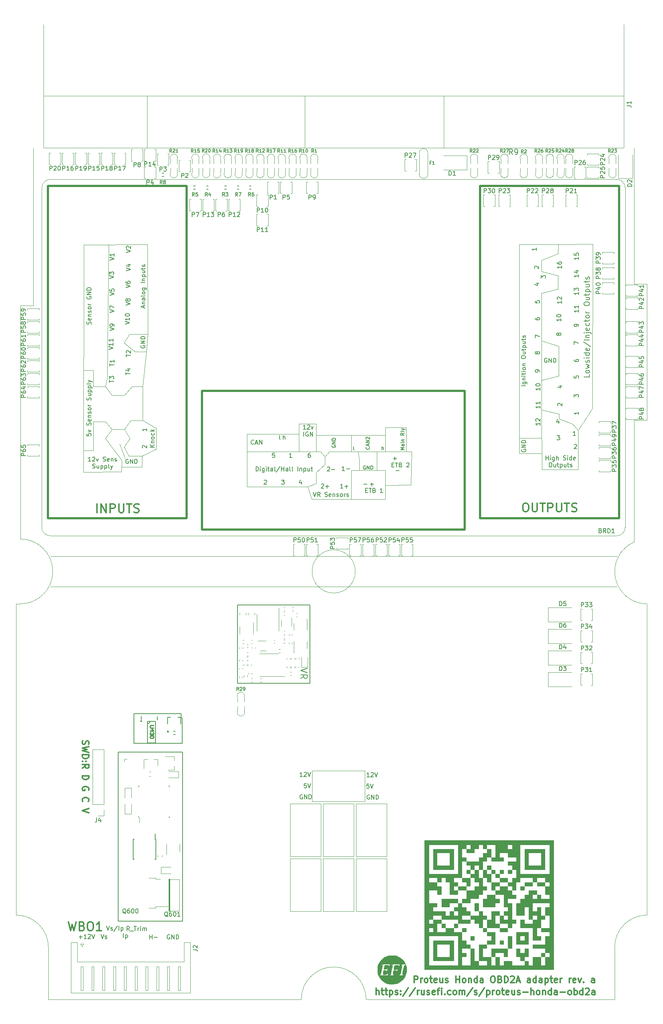
<source format=gto>
G75*
G70*
%OFA0B0*%
%FSLAX25Y25*%
%IPPOS*%
%LPD*%
%AMOC8*
5,1,8,0,0,1.08239X$1,22.5*
%
%ADD10C,0.01969*%
%ADD100C,0.00394*%
%ADD105C,0.01200*%
%ADD24C,0.00010*%
%ADD26C,0.01181*%
%ADD27C,0.00787*%
%ADD37C,0.00669*%
%ADD57C,0.00800*%
%ADD61C,0.00390*%
%ADD63C,0.00472*%
%ADD65C,0.00500*%
%ADD83C,0.00591*%
%ADD85C,0.00550*%
%ADD86C,0.00984*%
%ADD87C,0.00600*%
%ADD92C,0.01000*%
X0000000Y0000000D02*
%LPD*%
G01*
D63*
X0590551Y0543307D02*
X0590551Y0667323D01*
X0334646Y0015748D02*
G75*
G03*
X0275591Y0015748I-029528J0000000D01*
G01*
X0045276Y0062992D02*
G75*
G03*
X0015748Y0092520I-029528J0000000D01*
G01*
X0590551Y0543307D02*
X0578740Y0543307D01*
X0590551Y0092520D02*
X0590551Y0375984D01*
X0561024Y0015748D02*
X0561024Y0062992D01*
X0578740Y0667323D02*
X0578740Y0791339D01*
X0019685Y0435039D02*
X0019685Y0647638D01*
X0590551Y0667323D02*
X0578740Y0667323D01*
X0275591Y0015748D02*
X0045276Y0015748D01*
X0019685Y0375984D02*
G75*
G03*
X0019685Y0435039I0000000J0029528D01*
G01*
X0324803Y0405512D02*
G75*
G03*
X0324803Y0405512I-019685J0000000D01*
G01*
X0031496Y0647638D02*
X0031496Y0791339D01*
X0047244Y0391732D02*
X0562992Y0391732D01*
X0031496Y0647638D02*
X0019685Y0647638D01*
X0590551Y0092520D02*
G75*
G03*
X0561024Y0062992I0000000J-029528D01*
G01*
X0047244Y0419291D02*
X0562992Y0419291D01*
X0015748Y0092520D02*
X0015748Y0375984D01*
X0578740Y0543307D02*
X0578740Y0432283D01*
X0578740Y0432283D02*
G75*
G03*
X0590551Y0375984I0011811J-026911D01*
G01*
X0334646Y0015748D02*
X0561024Y0015748D01*
X0015748Y0375984D02*
X0019685Y0375984D01*
X0045276Y0015748D02*
X0045276Y0062992D01*
D83*
X0093157Y0075069D02*
X0094469Y0071132D01*
X0095782Y0075069D01*
X0096907Y0071320D02*
X0097282Y0071132D01*
X0098031Y0071132D01*
X0098406Y0071320D01*
X0098594Y0071695D01*
X0098594Y0071882D01*
X0098406Y0072257D01*
X0098031Y0072445D01*
X0097469Y0072445D01*
X0097094Y0072632D01*
X0096907Y0073007D01*
X0096907Y0073195D01*
X0097094Y0073570D01*
X0097469Y0073757D01*
X0098031Y0073757D01*
X0098406Y0073570D01*
X0113573Y0071920D02*
X0113573Y0075857D01*
X0115448Y0074544D02*
X0115448Y0070607D01*
X0115448Y0074357D02*
X0115823Y0074544D01*
X0116573Y0074544D01*
X0116948Y0074357D01*
X0117135Y0074169D01*
X0117323Y0073795D01*
X0117323Y0072670D01*
X0117135Y0072295D01*
X0116948Y0072107D01*
X0116573Y0071920D01*
X0115823Y0071920D01*
X0115448Y0072107D01*
X0155662Y0074488D02*
X0155287Y0074676D01*
X0154724Y0074676D01*
X0154162Y0074488D01*
X0153787Y0074113D01*
X0153600Y0073738D01*
X0153412Y0072988D01*
X0153412Y0072426D01*
X0153600Y0071676D01*
X0153787Y0071301D01*
X0154162Y0070926D01*
X0154724Y0070739D01*
X0155099Y0070739D01*
X0155662Y0070926D01*
X0155849Y0071114D01*
X0155849Y0072426D01*
X0155099Y0072426D01*
X0157537Y0070739D02*
X0157537Y0074676D01*
X0159786Y0070739D01*
X0159786Y0074676D01*
X0161661Y0070739D02*
X0161661Y0074676D01*
X0162598Y0074676D01*
X0163161Y0074488D01*
X0163536Y0074113D01*
X0163723Y0073738D01*
X0163911Y0072988D01*
X0163911Y0072426D01*
X0163723Y0071676D01*
X0163536Y0071301D01*
X0163161Y0070926D01*
X0162598Y0070739D01*
X0161661Y0070739D01*
X0072985Y0072632D02*
X0075984Y0072632D01*
X0074484Y0071132D02*
X0074484Y0074132D01*
X0079921Y0071132D02*
X0077672Y0071132D01*
X0078796Y0071132D02*
X0078796Y0075069D01*
X0078421Y0074507D01*
X0078046Y0074132D01*
X0077672Y0073945D01*
X0081421Y0074694D02*
X0081609Y0074882D01*
X0081984Y0075069D01*
X0082921Y0075069D01*
X0083296Y0074882D01*
X0083483Y0074694D01*
X0083671Y0074319D01*
X0083671Y0073945D01*
X0083483Y0073382D01*
X0081234Y0071132D01*
X0083671Y0071132D01*
X0084796Y0075069D02*
X0086108Y0071132D01*
X0087420Y0075069D01*
D105*
X0076597Y0195922D02*
X0076312Y0196208D01*
X0076026Y0197065D01*
X0076026Y0197637D01*
X0076312Y0198494D01*
X0076883Y0199065D01*
X0077454Y0199351D01*
X0078597Y0199637D01*
X0079454Y0199637D01*
X0080597Y0199351D01*
X0081169Y0199065D01*
X0081740Y0198494D01*
X0082026Y0197637D01*
X0082026Y0197065D01*
X0081740Y0196208D01*
X0081454Y0195922D01*
D83*
X0119029Y0078219D02*
X0117717Y0080094D01*
X0116779Y0078219D02*
X0116779Y0082156D01*
X0118279Y0082156D01*
X0118654Y0081969D01*
X0118841Y0081781D01*
X0119029Y0081406D01*
X0119029Y0080844D01*
X0118841Y0080469D01*
X0118654Y0080281D01*
X0118279Y0080094D01*
X0116779Y0080094D01*
X0119779Y0077844D02*
X0122778Y0077844D01*
X0123153Y0082156D02*
X0125403Y0082156D01*
X0124278Y0078219D02*
X0124278Y0082156D01*
X0126715Y0078219D02*
X0126715Y0080844D01*
X0126715Y0080094D02*
X0126903Y0080469D01*
X0127090Y0080656D01*
X0127465Y0080844D01*
X0127840Y0080844D01*
X0129153Y0078219D02*
X0129153Y0080844D01*
X0129153Y0082156D02*
X0128965Y0081969D01*
X0129153Y0081781D01*
X0129340Y0081969D01*
X0129153Y0082156D01*
X0129153Y0081781D01*
X0131027Y0078219D02*
X0131027Y0080844D01*
X0131027Y0080469D02*
X0131215Y0080656D01*
X0131590Y0080844D01*
X0132152Y0080844D01*
X0132527Y0080656D01*
X0132715Y0080281D01*
X0132715Y0078219D01*
X0132715Y0080281D02*
X0132902Y0080656D01*
X0133277Y0080844D01*
X0133840Y0080844D01*
X0134214Y0080656D01*
X0134402Y0080281D01*
X0134402Y0078219D01*
X0137383Y0070739D02*
X0137383Y0074676D01*
X0137383Y0072801D02*
X0139633Y0072801D01*
X0139633Y0070739D02*
X0139633Y0074676D01*
X0141507Y0072238D02*
X0144507Y0072238D01*
D105*
X0076312Y0251351D02*
X0076026Y0250494D01*
X0076026Y0249065D01*
X0076312Y0248494D01*
X0076597Y0248208D01*
X0077169Y0247922D01*
X0077740Y0247922D01*
X0078312Y0248208D01*
X0078597Y0248494D01*
X0078883Y0249065D01*
X0079169Y0250208D01*
X0079454Y0250780D01*
X0079740Y0251065D01*
X0080312Y0251351D01*
X0080883Y0251351D01*
X0081454Y0251065D01*
X0081740Y0250780D01*
X0082026Y0250208D01*
X0082026Y0248780D01*
X0081740Y0247922D01*
X0082026Y0245922D02*
X0076026Y0244494D01*
X0080312Y0243351D01*
X0076026Y0242208D01*
X0082026Y0240780D01*
X0076026Y0238494D02*
X0082026Y0238494D01*
X0082026Y0237065D01*
X0081740Y0236208D01*
X0081169Y0235637D01*
X0080597Y0235351D01*
X0079454Y0235065D01*
X0078597Y0235065D01*
X0077454Y0235351D01*
X0076883Y0235637D01*
X0076312Y0236208D01*
X0076026Y0237065D01*
X0076026Y0238494D01*
X0076597Y0232494D02*
X0076312Y0232208D01*
X0076026Y0232494D01*
X0076312Y0232780D01*
X0076597Y0232494D01*
X0076026Y0232494D01*
X0079740Y0232494D02*
X0079454Y0232208D01*
X0079169Y0232494D01*
X0079454Y0232780D01*
X0079740Y0232494D01*
X0079169Y0232494D01*
X0076026Y0226208D02*
X0078883Y0228208D01*
X0076026Y0229637D02*
X0082026Y0229637D01*
X0082026Y0227351D01*
X0081740Y0226780D01*
X0081454Y0226494D01*
X0080883Y0226208D01*
X0080026Y0226208D01*
X0079454Y0226494D01*
X0079169Y0226780D01*
X0078883Y0227351D01*
X0078883Y0229637D01*
D83*
X0337635Y0218455D02*
X0335386Y0218455D01*
X0336511Y0218455D02*
X0336511Y0222392D01*
X0336136Y0221830D01*
X0335761Y0221455D01*
X0335386Y0221267D01*
X0339135Y0222017D02*
X0339323Y0222205D01*
X0339698Y0222392D01*
X0340635Y0222392D01*
X0341010Y0222205D01*
X0341198Y0222017D01*
X0341385Y0221642D01*
X0341385Y0221267D01*
X0341198Y0220705D01*
X0338948Y0218455D01*
X0341385Y0218455D01*
X0342510Y0222392D02*
X0343822Y0218455D01*
X0345135Y0222392D01*
D105*
X0076026Y0219351D02*
X0082026Y0219351D01*
X0082026Y0217922D01*
X0081740Y0217065D01*
X0081169Y0216494D01*
X0080597Y0216208D01*
X0079454Y0215922D01*
X0078597Y0215922D01*
X0077454Y0216208D01*
X0076883Y0216494D01*
X0076312Y0217065D01*
X0076026Y0217922D01*
X0076026Y0219351D01*
D26*
X0343915Y0020006D02*
X0343915Y0025911D01*
X0346445Y0020006D02*
X0346445Y0023099D01*
X0346164Y0023661D01*
X0345602Y0023943D01*
X0344758Y0023943D01*
X0344196Y0023661D01*
X0343915Y0023380D01*
X0348414Y0023943D02*
X0350664Y0023943D01*
X0349258Y0025911D02*
X0349258Y0020849D01*
X0349539Y0020287D01*
X0350101Y0020006D01*
X0350664Y0020006D01*
X0351789Y0023943D02*
X0354038Y0023943D01*
X0352632Y0025911D02*
X0352632Y0020849D01*
X0352913Y0020287D01*
X0353476Y0020006D01*
X0354038Y0020006D01*
X0356007Y0023943D02*
X0356007Y0018037D01*
X0356007Y0023661D02*
X0356569Y0023943D01*
X0357694Y0023943D01*
X0358256Y0023661D01*
X0358538Y0023380D01*
X0358819Y0022818D01*
X0358819Y0021130D01*
X0358538Y0020568D01*
X0358256Y0020287D01*
X0357694Y0020006D01*
X0356569Y0020006D01*
X0356007Y0020287D01*
X0361069Y0020287D02*
X0361631Y0020006D01*
X0362756Y0020006D01*
X0363318Y0020287D01*
X0363600Y0020849D01*
X0363600Y0021130D01*
X0363318Y0021693D01*
X0362756Y0021974D01*
X0361912Y0021974D01*
X0361350Y0022255D01*
X0361069Y0022818D01*
X0361069Y0023099D01*
X0361350Y0023661D01*
X0361912Y0023943D01*
X0362756Y0023943D01*
X0363318Y0023661D01*
X0366130Y0020568D02*
X0366412Y0020287D01*
X0366130Y0020006D01*
X0365849Y0020287D01*
X0366130Y0020568D01*
X0366130Y0020006D01*
X0366130Y0023661D02*
X0366412Y0023380D01*
X0366130Y0023099D01*
X0365849Y0023380D01*
X0366130Y0023661D01*
X0366130Y0023099D01*
X0373161Y0026192D02*
X0368099Y0018600D01*
X0379348Y0026192D02*
X0374286Y0018600D01*
X0381316Y0020006D02*
X0381316Y0023943D01*
X0381316Y0022818D02*
X0381597Y0023380D01*
X0381879Y0023661D01*
X0382441Y0023943D01*
X0383003Y0023943D01*
X0387503Y0023943D02*
X0387503Y0020006D01*
X0384972Y0023943D02*
X0384972Y0020849D01*
X0385253Y0020287D01*
X0385816Y0020006D01*
X0386659Y0020006D01*
X0387222Y0020287D01*
X0387503Y0020568D01*
X0390034Y0020287D02*
X0390596Y0020006D01*
X0391721Y0020006D01*
X0392283Y0020287D01*
X0392565Y0020849D01*
X0392565Y0021130D01*
X0392283Y0021693D01*
X0391721Y0021974D01*
X0390877Y0021974D01*
X0390315Y0022255D01*
X0390034Y0022818D01*
X0390034Y0023099D01*
X0390315Y0023661D01*
X0390877Y0023943D01*
X0391721Y0023943D01*
X0392283Y0023661D01*
X0397345Y0020287D02*
X0396783Y0020006D01*
X0395658Y0020006D01*
X0395096Y0020287D01*
X0394814Y0020849D01*
X0394814Y0023099D01*
X0395096Y0023661D01*
X0395658Y0023943D01*
X0396783Y0023943D01*
X0397345Y0023661D01*
X0397627Y0023099D01*
X0397627Y0022537D01*
X0394814Y0021974D01*
X0399314Y0023943D02*
X0401564Y0023943D01*
X0400157Y0020006D02*
X0400157Y0025067D01*
X0400439Y0025630D01*
X0401001Y0025911D01*
X0401564Y0025911D01*
X0403532Y0020006D02*
X0403532Y0023943D01*
X0403532Y0025911D02*
X0403251Y0025630D01*
X0403532Y0025349D01*
X0403813Y0025630D01*
X0403532Y0025911D01*
X0403532Y0025349D01*
X0406344Y0020568D02*
X0406625Y0020287D01*
X0406344Y0020006D01*
X0406063Y0020287D01*
X0406344Y0020568D01*
X0406344Y0020006D01*
X0411687Y0020287D02*
X0411125Y0020006D01*
X0410000Y0020006D01*
X0409438Y0020287D01*
X0409156Y0020568D01*
X0408875Y0021130D01*
X0408875Y0022818D01*
X0409156Y0023380D01*
X0409438Y0023661D01*
X0410000Y0023943D01*
X0411125Y0023943D01*
X0411687Y0023661D01*
X0415062Y0020006D02*
X0414499Y0020287D01*
X0414218Y0020568D01*
X0413937Y0021130D01*
X0413937Y0022818D01*
X0414218Y0023380D01*
X0414499Y0023661D01*
X0415062Y0023943D01*
X0415906Y0023943D01*
X0416468Y0023661D01*
X0416749Y0023380D01*
X0417030Y0022818D01*
X0417030Y0021130D01*
X0416749Y0020568D01*
X0416468Y0020287D01*
X0415906Y0020006D01*
X0415062Y0020006D01*
X0419561Y0020006D02*
X0419561Y0023943D01*
X0419561Y0023380D02*
X0419843Y0023661D01*
X0420405Y0023943D01*
X0421249Y0023943D01*
X0421811Y0023661D01*
X0422092Y0023099D01*
X0422092Y0020006D01*
X0422092Y0023099D02*
X0422373Y0023661D01*
X0422936Y0023943D01*
X0423780Y0023943D01*
X0424342Y0023661D01*
X0424623Y0023099D01*
X0424623Y0020006D01*
X0431654Y0026192D02*
X0426592Y0018600D01*
X0433341Y0020287D02*
X0433903Y0020006D01*
X0435028Y0020006D01*
X0435591Y0020287D01*
X0435872Y0020849D01*
X0435872Y0021130D01*
X0435591Y0021693D01*
X0435028Y0021974D01*
X0434184Y0021974D01*
X0433622Y0022255D01*
X0433341Y0022818D01*
X0433341Y0023099D01*
X0433622Y0023661D01*
X0434184Y0023943D01*
X0435028Y0023943D01*
X0435591Y0023661D01*
X0442621Y0026192D02*
X0437559Y0018600D01*
X0444589Y0023943D02*
X0444589Y0018037D01*
X0444589Y0023661D02*
X0445152Y0023943D01*
X0446277Y0023943D01*
X0446839Y0023661D01*
X0447120Y0023380D01*
X0447402Y0022818D01*
X0447402Y0021130D01*
X0447120Y0020568D01*
X0446839Y0020287D01*
X0446277Y0020006D01*
X0445152Y0020006D01*
X0444589Y0020287D01*
X0449933Y0020006D02*
X0449933Y0023943D01*
X0449933Y0022818D02*
X0450214Y0023380D01*
X0450495Y0023661D01*
X0451057Y0023943D01*
X0451620Y0023943D01*
X0454432Y0020006D02*
X0453870Y0020287D01*
X0453588Y0020568D01*
X0453307Y0021130D01*
X0453307Y0022818D01*
X0453588Y0023380D01*
X0453870Y0023661D01*
X0454432Y0023943D01*
X0455276Y0023943D01*
X0455838Y0023661D01*
X0456119Y0023380D01*
X0456400Y0022818D01*
X0456400Y0021130D01*
X0456119Y0020568D01*
X0455838Y0020287D01*
X0455276Y0020006D01*
X0454432Y0020006D01*
X0458088Y0023943D02*
X0460337Y0023943D01*
X0458931Y0025911D02*
X0458931Y0020849D01*
X0459213Y0020287D01*
X0459775Y0020006D01*
X0460337Y0020006D01*
X0464556Y0020287D02*
X0463993Y0020006D01*
X0462868Y0020006D01*
X0462306Y0020287D01*
X0462025Y0020849D01*
X0462025Y0023099D01*
X0462306Y0023661D01*
X0462868Y0023943D01*
X0463993Y0023943D01*
X0464556Y0023661D01*
X0464837Y0023099D01*
X0464837Y0022537D01*
X0462025Y0021974D01*
X0469899Y0023943D02*
X0469899Y0020006D01*
X0467368Y0023943D02*
X0467368Y0020849D01*
X0467649Y0020287D01*
X0468211Y0020006D01*
X0469055Y0020006D01*
X0469618Y0020287D01*
X0469899Y0020568D01*
X0472430Y0020287D02*
X0472992Y0020006D01*
X0474117Y0020006D01*
X0474679Y0020287D01*
X0474961Y0020849D01*
X0474961Y0021130D01*
X0474679Y0021693D01*
X0474117Y0021974D01*
X0473273Y0021974D01*
X0472711Y0022255D01*
X0472430Y0022818D01*
X0472430Y0023099D01*
X0472711Y0023661D01*
X0473273Y0023943D01*
X0474117Y0023943D01*
X0474679Y0023661D01*
X0477492Y0022255D02*
X0481991Y0022255D01*
X0484803Y0020006D02*
X0484803Y0025911D01*
X0487334Y0020006D02*
X0487334Y0023099D01*
X0487053Y0023661D01*
X0486490Y0023943D01*
X0485647Y0023943D01*
X0485084Y0023661D01*
X0484803Y0023380D01*
X0490990Y0020006D02*
X0490427Y0020287D01*
X0490146Y0020568D01*
X0489865Y0021130D01*
X0489865Y0022818D01*
X0490146Y0023380D01*
X0490427Y0023661D01*
X0490990Y0023943D01*
X0491834Y0023943D01*
X0492396Y0023661D01*
X0492677Y0023380D01*
X0492958Y0022818D01*
X0492958Y0021130D01*
X0492677Y0020568D01*
X0492396Y0020287D01*
X0491834Y0020006D01*
X0490990Y0020006D01*
X0495489Y0023943D02*
X0495489Y0020006D01*
X0495489Y0023380D02*
X0495771Y0023661D01*
X0496333Y0023943D01*
X0497177Y0023943D01*
X0497739Y0023661D01*
X0498020Y0023099D01*
X0498020Y0020006D01*
X0503363Y0020006D02*
X0503363Y0025911D01*
X0503363Y0020287D02*
X0502801Y0020006D01*
X0501676Y0020006D01*
X0501114Y0020287D01*
X0500832Y0020568D01*
X0500551Y0021130D01*
X0500551Y0022818D01*
X0500832Y0023380D01*
X0501114Y0023661D01*
X0501676Y0023943D01*
X0502801Y0023943D01*
X0503363Y0023661D01*
X0508706Y0020006D02*
X0508706Y0023099D01*
X0508425Y0023661D01*
X0507863Y0023943D01*
X0506738Y0023943D01*
X0506175Y0023661D01*
X0508706Y0020287D02*
X0508144Y0020006D01*
X0506738Y0020006D01*
X0506175Y0020287D01*
X0505894Y0020849D01*
X0505894Y0021412D01*
X0506175Y0021974D01*
X0506738Y0022255D01*
X0508144Y0022255D01*
X0508706Y0022537D01*
X0511519Y0022255D02*
X0516018Y0022255D01*
X0519674Y0020006D02*
X0519111Y0020287D01*
X0518830Y0020568D01*
X0518549Y0021130D01*
X0518549Y0022818D01*
X0518830Y0023380D01*
X0519111Y0023661D01*
X0519674Y0023943D01*
X0520517Y0023943D01*
X0521080Y0023661D01*
X0521361Y0023380D01*
X0521642Y0022818D01*
X0521642Y0021130D01*
X0521361Y0020568D01*
X0521080Y0020287D01*
X0520517Y0020006D01*
X0519674Y0020006D01*
X0524173Y0020006D02*
X0524173Y0025911D01*
X0524173Y0023661D02*
X0524736Y0023943D01*
X0525861Y0023943D01*
X0526423Y0023661D01*
X0526704Y0023380D01*
X0526985Y0022818D01*
X0526985Y0021130D01*
X0526704Y0020568D01*
X0526423Y0020287D01*
X0525861Y0020006D01*
X0524736Y0020006D01*
X0524173Y0020287D01*
X0532047Y0020006D02*
X0532047Y0025911D01*
X0532047Y0020287D02*
X0531485Y0020006D01*
X0530360Y0020006D01*
X0529798Y0020287D01*
X0529516Y0020568D01*
X0529235Y0021130D01*
X0529235Y0022818D01*
X0529516Y0023380D01*
X0529798Y0023661D01*
X0530360Y0023943D01*
X0531485Y0023943D01*
X0532047Y0023661D01*
X0534578Y0025349D02*
X0534859Y0025630D01*
X0535422Y0025911D01*
X0536828Y0025911D01*
X0537390Y0025630D01*
X0537672Y0025349D01*
X0537953Y0024786D01*
X0537953Y0024224D01*
X0537672Y0023380D01*
X0534297Y0020006D01*
X0537953Y0020006D01*
X0543015Y0020006D02*
X0543015Y0023099D01*
X0542733Y0023661D01*
X0542171Y0023943D01*
X0541046Y0023943D01*
X0540484Y0023661D01*
X0543015Y0020287D02*
X0542452Y0020006D01*
X0541046Y0020006D01*
X0540484Y0020287D01*
X0540202Y0020849D01*
X0540202Y0021412D01*
X0540484Y0021974D01*
X0541046Y0022255D01*
X0542452Y0022255D01*
X0543015Y0022537D01*
D83*
X0276612Y0201969D02*
X0276237Y0202156D01*
X0275674Y0202156D01*
X0275112Y0201969D01*
X0274737Y0201594D01*
X0274550Y0201219D01*
X0274362Y0200469D01*
X0274362Y0199906D01*
X0274550Y0199156D01*
X0274737Y0198781D01*
X0275112Y0198406D01*
X0275674Y0198219D01*
X0276049Y0198219D01*
X0276612Y0198406D01*
X0276799Y0198594D01*
X0276799Y0199906D01*
X0276049Y0199906D01*
X0278487Y0198219D02*
X0278487Y0202156D01*
X0280736Y0198219D01*
X0280736Y0202156D01*
X0282611Y0198219D02*
X0282611Y0202156D01*
X0283548Y0202156D01*
X0284111Y0201969D01*
X0284486Y0201594D01*
X0284673Y0201219D01*
X0284861Y0200469D01*
X0284861Y0199906D01*
X0284673Y0199156D01*
X0284486Y0198781D01*
X0284111Y0198406D01*
X0283548Y0198219D01*
X0282611Y0198219D01*
X0280283Y0212235D02*
X0278408Y0212235D01*
X0278220Y0210360D01*
X0278408Y0210547D01*
X0278783Y0210735D01*
X0279720Y0210735D01*
X0280095Y0210547D01*
X0280283Y0210360D01*
X0280470Y0209985D01*
X0280470Y0209048D01*
X0280283Y0208673D01*
X0280095Y0208485D01*
X0279720Y0208298D01*
X0278783Y0208298D01*
X0278408Y0208485D01*
X0278220Y0208673D01*
X0281595Y0212235D02*
X0282907Y0208298D01*
X0284220Y0212235D01*
X0098219Y0082550D02*
X0099531Y0078613D01*
X0100844Y0082550D01*
X0101969Y0078800D02*
X0102343Y0078613D01*
X0103093Y0078613D01*
X0103468Y0078800D01*
X0103656Y0079175D01*
X0103656Y0079363D01*
X0103468Y0079738D01*
X0103093Y0079925D01*
X0102531Y0079925D01*
X0102156Y0080112D01*
X0101969Y0080487D01*
X0101969Y0080675D01*
X0102156Y0081050D01*
X0102531Y0081237D01*
X0103093Y0081237D01*
X0103468Y0081050D01*
X0108155Y0082737D02*
X0104781Y0077675D01*
X0109468Y0078613D02*
X0109468Y0082550D01*
X0111342Y0081237D02*
X0111342Y0077300D01*
X0111342Y0081050D02*
X0111717Y0081237D01*
X0112467Y0081237D01*
X0112842Y0081050D01*
X0113030Y0080862D01*
X0113217Y0080487D01*
X0113217Y0079363D01*
X0113030Y0078988D01*
X0112842Y0078800D01*
X0112467Y0078613D01*
X0111717Y0078613D01*
X0111342Y0078800D01*
D105*
X0081740Y0206208D02*
X0082026Y0206780D01*
X0082026Y0207637D01*
X0081740Y0208494D01*
X0081169Y0209065D01*
X0080597Y0209351D01*
X0079454Y0209637D01*
X0078597Y0209637D01*
X0077454Y0209351D01*
X0076883Y0209065D01*
X0076312Y0208494D01*
X0076026Y0207637D01*
X0076026Y0207065D01*
X0076312Y0206208D01*
X0076597Y0205922D01*
X0078597Y0205922D01*
X0078597Y0207065D01*
D83*
X0276612Y0218691D02*
X0274362Y0218691D01*
X0275487Y0218691D02*
X0275487Y0222628D01*
X0275112Y0222066D01*
X0274737Y0221691D01*
X0274362Y0221504D01*
X0278112Y0222253D02*
X0278299Y0222441D01*
X0278674Y0222628D01*
X0279611Y0222628D01*
X0279986Y0222441D01*
X0280174Y0222253D01*
X0280361Y0221879D01*
X0280361Y0221504D01*
X0280174Y0220941D01*
X0277924Y0218691D01*
X0280361Y0218691D01*
X0281486Y0222628D02*
X0282799Y0218691D01*
X0284111Y0222628D01*
X0337275Y0211999D02*
X0335400Y0211999D01*
X0335213Y0210124D01*
X0335400Y0210311D01*
X0335775Y0210499D01*
X0336712Y0210499D01*
X0337087Y0210311D01*
X0337275Y0210124D01*
X0337462Y0209749D01*
X0337462Y0208811D01*
X0337275Y0208436D01*
X0337087Y0208249D01*
X0336712Y0208061D01*
X0335775Y0208061D01*
X0335400Y0208249D01*
X0335213Y0208436D01*
X0338587Y0211999D02*
X0339899Y0208061D01*
X0341212Y0211999D01*
D26*
X0378515Y0031029D02*
X0378515Y0036935D01*
X0380765Y0036935D01*
X0381327Y0036654D01*
X0381609Y0036372D01*
X0381890Y0035810D01*
X0381890Y0034966D01*
X0381609Y0034404D01*
X0381327Y0034123D01*
X0380765Y0033841D01*
X0378515Y0033841D01*
X0384421Y0031029D02*
X0384421Y0034966D01*
X0384421Y0033841D02*
X0384702Y0034404D01*
X0384983Y0034685D01*
X0385546Y0034966D01*
X0386108Y0034966D01*
X0388920Y0031029D02*
X0388358Y0031310D01*
X0388076Y0031592D01*
X0387795Y0032154D01*
X0387795Y0033841D01*
X0388076Y0034404D01*
X0388358Y0034685D01*
X0388920Y0034966D01*
X0389764Y0034966D01*
X0390326Y0034685D01*
X0390607Y0034404D01*
X0390889Y0033841D01*
X0390889Y0032154D01*
X0390607Y0031592D01*
X0390326Y0031310D01*
X0389764Y0031029D01*
X0388920Y0031029D01*
X0392576Y0034966D02*
X0394826Y0034966D01*
X0393420Y0036935D02*
X0393420Y0031873D01*
X0393701Y0031310D01*
X0394263Y0031029D01*
X0394826Y0031029D01*
X0399044Y0031310D02*
X0398481Y0031029D01*
X0397357Y0031029D01*
X0396794Y0031310D01*
X0396513Y0031873D01*
X0396513Y0034123D01*
X0396794Y0034685D01*
X0397357Y0034966D01*
X0398481Y0034966D01*
X0399044Y0034685D01*
X0399325Y0034123D01*
X0399325Y0033560D01*
X0396513Y0032998D01*
X0404387Y0034966D02*
X0404387Y0031029D01*
X0401856Y0034966D02*
X0401856Y0031873D01*
X0402137Y0031310D01*
X0402700Y0031029D01*
X0403543Y0031029D01*
X0404106Y0031310D01*
X0404387Y0031592D01*
X0406918Y0031310D02*
X0407480Y0031029D01*
X0408605Y0031029D01*
X0409168Y0031310D01*
X0409449Y0031873D01*
X0409449Y0032154D01*
X0409168Y0032717D01*
X0408605Y0032998D01*
X0407762Y0032998D01*
X0407199Y0033279D01*
X0406918Y0033841D01*
X0406918Y0034123D01*
X0407199Y0034685D01*
X0407762Y0034966D01*
X0408605Y0034966D01*
X0409168Y0034685D01*
X0416479Y0031029D02*
X0416479Y0036935D01*
X0416479Y0034123D02*
X0419854Y0034123D01*
X0419854Y0031029D02*
X0419854Y0036935D01*
X0423510Y0031029D02*
X0422947Y0031310D01*
X0422666Y0031592D01*
X0422385Y0032154D01*
X0422385Y0033841D01*
X0422666Y0034404D01*
X0422947Y0034685D01*
X0423510Y0034966D01*
X0424353Y0034966D01*
X0424916Y0034685D01*
X0425197Y0034404D01*
X0425478Y0033841D01*
X0425478Y0032154D01*
X0425197Y0031592D01*
X0424916Y0031310D01*
X0424353Y0031029D01*
X0423510Y0031029D01*
X0428009Y0034966D02*
X0428009Y0031029D01*
X0428009Y0034404D02*
X0428290Y0034685D01*
X0428853Y0034966D01*
X0429696Y0034966D01*
X0430259Y0034685D01*
X0430540Y0034123D01*
X0430540Y0031029D01*
X0435883Y0031029D02*
X0435883Y0036935D01*
X0435883Y0031310D02*
X0435321Y0031029D01*
X0434196Y0031029D01*
X0433633Y0031310D01*
X0433352Y0031592D01*
X0433071Y0032154D01*
X0433071Y0033841D01*
X0433352Y0034404D01*
X0433633Y0034685D01*
X0434196Y0034966D01*
X0435321Y0034966D01*
X0435883Y0034685D01*
X0441226Y0031029D02*
X0441226Y0034123D01*
X0440945Y0034685D01*
X0440382Y0034966D01*
X0439258Y0034966D01*
X0438695Y0034685D01*
X0441226Y0031310D02*
X0440664Y0031029D01*
X0439258Y0031029D01*
X0438695Y0031310D01*
X0438414Y0031873D01*
X0438414Y0032435D01*
X0438695Y0032998D01*
X0439258Y0033279D01*
X0440664Y0033279D01*
X0441226Y0033560D01*
X0449663Y0036935D02*
X0450787Y0036935D01*
X0451350Y0036654D01*
X0451912Y0036091D01*
X0452193Y0034966D01*
X0452193Y0032998D01*
X0451912Y0031873D01*
X0451350Y0031310D01*
X0450787Y0031029D01*
X0449663Y0031029D01*
X0449100Y0031310D01*
X0448538Y0031873D01*
X0448256Y0032998D01*
X0448256Y0034966D01*
X0448538Y0036091D01*
X0449100Y0036654D01*
X0449663Y0036935D01*
X0456693Y0034123D02*
X0457537Y0033841D01*
X0457818Y0033560D01*
X0458099Y0032998D01*
X0458099Y0032154D01*
X0457818Y0031592D01*
X0457537Y0031310D01*
X0456974Y0031029D01*
X0454724Y0031029D01*
X0454724Y0036935D01*
X0456693Y0036935D01*
X0457255Y0036654D01*
X0457537Y0036372D01*
X0457818Y0035810D01*
X0457818Y0035247D01*
X0457537Y0034685D01*
X0457255Y0034404D01*
X0456693Y0034123D01*
X0454724Y0034123D01*
X0460630Y0031029D02*
X0460630Y0036935D01*
X0462036Y0036935D01*
X0462880Y0036654D01*
X0463442Y0036091D01*
X0463723Y0035529D01*
X0464004Y0034404D01*
X0464004Y0033560D01*
X0463723Y0032435D01*
X0463442Y0031873D01*
X0462880Y0031310D01*
X0462036Y0031029D01*
X0460630Y0031029D01*
X0466254Y0036372D02*
X0466535Y0036654D01*
X0467098Y0036935D01*
X0468504Y0036935D01*
X0469066Y0036654D01*
X0469348Y0036372D01*
X0469629Y0035810D01*
X0469629Y0035247D01*
X0469348Y0034404D01*
X0465973Y0031029D01*
X0469629Y0031029D01*
X0471879Y0032717D02*
X0474691Y0032717D01*
X0471316Y0031029D02*
X0473285Y0036935D01*
X0475253Y0031029D01*
X0484252Y0031029D02*
X0484252Y0034123D01*
X0483971Y0034685D01*
X0483408Y0034966D01*
X0482283Y0034966D01*
X0481721Y0034685D01*
X0484252Y0031310D02*
X0483690Y0031029D01*
X0482283Y0031029D01*
X0481721Y0031310D01*
X0481440Y0031873D01*
X0481440Y0032435D01*
X0481721Y0032998D01*
X0482283Y0033279D01*
X0483690Y0033279D01*
X0484252Y0033560D01*
X0489595Y0031029D02*
X0489595Y0036935D01*
X0489595Y0031310D02*
X0489033Y0031029D01*
X0487908Y0031029D01*
X0487345Y0031310D01*
X0487064Y0031592D01*
X0486783Y0032154D01*
X0486783Y0033841D01*
X0487064Y0034404D01*
X0487345Y0034685D01*
X0487908Y0034966D01*
X0489033Y0034966D01*
X0489595Y0034685D01*
X0494938Y0031029D02*
X0494938Y0034123D01*
X0494657Y0034685D01*
X0494094Y0034966D01*
X0492970Y0034966D01*
X0492407Y0034685D01*
X0494938Y0031310D02*
X0494376Y0031029D01*
X0492970Y0031029D01*
X0492407Y0031310D01*
X0492126Y0031873D01*
X0492126Y0032435D01*
X0492407Y0032998D01*
X0492970Y0033279D01*
X0494376Y0033279D01*
X0494938Y0033560D01*
X0497750Y0034966D02*
X0497750Y0029061D01*
X0497750Y0034685D02*
X0498313Y0034966D01*
X0499438Y0034966D01*
X0500000Y0034685D01*
X0500281Y0034404D01*
X0500562Y0033841D01*
X0500562Y0032154D01*
X0500281Y0031592D01*
X0500000Y0031310D01*
X0499438Y0031029D01*
X0498313Y0031029D01*
X0497750Y0031310D01*
X0502250Y0034966D02*
X0504499Y0034966D01*
X0503093Y0036935D02*
X0503093Y0031873D01*
X0503375Y0031310D01*
X0503937Y0031029D01*
X0504499Y0031029D01*
X0508718Y0031310D02*
X0508155Y0031029D01*
X0507030Y0031029D01*
X0506468Y0031310D01*
X0506187Y0031873D01*
X0506187Y0034123D01*
X0506468Y0034685D01*
X0507030Y0034966D01*
X0508155Y0034966D01*
X0508718Y0034685D01*
X0508999Y0034123D01*
X0508999Y0033560D01*
X0506187Y0032998D01*
X0511530Y0031029D02*
X0511530Y0034966D01*
X0511530Y0033841D02*
X0511811Y0034404D01*
X0512092Y0034685D01*
X0512655Y0034966D01*
X0513217Y0034966D01*
X0519685Y0031029D02*
X0519685Y0034966D01*
X0519685Y0033841D02*
X0519966Y0034404D01*
X0520247Y0034685D01*
X0520810Y0034966D01*
X0521372Y0034966D01*
X0525591Y0031310D02*
X0525028Y0031029D01*
X0523903Y0031029D01*
X0523341Y0031310D01*
X0523060Y0031873D01*
X0523060Y0034123D01*
X0523341Y0034685D01*
X0523903Y0034966D01*
X0525028Y0034966D01*
X0525591Y0034685D01*
X0525872Y0034123D01*
X0525872Y0033560D01*
X0523060Y0032998D01*
X0527840Y0034966D02*
X0529246Y0031029D01*
X0530652Y0034966D01*
X0532902Y0031592D02*
X0533183Y0031310D01*
X0532902Y0031029D01*
X0532621Y0031310D01*
X0532902Y0031592D01*
X0532902Y0031029D01*
X0542745Y0031029D02*
X0542745Y0034123D01*
X0542463Y0034685D01*
X0541901Y0034966D01*
X0540776Y0034966D01*
X0540214Y0034685D01*
X0542745Y0031310D02*
X0542182Y0031029D01*
X0540776Y0031029D01*
X0540214Y0031310D01*
X0539933Y0031873D01*
X0539933Y0032435D01*
X0540214Y0032998D01*
X0540776Y0033279D01*
X0542182Y0033279D01*
X0542745Y0033560D01*
D83*
X0337635Y0201732D02*
X0337260Y0201920D01*
X0336698Y0201920D01*
X0336136Y0201732D01*
X0335761Y0201357D01*
X0335573Y0200982D01*
X0335386Y0200232D01*
X0335386Y0199670D01*
X0335573Y0198920D01*
X0335761Y0198545D01*
X0336136Y0198170D01*
X0336698Y0197983D01*
X0337073Y0197983D01*
X0337635Y0198170D01*
X0337823Y0198358D01*
X0337823Y0199670D01*
X0337073Y0199670D01*
X0339510Y0197983D02*
X0339510Y0201920D01*
X0341760Y0197983D01*
X0341760Y0201920D01*
X0343635Y0197983D02*
X0343635Y0201920D01*
X0344572Y0201920D01*
X0345135Y0201732D01*
X0345509Y0201357D01*
X0345697Y0200982D01*
X0345884Y0200232D01*
X0345884Y0199670D01*
X0345697Y0198920D01*
X0345509Y0198545D01*
X0345135Y0198170D01*
X0344572Y0197983D01*
X0343635Y0197983D01*
D105*
X0082026Y0189780D02*
X0076026Y0187780D01*
X0082026Y0185780D01*
D26*
X0063555Y0086280D02*
X0065429Y0078406D01*
X0066929Y0084031D01*
X0068429Y0078406D01*
X0070304Y0086280D01*
X0075928Y0082531D02*
X0077053Y0082156D01*
X0077428Y0081781D01*
X0077803Y0081031D01*
X0077803Y0079906D01*
X0077428Y0079156D01*
X0077053Y0078781D01*
X0076303Y0078406D01*
X0073303Y0078406D01*
X0073303Y0086280D01*
X0075928Y0086280D01*
X0076678Y0085906D01*
X0077053Y0085531D01*
X0077428Y0084781D01*
X0077428Y0084031D01*
X0077053Y0083281D01*
X0076678Y0082906D01*
X0075928Y0082531D01*
X0073303Y0082531D01*
X0082677Y0086280D02*
X0084177Y0086280D01*
X0084927Y0085906D01*
X0085677Y0085156D01*
X0086052Y0083656D01*
X0086052Y0081031D01*
X0085677Y0079531D01*
X0084927Y0078781D01*
X0084177Y0078406D01*
X0082677Y0078406D01*
X0081927Y0078781D01*
X0081177Y0079531D01*
X0080802Y0081031D01*
X0080802Y0083656D01*
X0081177Y0085156D01*
X0081927Y0085906D01*
X0082677Y0086280D01*
X0093551Y0078406D02*
X0089051Y0078406D01*
X0091301Y0078406D02*
X0091301Y0086280D01*
X0090551Y0085156D01*
X0089801Y0084406D01*
X0089051Y0084031D01*
D83*
X0587411Y0564117D02*
X0583474Y0564117D01*
X0583474Y0565617D01*
X0583661Y0565992D01*
X0583849Y0566179D01*
X0584224Y0566367D01*
X0584786Y0566367D01*
X0585161Y0566179D01*
X0585349Y0565992D01*
X0585536Y0565617D01*
X0585536Y0564117D01*
X0584786Y0569741D02*
X0587411Y0569741D01*
X0583286Y0568804D02*
X0586099Y0567867D01*
X0586099Y0570304D01*
X0583474Y0571429D02*
X0583474Y0574053D01*
X0587411Y0572366D01*
X0046400Y0770857D02*
X0046400Y0774794D01*
X0047900Y0774794D01*
X0048275Y0774606D01*
X0048463Y0774419D01*
X0048650Y0774044D01*
X0048650Y0773481D01*
X0048463Y0773106D01*
X0048275Y0772919D01*
X0047900Y0772732D01*
X0046400Y0772732D01*
X0050150Y0774419D02*
X0050337Y0774606D01*
X0050712Y0774794D01*
X0051650Y0774794D01*
X0052025Y0774606D01*
X0052212Y0774419D01*
X0052400Y0774044D01*
X0052400Y0773669D01*
X0052212Y0773106D01*
X0049963Y0770857D01*
X0052400Y0770857D01*
X0054837Y0774794D02*
X0055212Y0774794D01*
X0055587Y0774606D01*
X0055774Y0774419D01*
X0055962Y0774044D01*
X0056149Y0773294D01*
X0056149Y0772357D01*
X0055962Y0771607D01*
X0055774Y0771232D01*
X0055587Y0771044D01*
X0055212Y0770857D01*
X0054837Y0770857D01*
X0054462Y0771044D01*
X0054274Y0771232D01*
X0054087Y0771607D01*
X0053900Y0772357D01*
X0053900Y0773294D01*
X0054087Y0774044D01*
X0054274Y0774419D01*
X0054462Y0774606D01*
X0054837Y0774794D01*
X0530652Y0373219D02*
X0530652Y0377156D01*
X0532152Y0377156D01*
X0532527Y0376969D01*
X0532715Y0376781D01*
X0532902Y0376406D01*
X0532902Y0375844D01*
X0532715Y0375469D01*
X0532527Y0375281D01*
X0532152Y0375094D01*
X0530652Y0375094D01*
X0534214Y0377156D02*
X0536652Y0377156D01*
X0535339Y0375656D01*
X0535902Y0375656D01*
X0536277Y0375469D01*
X0536464Y0375281D01*
X0536652Y0374906D01*
X0536652Y0373969D01*
X0536464Y0373594D01*
X0536277Y0373406D01*
X0535902Y0373219D01*
X0534777Y0373219D01*
X0534402Y0373406D01*
X0534214Y0373594D01*
X0537964Y0377156D02*
X0540401Y0377156D01*
X0539089Y0375656D01*
X0539651Y0375656D01*
X0540026Y0375469D01*
X0540214Y0375281D01*
X0540401Y0374906D01*
X0540401Y0373969D01*
X0540214Y0373594D01*
X0540026Y0373406D01*
X0539651Y0373219D01*
X0538526Y0373219D01*
X0538151Y0373406D01*
X0537964Y0373594D01*
D65*
X0187048Y0787420D02*
X0186048Y0788849D01*
X0185334Y0787420D02*
X0185334Y0790420D01*
X0186476Y0790420D01*
X0186762Y0790278D01*
X0186905Y0790135D01*
X0187048Y0789849D01*
X0187048Y0789420D01*
X0186905Y0789135D01*
X0186762Y0788992D01*
X0186476Y0788849D01*
X0185334Y0788849D01*
X0188191Y0790135D02*
X0188334Y0790278D01*
X0188619Y0790420D01*
X0189334Y0790420D01*
X0189619Y0790278D01*
X0189762Y0790135D01*
X0189905Y0789849D01*
X0189905Y0789563D01*
X0189762Y0789135D01*
X0188048Y0787420D01*
X0189905Y0787420D01*
X0191762Y0790420D02*
X0192048Y0790420D01*
X0192334Y0790278D01*
X0192476Y0790135D01*
X0192619Y0789849D01*
X0192762Y0789278D01*
X0192762Y0788563D01*
X0192619Y0787992D01*
X0192476Y0787706D01*
X0192334Y0787563D01*
X0192048Y0787420D01*
X0191762Y0787420D01*
X0191476Y0787563D01*
X0191334Y0787706D01*
X0191191Y0787992D01*
X0191048Y0788563D01*
X0191048Y0789278D01*
X0191191Y0789849D01*
X0191334Y0790135D01*
X0191476Y0790278D01*
X0191762Y0790420D01*
D83*
X0516873Y0750384D02*
X0516873Y0754321D01*
X0518373Y0754321D01*
X0518748Y0754134D01*
X0518935Y0753946D01*
X0519123Y0753571D01*
X0519123Y0753009D01*
X0518935Y0752634D01*
X0518748Y0752447D01*
X0518373Y0752259D01*
X0516873Y0752259D01*
X0520622Y0753946D02*
X0520810Y0754134D01*
X0521185Y0754321D01*
X0522122Y0754321D01*
X0522497Y0754134D01*
X0522685Y0753946D01*
X0522872Y0753571D01*
X0522872Y0753196D01*
X0522685Y0752634D01*
X0520435Y0750384D01*
X0522872Y0750384D01*
X0526622Y0750384D02*
X0524372Y0750384D01*
X0525497Y0750384D02*
X0525497Y0754321D01*
X0525122Y0753759D01*
X0524747Y0753384D01*
X0524372Y0753196D01*
X0481440Y0750384D02*
X0481440Y0754321D01*
X0482940Y0754321D01*
X0483315Y0754134D01*
X0483502Y0753946D01*
X0483690Y0753571D01*
X0483690Y0753009D01*
X0483502Y0752634D01*
X0483315Y0752447D01*
X0482940Y0752259D01*
X0481440Y0752259D01*
X0485189Y0753946D02*
X0485377Y0754134D01*
X0485752Y0754321D01*
X0486689Y0754321D01*
X0487064Y0754134D01*
X0487252Y0753946D01*
X0487439Y0753571D01*
X0487439Y0753196D01*
X0487252Y0752634D01*
X0485002Y0750384D01*
X0487439Y0750384D01*
X0488939Y0753946D02*
X0489126Y0754134D01*
X0489501Y0754321D01*
X0490439Y0754321D01*
X0490814Y0754134D01*
X0491001Y0753946D01*
X0491189Y0753571D01*
X0491189Y0753196D01*
X0491001Y0752634D01*
X0488751Y0750384D01*
X0491189Y0750384D01*
D65*
X0226418Y0787226D02*
X0225418Y0788654D01*
X0224704Y0787226D02*
X0224704Y0790226D01*
X0225846Y0790226D01*
X0226132Y0790083D01*
X0226275Y0789940D01*
X0226418Y0789654D01*
X0226418Y0789226D01*
X0226275Y0788940D01*
X0226132Y0788797D01*
X0225846Y0788654D01*
X0224704Y0788654D01*
X0229275Y0787226D02*
X0227561Y0787226D01*
X0228418Y0787226D02*
X0228418Y0790226D01*
X0228132Y0789797D01*
X0227846Y0789511D01*
X0227561Y0789368D01*
X0230989Y0788940D02*
X0230704Y0789083D01*
X0230561Y0789226D01*
X0230418Y0789511D01*
X0230418Y0789654D01*
X0230561Y0789940D01*
X0230704Y0790083D01*
X0230989Y0790226D01*
X0231561Y0790226D01*
X0231846Y0790083D01*
X0231989Y0789940D01*
X0232132Y0789654D01*
X0232132Y0789511D01*
X0231989Y0789226D01*
X0231846Y0789083D01*
X0231561Y0788940D01*
X0230989Y0788940D01*
X0230704Y0788797D01*
X0230561Y0788654D01*
X0230418Y0788368D01*
X0230418Y0787797D01*
X0230561Y0787511D01*
X0230704Y0787368D01*
X0230989Y0787226D01*
X0231561Y0787226D01*
X0231846Y0787368D01*
X0231989Y0787511D01*
X0232132Y0787797D01*
X0232132Y0788368D01*
X0231989Y0788654D01*
X0231846Y0788797D01*
X0231561Y0788940D01*
D83*
X0446007Y0780699D02*
X0446007Y0784636D01*
X0447507Y0784636D01*
X0447882Y0784449D01*
X0448069Y0784261D01*
X0448256Y0783886D01*
X0448256Y0783324D01*
X0448069Y0782949D01*
X0447882Y0782762D01*
X0447507Y0782574D01*
X0446007Y0782574D01*
X0449756Y0784261D02*
X0449944Y0784449D01*
X0450319Y0784636D01*
X0451256Y0784636D01*
X0451631Y0784449D01*
X0451819Y0784261D01*
X0452006Y0783886D01*
X0452006Y0783511D01*
X0451819Y0782949D01*
X0449569Y0780699D01*
X0452006Y0780699D01*
X0453881Y0780699D02*
X0454631Y0780699D01*
X0455006Y0780887D01*
X0455193Y0781074D01*
X0455568Y0781637D01*
X0455756Y0782387D01*
X0455756Y0783886D01*
X0455568Y0784261D01*
X0455381Y0784449D01*
X0455006Y0784636D01*
X0454256Y0784636D01*
X0453881Y0784449D01*
X0453693Y0784261D01*
X0453506Y0783886D01*
X0453506Y0782949D01*
X0453693Y0782574D01*
X0453881Y0782387D01*
X0454256Y0782199D01*
X0455006Y0782199D01*
X0455381Y0782387D01*
X0455568Y0782574D01*
X0455756Y0782949D01*
X0442070Y0750384D02*
X0442070Y0754321D01*
X0443570Y0754321D01*
X0443945Y0754134D01*
X0444132Y0753946D01*
X0444319Y0753571D01*
X0444319Y0753009D01*
X0444132Y0752634D01*
X0443945Y0752447D01*
X0443570Y0752259D01*
X0442070Y0752259D01*
X0445632Y0754321D02*
X0448069Y0754321D01*
X0446757Y0752822D01*
X0447319Y0752822D01*
X0447694Y0752634D01*
X0447882Y0752447D01*
X0448069Y0752072D01*
X0448069Y0751134D01*
X0447882Y0750759D01*
X0447694Y0750572D01*
X0447319Y0750384D01*
X0446194Y0750384D01*
X0445819Y0750572D01*
X0445632Y0750759D01*
X0450506Y0754321D02*
X0450881Y0754321D01*
X0451256Y0754134D01*
X0451444Y0753946D01*
X0451631Y0753571D01*
X0451819Y0752822D01*
X0451819Y0751884D01*
X0451631Y0751134D01*
X0451444Y0750759D01*
X0451256Y0750572D01*
X0450881Y0750384D01*
X0450506Y0750384D01*
X0450131Y0750572D01*
X0449944Y0750759D01*
X0449756Y0751134D01*
X0449569Y0751884D01*
X0449569Y0752822D01*
X0449756Y0753571D01*
X0449944Y0753946D01*
X0450131Y0754134D01*
X0450506Y0754321D01*
X0530652Y0333849D02*
X0530652Y0337786D01*
X0532152Y0337786D01*
X0532527Y0337598D01*
X0532715Y0337411D01*
X0532902Y0337036D01*
X0532902Y0336474D01*
X0532715Y0336099D01*
X0532527Y0335911D01*
X0532152Y0335724D01*
X0530652Y0335724D01*
X0534214Y0337786D02*
X0536652Y0337786D01*
X0535339Y0336286D01*
X0535902Y0336286D01*
X0536277Y0336099D01*
X0536464Y0335911D01*
X0536652Y0335536D01*
X0536652Y0334599D01*
X0536464Y0334224D01*
X0536277Y0334036D01*
X0535902Y0333849D01*
X0534777Y0333849D01*
X0534402Y0334036D01*
X0534214Y0334224D01*
X0538151Y0337411D02*
X0538339Y0337598D01*
X0538714Y0337786D01*
X0539651Y0337786D01*
X0540026Y0337598D01*
X0540214Y0337411D01*
X0540401Y0337036D01*
X0540401Y0336661D01*
X0540214Y0336099D01*
X0537964Y0333849D01*
X0540401Y0333849D01*
D37*
X0148868Y0758488D02*
X0147792Y0760025D01*
X0147023Y0758488D02*
X0147023Y0761716D01*
X0148253Y0761716D01*
X0148560Y0761562D01*
X0148714Y0761409D01*
X0148868Y0761101D01*
X0148868Y0760640D01*
X0148714Y0760333D01*
X0148560Y0760179D01*
X0148253Y0760025D01*
X0147023Y0760025D01*
X0150712Y0760333D02*
X0150405Y0760486D01*
X0150251Y0760640D01*
X0150098Y0760947D01*
X0150098Y0761101D01*
X0150251Y0761409D01*
X0150405Y0761562D01*
X0150712Y0761716D01*
X0151327Y0761716D01*
X0151635Y0761562D01*
X0151789Y0761409D01*
X0151942Y0761101D01*
X0151942Y0760947D01*
X0151789Y0760640D01*
X0151635Y0760486D01*
X0151327Y0760333D01*
X0150712Y0760333D01*
X0150405Y0760179D01*
X0150251Y0760025D01*
X0150098Y0759718D01*
X0150098Y0759103D01*
X0150251Y0758795D01*
X0150405Y0758642D01*
X0150712Y0758488D01*
X0151327Y0758488D01*
X0151635Y0758642D01*
X0151789Y0758795D01*
X0151942Y0759103D01*
X0151942Y0759718D01*
X0151789Y0760025D01*
X0151635Y0760179D01*
X0151327Y0760333D01*
D83*
X0510874Y0315148D02*
X0510874Y0319085D01*
X0511811Y0319085D01*
X0512373Y0318898D01*
X0512748Y0318523D01*
X0512936Y0318148D01*
X0513123Y0317398D01*
X0513123Y0316835D01*
X0512936Y0316085D01*
X0512748Y0315711D01*
X0512373Y0315336D01*
X0511811Y0315148D01*
X0510874Y0315148D01*
X0514436Y0319085D02*
X0516873Y0319085D01*
X0515561Y0317585D01*
X0516123Y0317585D01*
X0516498Y0317398D01*
X0516685Y0317210D01*
X0516873Y0316835D01*
X0516873Y0315898D01*
X0516685Y0315523D01*
X0516498Y0315336D01*
X0516123Y0315148D01*
X0514998Y0315148D01*
X0514623Y0315336D01*
X0514436Y0315523D01*
D65*
X0500040Y0787226D02*
X0499040Y0788654D01*
X0498326Y0787226D02*
X0498326Y0790226D01*
X0499469Y0790226D01*
X0499754Y0790083D01*
X0499897Y0789940D01*
X0500040Y0789654D01*
X0500040Y0789226D01*
X0499897Y0788940D01*
X0499754Y0788797D01*
X0499469Y0788654D01*
X0498326Y0788654D01*
X0501183Y0789940D02*
X0501326Y0790083D01*
X0501611Y0790226D01*
X0502326Y0790226D01*
X0502611Y0790083D01*
X0502754Y0789940D01*
X0502897Y0789654D01*
X0502897Y0789368D01*
X0502754Y0788940D01*
X0501040Y0787226D01*
X0502897Y0787226D01*
X0505611Y0790226D02*
X0504183Y0790226D01*
X0504040Y0788797D01*
X0504183Y0788940D01*
X0504469Y0789083D01*
X0505183Y0789083D01*
X0505469Y0788940D01*
X0505611Y0788797D01*
X0505754Y0788511D01*
X0505754Y0787797D01*
X0505611Y0787511D01*
X0505469Y0787368D01*
X0505183Y0787226D01*
X0504469Y0787226D01*
X0504183Y0787368D01*
X0504040Y0787511D01*
D83*
X0024419Y0587739D02*
X0020482Y0587739D01*
X0020482Y0589239D01*
X0020669Y0589614D01*
X0020857Y0589801D01*
X0021232Y0589989D01*
X0021794Y0589989D01*
X0022169Y0589801D01*
X0022357Y0589614D01*
X0022544Y0589239D01*
X0022544Y0587739D01*
X0020482Y0593363D02*
X0020482Y0592613D01*
X0020669Y0592238D01*
X0020857Y0592051D01*
X0021419Y0591676D01*
X0022169Y0591489D01*
X0023669Y0591489D01*
X0024044Y0591676D01*
X0024231Y0591864D01*
X0024419Y0592238D01*
X0024419Y0592988D01*
X0024231Y0593363D01*
X0024044Y0593551D01*
X0023669Y0593738D01*
X0022732Y0593738D01*
X0022357Y0593551D01*
X0022169Y0593363D01*
X0021982Y0592988D01*
X0021982Y0592238D01*
X0022169Y0591864D01*
X0022357Y0591676D01*
X0022732Y0591489D01*
X0020857Y0595238D02*
X0020669Y0595426D01*
X0020482Y0595801D01*
X0020482Y0596738D01*
X0020669Y0597113D01*
X0020857Y0597300D01*
X0021232Y0597488D01*
X0021607Y0597488D01*
X0022169Y0597300D01*
X0024419Y0595051D01*
X0024419Y0597488D01*
X0587411Y0591676D02*
X0583474Y0591676D01*
X0583474Y0593176D01*
X0583661Y0593551D01*
X0583849Y0593738D01*
X0584224Y0593926D01*
X0584786Y0593926D01*
X0585161Y0593738D01*
X0585349Y0593551D01*
X0585536Y0593176D01*
X0585536Y0591676D01*
X0584786Y0597300D02*
X0587411Y0597300D01*
X0583286Y0596363D02*
X0586099Y0595426D01*
X0586099Y0597863D01*
X0583474Y0601237D02*
X0583474Y0599363D01*
X0585349Y0599175D01*
X0585161Y0599363D01*
X0584974Y0599738D01*
X0584974Y0600675D01*
X0585161Y0601050D01*
X0585349Y0601237D01*
X0585724Y0601425D01*
X0586661Y0601425D01*
X0587036Y0601237D01*
X0587223Y0601050D01*
X0587411Y0600675D01*
X0587411Y0599738D01*
X0587223Y0599363D01*
X0587036Y0599175D01*
X0247094Y0744479D02*
X0247094Y0748416D01*
X0248594Y0748416D01*
X0248969Y0748228D01*
X0249156Y0748041D01*
X0249344Y0747666D01*
X0249344Y0747103D01*
X0249156Y0746729D01*
X0248969Y0746541D01*
X0248594Y0746354D01*
X0247094Y0746354D01*
X0253093Y0744479D02*
X0250844Y0744479D01*
X0251969Y0744479D02*
X0251969Y0748416D01*
X0251594Y0747853D01*
X0251219Y0747478D01*
X0250844Y0747291D01*
X0134949Y0758040D02*
X0134949Y0761977D01*
X0136448Y0761977D01*
X0136823Y0761789D01*
X0137011Y0761602D01*
X0137198Y0761227D01*
X0137198Y0760664D01*
X0137011Y0760290D01*
X0136823Y0760102D01*
X0136448Y0759915D01*
X0134949Y0759915D01*
X0140573Y0760664D02*
X0140573Y0758040D01*
X0139636Y0762164D02*
X0138698Y0759352D01*
X0141135Y0759352D01*
X0024419Y0564117D02*
X0020482Y0564117D01*
X0020482Y0565617D01*
X0020669Y0565992D01*
X0020857Y0566179D01*
X0021232Y0566367D01*
X0021794Y0566367D01*
X0022169Y0566179D01*
X0022357Y0565992D01*
X0022544Y0565617D01*
X0022544Y0564117D01*
X0020482Y0569741D02*
X0020482Y0568991D01*
X0020669Y0568616D01*
X0020857Y0568429D01*
X0021419Y0568054D01*
X0022169Y0567867D01*
X0023669Y0567867D01*
X0024044Y0568054D01*
X0024231Y0568241D01*
X0024419Y0568616D01*
X0024419Y0569366D01*
X0024231Y0569741D01*
X0024044Y0569929D01*
X0023669Y0570116D01*
X0022732Y0570116D01*
X0022357Y0569929D01*
X0022169Y0569741D01*
X0021982Y0569366D01*
X0021982Y0568616D01*
X0022169Y0568241D01*
X0022357Y0568054D01*
X0022732Y0567867D01*
X0021794Y0573491D02*
X0024419Y0573491D01*
X0020294Y0572553D02*
X0023106Y0571616D01*
X0023106Y0574053D01*
X0280652Y0432274D02*
X0280652Y0436211D01*
X0282152Y0436211D01*
X0282527Y0436024D01*
X0282715Y0435836D01*
X0282902Y0435461D01*
X0282902Y0434899D01*
X0282715Y0434524D01*
X0282527Y0434336D01*
X0282152Y0434149D01*
X0280652Y0434149D01*
X0286464Y0436211D02*
X0284589Y0436211D01*
X0284402Y0434336D01*
X0284589Y0434524D01*
X0284964Y0434711D01*
X0285902Y0434711D01*
X0286277Y0434524D01*
X0286464Y0434336D01*
X0286652Y0433961D01*
X0286652Y0433024D01*
X0286464Y0432649D01*
X0286277Y0432462D01*
X0285902Y0432274D01*
X0284964Y0432274D01*
X0284589Y0432462D01*
X0284402Y0432649D01*
X0290401Y0432274D02*
X0288151Y0432274D01*
X0289276Y0432274D02*
X0289276Y0436211D01*
X0288901Y0435649D01*
X0288526Y0435274D01*
X0288151Y0435086D01*
X0070023Y0770857D02*
X0070023Y0774794D01*
X0071522Y0774794D01*
X0071897Y0774606D01*
X0072085Y0774419D01*
X0072272Y0774044D01*
X0072272Y0773481D01*
X0072085Y0773106D01*
X0071897Y0772919D01*
X0071522Y0772732D01*
X0070023Y0772732D01*
X0076022Y0770857D02*
X0073772Y0770857D01*
X0074897Y0770857D02*
X0074897Y0774794D01*
X0074522Y0774231D01*
X0074147Y0773856D01*
X0073772Y0773669D01*
X0077897Y0770857D02*
X0078646Y0770857D01*
X0079021Y0771044D01*
X0079209Y0771232D01*
X0079584Y0771794D01*
X0079771Y0772544D01*
X0079771Y0774044D01*
X0079584Y0774419D01*
X0079396Y0774606D01*
X0079021Y0774794D01*
X0078271Y0774794D01*
X0077897Y0774606D01*
X0077709Y0774419D01*
X0077522Y0774044D01*
X0077522Y0773106D01*
X0077709Y0772732D01*
X0077897Y0772544D01*
X0078271Y0772357D01*
X0079021Y0772357D01*
X0079396Y0772544D01*
X0079584Y0772732D01*
X0079771Y0773106D01*
X0551978Y0764117D02*
X0548041Y0764117D01*
X0548041Y0765617D01*
X0548228Y0765992D01*
X0548416Y0766179D01*
X0548791Y0766367D01*
X0549353Y0766367D01*
X0549728Y0766179D01*
X0549916Y0765992D01*
X0550103Y0765617D01*
X0550103Y0764117D01*
X0548416Y0767867D02*
X0548228Y0768054D01*
X0548041Y0768429D01*
X0548041Y0769366D01*
X0548228Y0769741D01*
X0548416Y0769929D01*
X0548791Y0770116D01*
X0549166Y0770116D01*
X0549728Y0769929D01*
X0551978Y0767679D01*
X0551978Y0770116D01*
X0548041Y0773678D02*
X0548041Y0771804D01*
X0549916Y0771616D01*
X0549728Y0771804D01*
X0549541Y0772178D01*
X0549541Y0773116D01*
X0549728Y0773491D01*
X0549916Y0773678D01*
X0550291Y0773866D01*
X0551228Y0773866D01*
X0551603Y0773678D01*
X0551790Y0773491D01*
X0551978Y0773116D01*
X0551978Y0772178D01*
X0551790Y0771804D01*
X0551603Y0771616D01*
X0530652Y0314164D02*
X0530652Y0318101D01*
X0532152Y0318101D01*
X0532527Y0317913D01*
X0532715Y0317726D01*
X0532902Y0317351D01*
X0532902Y0316789D01*
X0532715Y0316414D01*
X0532527Y0316226D01*
X0532152Y0316039D01*
X0530652Y0316039D01*
X0534214Y0318101D02*
X0536652Y0318101D01*
X0535339Y0316601D01*
X0535902Y0316601D01*
X0536277Y0316414D01*
X0536464Y0316226D01*
X0536652Y0315851D01*
X0536652Y0314914D01*
X0536464Y0314539D01*
X0536277Y0314351D01*
X0535902Y0314164D01*
X0534777Y0314164D01*
X0534402Y0314351D01*
X0534214Y0314539D01*
X0540401Y0314164D02*
X0538151Y0314164D01*
X0539276Y0314164D02*
X0539276Y0318101D01*
X0538901Y0317538D01*
X0538526Y0317163D01*
X0538151Y0316976D01*
X0562608Y0496794D02*
X0558671Y0496794D01*
X0558671Y0498294D01*
X0558858Y0498669D01*
X0559046Y0498856D01*
X0559421Y0499044D01*
X0559983Y0499044D01*
X0560358Y0498856D01*
X0560546Y0498669D01*
X0560733Y0498294D01*
X0560733Y0496794D01*
X0558671Y0500356D02*
X0558671Y0502793D01*
X0560171Y0501481D01*
X0560171Y0502043D01*
X0560358Y0502418D01*
X0560546Y0502606D01*
X0560921Y0502793D01*
X0561858Y0502793D01*
X0562233Y0502606D01*
X0562420Y0502418D01*
X0562608Y0502043D01*
X0562608Y0500919D01*
X0562420Y0500544D01*
X0562233Y0500356D01*
X0558671Y0506355D02*
X0558671Y0504481D01*
X0560546Y0504293D01*
X0560358Y0504481D01*
X0560171Y0504856D01*
X0560171Y0505793D01*
X0560358Y0506168D01*
X0560546Y0506355D01*
X0560921Y0506543D01*
X0561858Y0506543D01*
X0562233Y0506355D01*
X0562420Y0506168D01*
X0562608Y0505793D01*
X0562608Y0504856D01*
X0562420Y0504481D01*
X0562233Y0504293D01*
X0176228Y0728731D02*
X0176228Y0732668D01*
X0177728Y0732668D01*
X0178103Y0732480D01*
X0178290Y0732293D01*
X0178478Y0731918D01*
X0178478Y0731355D01*
X0178290Y0730981D01*
X0178103Y0730793D01*
X0177728Y0730606D01*
X0176228Y0730606D01*
X0179790Y0732668D02*
X0182415Y0732668D01*
X0180727Y0728731D01*
X0551978Y0775928D02*
X0548041Y0775928D01*
X0548041Y0777428D01*
X0548228Y0777803D01*
X0548416Y0777990D01*
X0548791Y0778178D01*
X0549353Y0778178D01*
X0549728Y0777990D01*
X0549916Y0777803D01*
X0550103Y0777428D01*
X0550103Y0775928D01*
X0548416Y0779678D02*
X0548228Y0779865D01*
X0548041Y0780240D01*
X0548041Y0781177D01*
X0548228Y0781552D01*
X0548416Y0781740D01*
X0548791Y0781927D01*
X0549166Y0781927D01*
X0549728Y0781740D01*
X0551978Y0779490D01*
X0551978Y0781927D01*
X0549353Y0785302D02*
X0551978Y0785302D01*
X0547853Y0784364D02*
X0550666Y0783427D01*
X0550666Y0785864D01*
X0587411Y0611361D02*
X0583474Y0611361D01*
X0583474Y0612861D01*
X0583661Y0613236D01*
X0583849Y0613423D01*
X0584224Y0613611D01*
X0584786Y0613611D01*
X0585161Y0613423D01*
X0585349Y0613236D01*
X0585536Y0612861D01*
X0585536Y0611361D01*
X0584786Y0616985D02*
X0587411Y0616985D01*
X0583286Y0616048D02*
X0586099Y0615111D01*
X0586099Y0617548D01*
X0584786Y0620735D02*
X0587411Y0620735D01*
X0583286Y0619798D02*
X0586099Y0618860D01*
X0586099Y0621297D01*
X0548210Y0442702D02*
X0548772Y0442515D01*
X0548960Y0442328D01*
X0549147Y0441953D01*
X0549147Y0441390D01*
X0548960Y0441015D01*
X0548772Y0440828D01*
X0548397Y0440640D01*
X0546897Y0440640D01*
X0546897Y0444577D01*
X0548210Y0444577D01*
X0548585Y0444390D01*
X0548772Y0444202D01*
X0548960Y0443827D01*
X0548960Y0443452D01*
X0548772Y0443077D01*
X0548585Y0442890D01*
X0548210Y0442702D01*
X0546897Y0442702D01*
X0553084Y0440640D02*
X0551772Y0442515D01*
X0550834Y0440640D02*
X0550834Y0444577D01*
X0552334Y0444577D01*
X0552709Y0444390D01*
X0552897Y0444202D01*
X0553084Y0443827D01*
X0553084Y0443265D01*
X0552897Y0442890D01*
X0552709Y0442702D01*
X0552334Y0442515D01*
X0550834Y0442515D01*
X0554771Y0440640D02*
X0554771Y0444577D01*
X0555709Y0444577D01*
X0556271Y0444390D01*
X0556646Y0444015D01*
X0556834Y0443640D01*
X0557021Y0442890D01*
X0557021Y0442328D01*
X0556834Y0441578D01*
X0556646Y0441203D01*
X0556271Y0440828D01*
X0555709Y0440640D01*
X0554771Y0440640D01*
X0560771Y0440640D02*
X0558521Y0440640D01*
X0559646Y0440640D02*
X0559646Y0444577D01*
X0559271Y0444015D01*
X0558896Y0443640D01*
X0558521Y0443452D01*
X0528159Y0643868D02*
X0528159Y0641618D01*
X0528159Y0642743D02*
X0524222Y0642743D01*
X0524784Y0642368D01*
X0525159Y0641993D01*
X0525347Y0641618D01*
X0528159Y0647618D02*
X0528159Y0645368D01*
X0528159Y0646493D02*
X0524222Y0646493D01*
X0524784Y0646118D01*
X0525159Y0645743D01*
X0525347Y0645368D01*
X0293816Y0484899D02*
X0294003Y0485087D01*
X0294378Y0485274D01*
X0295316Y0485274D01*
X0295691Y0485087D01*
X0295878Y0484899D01*
X0296066Y0484524D01*
X0296066Y0484149D01*
X0295878Y0483587D01*
X0293628Y0481337D01*
X0296066Y0481337D01*
X0297753Y0482837D02*
X0300753Y0482837D01*
X0299253Y0481337D02*
X0299253Y0484337D01*
X0132152Y0645665D02*
X0132152Y0647539D01*
X0133277Y0645290D02*
X0129340Y0646602D01*
X0133277Y0647914D01*
X0130652Y0649227D02*
X0133277Y0649227D01*
X0131027Y0649227D02*
X0130840Y0649414D01*
X0130652Y0649789D01*
X0130652Y0650352D01*
X0130840Y0650726D01*
X0131215Y0650914D01*
X0133277Y0650914D01*
X0133277Y0654476D02*
X0131215Y0654476D01*
X0130840Y0654289D01*
X0130652Y0653914D01*
X0130652Y0653164D01*
X0130840Y0652789D01*
X0133090Y0654476D02*
X0133277Y0654101D01*
X0133277Y0653164D01*
X0133090Y0652789D01*
X0132715Y0652601D01*
X0132340Y0652601D01*
X0131965Y0652789D01*
X0131777Y0653164D01*
X0131777Y0654101D01*
X0131590Y0654476D01*
X0133277Y0656913D02*
X0133090Y0656538D01*
X0132715Y0656351D01*
X0129340Y0656351D01*
X0133277Y0658975D02*
X0133090Y0658600D01*
X0132902Y0658413D01*
X0132527Y0658226D01*
X0131402Y0658226D01*
X0131027Y0658413D01*
X0130840Y0658600D01*
X0130652Y0658975D01*
X0130652Y0659538D01*
X0130840Y0659913D01*
X0131027Y0660100D01*
X0131402Y0660288D01*
X0132527Y0660288D01*
X0132902Y0660100D01*
X0133090Y0659913D01*
X0133277Y0659538D01*
X0133277Y0658975D01*
X0130652Y0663662D02*
X0133840Y0663662D01*
X0134214Y0663475D01*
X0134402Y0663287D01*
X0134589Y0662912D01*
X0134589Y0662350D01*
X0134402Y0661975D01*
X0133090Y0663662D02*
X0133277Y0663287D01*
X0133277Y0662537D01*
X0133090Y0662163D01*
X0132902Y0661975D01*
X0132527Y0661788D01*
X0131402Y0661788D01*
X0131027Y0661975D01*
X0130840Y0662163D01*
X0130652Y0662537D01*
X0130652Y0663287D01*
X0130840Y0663662D01*
X0133277Y0668537D02*
X0129340Y0668537D01*
X0130652Y0670412D02*
X0133277Y0670412D01*
X0131027Y0670412D02*
X0130840Y0670599D01*
X0130652Y0670974D01*
X0130652Y0671536D01*
X0130840Y0671911D01*
X0131215Y0672099D01*
X0133277Y0672099D01*
X0130652Y0673974D02*
X0134589Y0673974D01*
X0130840Y0673974D02*
X0130652Y0674349D01*
X0130652Y0675098D01*
X0130840Y0675473D01*
X0131027Y0675661D01*
X0131402Y0675848D01*
X0132527Y0675848D01*
X0132902Y0675661D01*
X0133090Y0675473D01*
X0133277Y0675098D01*
X0133277Y0674349D01*
X0133090Y0673974D01*
X0130652Y0679223D02*
X0133277Y0679223D01*
X0130652Y0677536D02*
X0132715Y0677536D01*
X0133090Y0677723D01*
X0133277Y0678098D01*
X0133277Y0678660D01*
X0133090Y0679035D01*
X0132902Y0679223D01*
X0130652Y0680535D02*
X0130652Y0682035D01*
X0129340Y0681098D02*
X0132715Y0681098D01*
X0133090Y0681285D01*
X0133277Y0681660D01*
X0133277Y0682035D01*
X0133090Y0683160D02*
X0133277Y0683535D01*
X0133277Y0684285D01*
X0133090Y0684660D01*
X0132715Y0684847D01*
X0132527Y0684847D01*
X0132152Y0684660D01*
X0131965Y0684285D01*
X0131965Y0683722D01*
X0131777Y0683347D01*
X0131402Y0683160D01*
X0131215Y0683160D01*
X0130840Y0683347D01*
X0130652Y0683722D01*
X0130652Y0684285D01*
X0130840Y0684660D01*
X0528159Y0691868D02*
X0528159Y0689618D01*
X0528159Y0690743D02*
X0524222Y0690743D01*
X0524784Y0690368D01*
X0525159Y0689993D01*
X0525347Y0689618D01*
X0524222Y0695430D02*
X0524222Y0693555D01*
X0526097Y0693368D01*
X0525909Y0693555D01*
X0525722Y0693930D01*
X0525722Y0694868D01*
X0525909Y0695243D01*
X0526097Y0695430D01*
X0526472Y0695618D01*
X0527409Y0695618D01*
X0527784Y0695430D01*
X0527972Y0695243D01*
X0528159Y0694868D01*
X0528159Y0693930D01*
X0527972Y0693555D01*
X0527784Y0693368D01*
X0490409Y0604243D02*
X0490222Y0603868D01*
X0490034Y0603681D01*
X0489659Y0603493D01*
X0489472Y0603493D01*
X0489097Y0603681D01*
X0488909Y0603868D01*
X0488722Y0604243D01*
X0488722Y0604993D01*
X0488909Y0605368D01*
X0489097Y0605555D01*
X0489472Y0605743D01*
X0489659Y0605743D01*
X0490034Y0605555D01*
X0490222Y0605368D01*
X0490409Y0604993D01*
X0490409Y0604243D01*
X0490597Y0603868D01*
X0490784Y0603681D01*
X0491159Y0603493D01*
X0491909Y0603493D01*
X0492284Y0603681D01*
X0492472Y0603868D01*
X0492659Y0604243D01*
X0492659Y0604993D01*
X0492472Y0605368D01*
X0492284Y0605555D01*
X0491909Y0605743D01*
X0491159Y0605743D01*
X0490784Y0605555D01*
X0490597Y0605368D01*
X0490409Y0604993D01*
X0286445Y0477648D02*
X0287758Y0473711D01*
X0289070Y0477648D01*
X0292632Y0473711D02*
X0291320Y0475586D01*
X0290382Y0473711D02*
X0290382Y0477648D01*
X0291882Y0477648D01*
X0292257Y0477461D01*
X0292445Y0477273D01*
X0292632Y0476898D01*
X0292632Y0476336D01*
X0292445Y0475961D01*
X0292257Y0475773D01*
X0291882Y0475586D01*
X0290382Y0475586D01*
X0297132Y0473899D02*
X0297694Y0473711D01*
X0298631Y0473711D01*
X0299006Y0473899D01*
X0299194Y0474086D01*
X0299381Y0474461D01*
X0299381Y0474836D01*
X0299194Y0475211D01*
X0299006Y0475398D01*
X0298631Y0475586D01*
X0297882Y0475773D01*
X0297507Y0475961D01*
X0297319Y0476148D01*
X0297132Y0476523D01*
X0297132Y0476898D01*
X0297319Y0477273D01*
X0297507Y0477461D01*
X0297882Y0477648D01*
X0298819Y0477648D01*
X0299381Y0477461D01*
X0302568Y0473899D02*
X0302193Y0473711D01*
X0301444Y0473711D01*
X0301069Y0473899D01*
X0300881Y0474274D01*
X0300881Y0475773D01*
X0301069Y0476148D01*
X0301444Y0476336D01*
X0302193Y0476336D01*
X0302568Y0476148D01*
X0302756Y0475773D01*
X0302756Y0475398D01*
X0300881Y0475023D01*
X0304443Y0476336D02*
X0304443Y0473711D01*
X0304443Y0475961D02*
X0304631Y0476148D01*
X0305006Y0476336D01*
X0305568Y0476336D01*
X0305943Y0476148D01*
X0306130Y0475773D01*
X0306130Y0473711D01*
X0307818Y0473899D02*
X0308193Y0473711D01*
X0308943Y0473711D01*
X0309318Y0473899D01*
X0309505Y0474274D01*
X0309505Y0474461D01*
X0309318Y0474836D01*
X0308943Y0475023D01*
X0308380Y0475023D01*
X0308005Y0475211D01*
X0307818Y0475586D01*
X0307818Y0475773D01*
X0308005Y0476148D01*
X0308380Y0476336D01*
X0308943Y0476336D01*
X0309318Y0476148D01*
X0311755Y0473711D02*
X0311380Y0473899D01*
X0311192Y0474086D01*
X0311005Y0474461D01*
X0311005Y0475586D01*
X0311192Y0475961D01*
X0311380Y0476148D01*
X0311755Y0476336D01*
X0312317Y0476336D01*
X0312692Y0476148D01*
X0312880Y0475961D01*
X0313067Y0475586D01*
X0313067Y0474461D01*
X0312880Y0474086D01*
X0312692Y0473899D01*
X0312317Y0473711D01*
X0311755Y0473711D01*
X0314754Y0473711D02*
X0314754Y0476336D01*
X0314754Y0475586D02*
X0314942Y0475961D01*
X0315129Y0476148D01*
X0315504Y0476336D01*
X0315879Y0476336D01*
X0317004Y0473899D02*
X0317379Y0473711D01*
X0318129Y0473711D01*
X0318504Y0473899D01*
X0318691Y0474274D01*
X0318691Y0474461D01*
X0318504Y0474836D01*
X0318129Y0475023D01*
X0317567Y0475023D01*
X0317192Y0475211D01*
X0317004Y0475586D01*
X0317004Y0475773D01*
X0317192Y0476148D01*
X0317567Y0476336D01*
X0318129Y0476336D01*
X0318504Y0476148D01*
X0510534Y0574368D02*
X0513159Y0574368D01*
X0509034Y0573431D02*
X0511847Y0572493D01*
X0511847Y0574930D01*
X0115722Y0647931D02*
X0119659Y0649243D01*
X0115722Y0650556D01*
X0117409Y0652430D02*
X0117222Y0652055D01*
X0117034Y0651868D01*
X0116659Y0651681D01*
X0116472Y0651681D01*
X0116097Y0651868D01*
X0115909Y0652055D01*
X0115722Y0652430D01*
X0115722Y0653180D01*
X0115909Y0653555D01*
X0116097Y0653743D01*
X0116472Y0653930D01*
X0116659Y0653930D01*
X0117034Y0653743D01*
X0117222Y0653555D01*
X0117409Y0653180D01*
X0117409Y0652430D01*
X0117597Y0652055D01*
X0117784Y0651868D01*
X0118159Y0651681D01*
X0118909Y0651681D01*
X0119284Y0651868D01*
X0119472Y0652055D01*
X0119659Y0652430D01*
X0119659Y0653180D01*
X0119472Y0653555D01*
X0119284Y0653743D01*
X0118909Y0653930D01*
X0118159Y0653930D01*
X0117784Y0653743D01*
X0117597Y0653555D01*
X0117409Y0653180D01*
X0528159Y0659868D02*
X0528159Y0657618D01*
X0528159Y0658743D02*
X0524222Y0658743D01*
X0524784Y0658368D01*
X0525159Y0657993D01*
X0525347Y0657618D01*
X0524222Y0661181D02*
X0524222Y0663618D01*
X0525722Y0662305D01*
X0525722Y0662868D01*
X0525909Y0663243D01*
X0526097Y0663430D01*
X0526472Y0663618D01*
X0527409Y0663618D01*
X0527784Y0663430D01*
X0527972Y0663243D01*
X0528159Y0662868D01*
X0528159Y0661743D01*
X0527972Y0661368D01*
X0527784Y0661181D01*
X0512659Y0651868D02*
X0512659Y0649618D01*
X0512659Y0650743D02*
X0508722Y0650743D01*
X0509284Y0650368D01*
X0509659Y0649993D01*
X0509847Y0649618D01*
X0509097Y0653368D02*
X0508909Y0653555D01*
X0508722Y0653930D01*
X0508722Y0654868D01*
X0508909Y0655243D01*
X0509097Y0655430D01*
X0509472Y0655618D01*
X0509847Y0655618D01*
X0510409Y0655430D01*
X0512659Y0653181D01*
X0512659Y0655618D01*
D26*
X0089529Y0459135D02*
X0089529Y0467009D01*
X0093279Y0459135D02*
X0093279Y0467009D01*
X0097778Y0459135D01*
X0097778Y0467009D01*
X0101528Y0459135D02*
X0101528Y0467009D01*
X0104528Y0467009D01*
X0105277Y0466634D01*
X0105652Y0466259D01*
X0106027Y0465509D01*
X0106027Y0464384D01*
X0105652Y0463634D01*
X0105277Y0463259D01*
X0104528Y0462884D01*
X0101528Y0462884D01*
X0109402Y0467009D02*
X0109402Y0460635D01*
X0109777Y0459885D01*
X0110152Y0459510D01*
X0110902Y0459135D01*
X0112402Y0459135D01*
X0113151Y0459510D01*
X0113526Y0459885D01*
X0113901Y0460635D01*
X0113901Y0467009D01*
X0116526Y0467009D02*
X0121026Y0467009D01*
X0118776Y0459135D02*
X0118776Y0467009D01*
X0123275Y0459510D02*
X0124400Y0459135D01*
X0126275Y0459135D01*
X0127025Y0459510D01*
X0127400Y0459885D01*
X0127775Y0460635D01*
X0127775Y0461385D01*
X0127400Y0462134D01*
X0127025Y0462509D01*
X0126275Y0462884D01*
X0124775Y0463259D01*
X0124025Y0463634D01*
X0123650Y0464009D01*
X0123275Y0464759D01*
X0123275Y0465509D01*
X0123650Y0466259D01*
X0124025Y0466634D01*
X0124775Y0467009D01*
X0126650Y0467009D01*
X0127775Y0466634D01*
D83*
X0509909Y0621243D02*
X0509722Y0620868D01*
X0509534Y0620681D01*
X0509159Y0620493D01*
X0508972Y0620493D01*
X0508597Y0620681D01*
X0508409Y0620868D01*
X0508222Y0621243D01*
X0508222Y0621993D01*
X0508409Y0622368D01*
X0508597Y0622555D01*
X0508972Y0622743D01*
X0509159Y0622743D01*
X0509534Y0622555D01*
X0509722Y0622368D01*
X0509909Y0621993D01*
X0509909Y0621243D01*
X0510097Y0620868D01*
X0510284Y0620681D01*
X0510659Y0620493D01*
X0511409Y0620493D01*
X0511784Y0620681D01*
X0511972Y0620868D01*
X0512159Y0621243D01*
X0512159Y0621993D01*
X0511972Y0622368D01*
X0511784Y0622555D01*
X0511409Y0622743D01*
X0510659Y0622743D01*
X0510284Y0622555D01*
X0510097Y0622368D01*
X0509909Y0621993D01*
D27*
X0538053Y0584814D02*
X0538053Y0582471D01*
X0533132Y0582471D01*
X0538053Y0587158D02*
X0537819Y0586689D01*
X0537584Y0586455D01*
X0537116Y0586220D01*
X0535710Y0586220D01*
X0535241Y0586455D01*
X0535007Y0586689D01*
X0534772Y0587158D01*
X0534772Y0587861D01*
X0535007Y0588330D01*
X0535241Y0588564D01*
X0535710Y0588798D01*
X0537116Y0588798D01*
X0537584Y0588564D01*
X0537819Y0588330D01*
X0538053Y0587861D01*
X0538053Y0587158D01*
X0534772Y0590439D02*
X0538053Y0591376D01*
X0535710Y0592313D01*
X0538053Y0593251D01*
X0534772Y0594188D01*
X0537819Y0595829D02*
X0538053Y0596297D01*
X0538053Y0597235D01*
X0537819Y0597703D01*
X0537350Y0597938D01*
X0537116Y0597938D01*
X0536647Y0597703D01*
X0536413Y0597235D01*
X0536413Y0596532D01*
X0536178Y0596063D01*
X0535710Y0595829D01*
X0535475Y0595829D01*
X0535007Y0596063D01*
X0534772Y0596532D01*
X0534772Y0597235D01*
X0535007Y0597703D01*
X0538053Y0600047D02*
X0534772Y0600047D01*
X0533132Y0600047D02*
X0533366Y0599813D01*
X0533600Y0600047D01*
X0533366Y0600281D01*
X0533132Y0600047D01*
X0533600Y0600047D01*
X0538053Y0604499D02*
X0533132Y0604499D01*
X0537819Y0604499D02*
X0538053Y0604031D01*
X0538053Y0603093D01*
X0537819Y0602625D01*
X0537584Y0602390D01*
X0537116Y0602156D01*
X0535710Y0602156D01*
X0535241Y0602390D01*
X0535007Y0602625D01*
X0534772Y0603093D01*
X0534772Y0604031D01*
X0535007Y0604499D01*
X0537819Y0608718D02*
X0538053Y0608249D01*
X0538053Y0607312D01*
X0537819Y0606843D01*
X0537350Y0606609D01*
X0535475Y0606609D01*
X0535007Y0606843D01*
X0534772Y0607312D01*
X0534772Y0608249D01*
X0535007Y0608718D01*
X0535475Y0608952D01*
X0535944Y0608952D01*
X0536413Y0606609D01*
X0532897Y0614576D02*
X0539225Y0610358D01*
X0538053Y0616217D02*
X0533132Y0616217D01*
X0534772Y0618560D02*
X0538053Y0618560D01*
X0535241Y0618560D02*
X0535007Y0618795D01*
X0534772Y0619263D01*
X0534772Y0619966D01*
X0535007Y0620435D01*
X0535475Y0620669D01*
X0538053Y0620669D01*
X0534772Y0623013D02*
X0538990Y0623013D01*
X0539459Y0622778D01*
X0539693Y0622310D01*
X0539693Y0622075D01*
X0533132Y0623013D02*
X0533366Y0622778D01*
X0533600Y0623013D01*
X0533366Y0623247D01*
X0533132Y0623013D01*
X0533600Y0623013D01*
X0537819Y0627231D02*
X0538053Y0626762D01*
X0538053Y0625825D01*
X0537819Y0625356D01*
X0537350Y0625122D01*
X0535475Y0625122D01*
X0535007Y0625356D01*
X0534772Y0625825D01*
X0534772Y0626762D01*
X0535007Y0627231D01*
X0535475Y0627465D01*
X0535944Y0627465D01*
X0536413Y0625122D01*
X0537819Y0631684D02*
X0538053Y0631215D01*
X0538053Y0630277D01*
X0537819Y0629809D01*
X0537584Y0629574D01*
X0537116Y0629340D01*
X0535710Y0629340D01*
X0535241Y0629574D01*
X0535007Y0629809D01*
X0534772Y0630277D01*
X0534772Y0631215D01*
X0535007Y0631684D01*
X0534772Y0633090D02*
X0534772Y0634964D01*
X0533132Y0633793D02*
X0537350Y0633793D01*
X0537819Y0634027D01*
X0538053Y0634496D01*
X0538053Y0634964D01*
X0538053Y0637308D02*
X0537819Y0636839D01*
X0537584Y0636605D01*
X0537116Y0636370D01*
X0535710Y0636370D01*
X0535241Y0636605D01*
X0535007Y0636839D01*
X0534772Y0637308D01*
X0534772Y0638011D01*
X0535007Y0638480D01*
X0535241Y0638714D01*
X0535710Y0638948D01*
X0537116Y0638948D01*
X0537584Y0638714D01*
X0537819Y0638480D01*
X0538053Y0638011D01*
X0538053Y0637308D01*
X0538053Y0641057D02*
X0534772Y0641057D01*
X0535710Y0641057D02*
X0535241Y0641292D01*
X0535007Y0641526D01*
X0534772Y0641995D01*
X0534772Y0642463D01*
X0533132Y0648791D02*
X0533132Y0649728D01*
X0533366Y0650197D01*
X0533835Y0650666D01*
X0534772Y0650900D01*
X0536413Y0650900D01*
X0537350Y0650666D01*
X0537819Y0650197D01*
X0538053Y0649728D01*
X0538053Y0648791D01*
X0537819Y0648322D01*
X0537350Y0647853D01*
X0536413Y0647619D01*
X0534772Y0647619D01*
X0533835Y0647853D01*
X0533366Y0648322D01*
X0533132Y0648791D01*
X0534772Y0655118D02*
X0538053Y0655118D01*
X0534772Y0653009D02*
X0537350Y0653009D01*
X0537819Y0653243D01*
X0538053Y0653712D01*
X0538053Y0654415D01*
X0537819Y0654884D01*
X0537584Y0655118D01*
X0534772Y0656759D02*
X0534772Y0658633D01*
X0533132Y0657462D02*
X0537350Y0657462D01*
X0537819Y0657696D01*
X0538053Y0658165D01*
X0538053Y0658633D01*
X0534772Y0660274D02*
X0539693Y0660274D01*
X0535007Y0660274D02*
X0534772Y0660742D01*
X0534772Y0661680D01*
X0535007Y0662148D01*
X0535241Y0662383D01*
X0535710Y0662617D01*
X0537116Y0662617D01*
X0537584Y0662383D01*
X0537819Y0662148D01*
X0538053Y0661680D01*
X0538053Y0660742D01*
X0537819Y0660274D01*
X0534772Y0666835D02*
X0538053Y0666835D01*
X0534772Y0664726D02*
X0537350Y0664726D01*
X0537819Y0664961D01*
X0538053Y0665429D01*
X0538053Y0666132D01*
X0537819Y0666601D01*
X0537584Y0666835D01*
X0534772Y0668476D02*
X0534772Y0670351D01*
X0533132Y0669179D02*
X0537350Y0669179D01*
X0537819Y0669413D01*
X0538053Y0669882D01*
X0538053Y0670351D01*
X0537819Y0671757D02*
X0538053Y0672225D01*
X0538053Y0673163D01*
X0537819Y0673631D01*
X0537350Y0673866D01*
X0537116Y0673866D01*
X0536647Y0673631D01*
X0536413Y0673163D01*
X0536413Y0672460D01*
X0536178Y0671991D01*
X0535710Y0671757D01*
X0535475Y0671757D01*
X0535007Y0671991D01*
X0534772Y0672460D01*
X0534772Y0673163D01*
X0535007Y0673631D01*
D87*
X0334078Y0501600D02*
X0333773Y0501752D01*
X0333316Y0501752D01*
X0332859Y0501600D01*
X0332554Y0501295D01*
X0332401Y0500990D01*
X0332249Y0500381D01*
X0332249Y0499924D01*
X0332401Y0499314D01*
X0332554Y0499010D01*
X0332859Y0498705D01*
X0333316Y0498552D01*
X0333621Y0498552D01*
X0334078Y0498705D01*
X0334230Y0498857D01*
X0334230Y0499924D01*
X0333621Y0499924D01*
X0335601Y0498552D02*
X0335601Y0501752D01*
X0337430Y0498552D01*
X0337430Y0501752D01*
X0338954Y0498552D02*
X0338954Y0501752D01*
X0339716Y0501752D01*
X0340173Y0501600D01*
X0340478Y0501295D01*
X0340630Y0500990D01*
X0340782Y0500381D01*
X0340782Y0499924D01*
X0340630Y0499314D01*
X0340478Y0499010D01*
X0340173Y0498705D01*
X0339716Y0498552D01*
X0338954Y0498552D01*
D83*
X0100722Y0672431D02*
X0104659Y0673743D01*
X0100722Y0675056D01*
X0100722Y0675993D02*
X0100722Y0678430D01*
X0102222Y0677118D01*
X0102222Y0677680D01*
X0102409Y0678055D01*
X0102597Y0678243D01*
X0102972Y0678430D01*
X0103909Y0678430D01*
X0104284Y0678243D01*
X0104472Y0678055D01*
X0104659Y0677680D01*
X0104659Y0676555D01*
X0104472Y0676181D01*
X0104284Y0675993D01*
D87*
X0303778Y0520180D02*
X0303626Y0519875D01*
X0303626Y0519418D01*
X0303778Y0518961D01*
X0304083Y0518656D01*
X0304387Y0518504D01*
X0304997Y0518351D01*
X0305454Y0518351D01*
X0306064Y0518504D01*
X0306368Y0518656D01*
X0306673Y0518961D01*
X0306826Y0519418D01*
X0306826Y0519723D01*
X0306673Y0520180D01*
X0306521Y0520332D01*
X0305454Y0520332D01*
X0305454Y0519723D01*
X0306826Y0521704D02*
X0303626Y0521704D01*
X0306826Y0523532D01*
X0303626Y0523532D01*
X0306826Y0525056D02*
X0303626Y0525056D01*
X0303626Y0525818D01*
X0303778Y0526275D01*
X0304083Y0526580D01*
X0304387Y0526732D01*
X0304997Y0526885D01*
X0305454Y0526885D01*
X0306064Y0526732D01*
X0306368Y0526580D01*
X0306673Y0526275D01*
X0306826Y0525818D01*
X0306826Y0525056D01*
D83*
X0493159Y0572868D02*
X0493159Y0570618D01*
X0493159Y0571743D02*
X0489222Y0571743D01*
X0489784Y0571368D01*
X0490159Y0570993D01*
X0490347Y0570618D01*
X0489222Y0575305D02*
X0489222Y0575680D01*
X0489409Y0576055D01*
X0489597Y0576243D01*
X0489972Y0576430D01*
X0490722Y0576618D01*
X0491659Y0576618D01*
X0492409Y0576430D01*
X0492784Y0576243D01*
X0492972Y0576055D01*
X0493159Y0575680D01*
X0493159Y0575305D01*
X0492972Y0574930D01*
X0492784Y0574743D01*
X0492409Y0574555D01*
X0491659Y0574368D01*
X0490722Y0574368D01*
X0489972Y0574555D01*
X0489597Y0574743D01*
X0489409Y0574930D01*
X0489222Y0575305D01*
X0241753Y0488399D02*
X0241941Y0488587D01*
X0242316Y0488774D01*
X0243253Y0488774D01*
X0243628Y0488587D01*
X0243815Y0488399D01*
X0244003Y0488024D01*
X0244003Y0487649D01*
X0243815Y0487087D01*
X0241566Y0484837D01*
X0244003Y0484837D01*
X0332378Y0484837D02*
X0335378Y0484837D01*
X0257566Y0488774D02*
X0260003Y0488774D01*
X0258690Y0487274D01*
X0259253Y0487274D01*
X0259628Y0487087D01*
X0259815Y0486899D01*
X0260003Y0486524D01*
X0260003Y0485587D01*
X0259815Y0485212D01*
X0259628Y0485025D01*
X0259253Y0484837D01*
X0258128Y0484837D01*
X0257753Y0485025D01*
X0257566Y0485212D01*
X0083802Y0505817D02*
X0081552Y0505817D01*
X0082677Y0505817D02*
X0082677Y0509754D01*
X0082302Y0509192D01*
X0081927Y0508817D01*
X0081552Y0508630D01*
X0085302Y0509379D02*
X0085489Y0509567D01*
X0085864Y0509754D01*
X0086802Y0509754D01*
X0087177Y0509567D01*
X0087364Y0509379D01*
X0087552Y0509005D01*
X0087552Y0508630D01*
X0087364Y0508067D01*
X0085114Y0505817D01*
X0087552Y0505817D01*
X0088864Y0508442D02*
X0089801Y0505817D01*
X0090739Y0508442D01*
X0095051Y0506005D02*
X0095613Y0505817D01*
X0096550Y0505817D01*
X0096925Y0506005D01*
X0097113Y0506192D01*
X0097300Y0506567D01*
X0097300Y0506942D01*
X0097113Y0507317D01*
X0096925Y0507505D01*
X0096550Y0507692D01*
X0095801Y0507880D01*
X0095426Y0508067D01*
X0095238Y0508255D01*
X0095051Y0508630D01*
X0095051Y0509005D01*
X0095238Y0509379D01*
X0095426Y0509567D01*
X0095801Y0509754D01*
X0096738Y0509754D01*
X0097300Y0509567D01*
X0100487Y0506005D02*
X0100112Y0505817D01*
X0099363Y0505817D01*
X0098988Y0506005D01*
X0098800Y0506380D01*
X0098800Y0507880D01*
X0098988Y0508255D01*
X0099363Y0508442D01*
X0100112Y0508442D01*
X0100487Y0508255D01*
X0100675Y0507880D01*
X0100675Y0507505D01*
X0098800Y0507130D01*
X0102362Y0508442D02*
X0102362Y0505817D01*
X0102362Y0508067D02*
X0102550Y0508255D01*
X0102925Y0508442D01*
X0103487Y0508442D01*
X0103862Y0508255D01*
X0104049Y0507880D01*
X0104049Y0505817D01*
X0105737Y0506005D02*
X0106112Y0505817D01*
X0106862Y0505817D01*
X0107237Y0506005D01*
X0107424Y0506380D01*
X0107424Y0506567D01*
X0107237Y0506942D01*
X0106862Y0507130D01*
X0106299Y0507130D01*
X0105924Y0507317D01*
X0105737Y0507692D01*
X0105737Y0507880D01*
X0105924Y0508255D01*
X0106299Y0508442D01*
X0106862Y0508442D01*
X0107237Y0508255D01*
X0085489Y0499666D02*
X0086052Y0499479D01*
X0086989Y0499479D01*
X0087364Y0499666D01*
X0087552Y0499854D01*
X0087739Y0500229D01*
X0087739Y0500604D01*
X0087552Y0500979D01*
X0087364Y0501166D01*
X0086989Y0501354D01*
X0086239Y0501541D01*
X0085864Y0501729D01*
X0085677Y0501916D01*
X0085489Y0502291D01*
X0085489Y0502666D01*
X0085677Y0503041D01*
X0085864Y0503228D01*
X0086239Y0503416D01*
X0087177Y0503416D01*
X0087739Y0503228D01*
X0091114Y0502103D02*
X0091114Y0499479D01*
X0089426Y0502103D02*
X0089426Y0500041D01*
X0089614Y0499666D01*
X0089989Y0499479D01*
X0090551Y0499479D01*
X0090926Y0499666D01*
X0091114Y0499854D01*
X0092988Y0502103D02*
X0092988Y0498166D01*
X0092988Y0501916D02*
X0093363Y0502103D01*
X0094113Y0502103D01*
X0094488Y0501916D01*
X0094676Y0501729D01*
X0094863Y0501354D01*
X0094863Y0500229D01*
X0094676Y0499854D01*
X0094488Y0499666D01*
X0094113Y0499479D01*
X0093363Y0499479D01*
X0092988Y0499666D01*
X0096550Y0502103D02*
X0096550Y0498166D01*
X0096550Y0501916D02*
X0096925Y0502103D01*
X0097675Y0502103D01*
X0098050Y0501916D01*
X0098238Y0501729D01*
X0098425Y0501354D01*
X0098425Y0500229D01*
X0098238Y0499854D01*
X0098050Y0499666D01*
X0097675Y0499479D01*
X0096925Y0499479D01*
X0096550Y0499666D01*
X0100675Y0499479D02*
X0100300Y0499666D01*
X0100112Y0500041D01*
X0100112Y0503416D01*
X0101800Y0502103D02*
X0102737Y0499479D01*
X0103675Y0502103D02*
X0102737Y0499479D01*
X0102362Y0498541D01*
X0102175Y0498354D01*
X0101800Y0498166D01*
X0141659Y0518744D02*
X0137722Y0518744D01*
X0141659Y0520994D02*
X0139409Y0519307D01*
X0137722Y0520994D02*
X0139972Y0518744D01*
X0139034Y0522681D02*
X0141659Y0522681D01*
X0139409Y0522681D02*
X0139222Y0522869D01*
X0139034Y0523244D01*
X0139034Y0523806D01*
X0139222Y0524181D01*
X0139597Y0524368D01*
X0141659Y0524368D01*
X0141659Y0526806D02*
X0141472Y0526431D01*
X0141284Y0526243D01*
X0140909Y0526056D01*
X0139784Y0526056D01*
X0139409Y0526243D01*
X0139222Y0526431D01*
X0139034Y0526806D01*
X0139034Y0527368D01*
X0139222Y0527743D01*
X0139409Y0527930D01*
X0139784Y0528118D01*
X0140909Y0528118D01*
X0141284Y0527930D01*
X0141472Y0527743D01*
X0141659Y0527368D01*
X0141659Y0526806D01*
X0141472Y0531493D02*
X0141659Y0531118D01*
X0141659Y0530368D01*
X0141472Y0529993D01*
X0141284Y0529805D01*
X0140909Y0529618D01*
X0139784Y0529618D01*
X0139409Y0529805D01*
X0139222Y0529993D01*
X0139034Y0530368D01*
X0139034Y0531118D01*
X0139222Y0531493D01*
X0141659Y0533180D02*
X0137722Y0533180D01*
X0140159Y0533555D02*
X0141659Y0534680D01*
X0139034Y0534680D02*
X0140534Y0533180D01*
D87*
X0323708Y0516170D02*
X0323403Y0516323D01*
X0323251Y0516628D01*
X0323251Y0519370D01*
D83*
X0116222Y0695931D02*
X0120159Y0697243D01*
X0116222Y0698556D01*
X0116597Y0699681D02*
X0116409Y0699868D01*
X0116222Y0700243D01*
X0116222Y0701180D01*
X0116409Y0701555D01*
X0116597Y0701743D01*
X0116972Y0701930D01*
X0117347Y0701930D01*
X0117909Y0701743D01*
X0120159Y0699493D01*
X0120159Y0701930D01*
X0115722Y0584618D02*
X0115722Y0586868D01*
X0119659Y0585743D02*
X0115722Y0585743D01*
X0117034Y0589868D02*
X0119659Y0589868D01*
X0115534Y0588930D02*
X0118347Y0587993D01*
X0118347Y0590430D01*
X0299316Y0500399D02*
X0299503Y0500587D01*
X0299878Y0500774D01*
X0300816Y0500774D01*
X0301191Y0500587D01*
X0301378Y0500399D01*
X0301566Y0500024D01*
X0301566Y0499649D01*
X0301378Y0499087D01*
X0299128Y0496837D01*
X0301566Y0496837D01*
X0303253Y0498337D02*
X0306253Y0498337D01*
X0510128Y0542962D02*
X0510128Y0540337D01*
X0509190Y0544462D02*
X0508253Y0541649D01*
X0510690Y0541649D01*
X0083972Y0630657D02*
X0084159Y0631220D01*
X0084159Y0632157D01*
X0083972Y0632532D01*
X0083784Y0632719D01*
X0083409Y0632907D01*
X0083034Y0632907D01*
X0082659Y0632719D01*
X0082472Y0632532D01*
X0082284Y0632157D01*
X0082097Y0631407D01*
X0081909Y0631032D01*
X0081722Y0630845D01*
X0081347Y0630657D01*
X0080972Y0630657D01*
X0080597Y0630845D01*
X0080409Y0631032D01*
X0080222Y0631407D01*
X0080222Y0632344D01*
X0080409Y0632907D01*
X0083972Y0636094D02*
X0084159Y0635719D01*
X0084159Y0634969D01*
X0083972Y0634594D01*
X0083597Y0634407D01*
X0082097Y0634407D01*
X0081722Y0634594D01*
X0081534Y0634969D01*
X0081534Y0635719D01*
X0081722Y0636094D01*
X0082097Y0636281D01*
X0082472Y0636281D01*
X0082847Y0634407D01*
X0081534Y0637969D02*
X0084159Y0637969D01*
X0081909Y0637969D02*
X0081722Y0638156D01*
X0081534Y0638531D01*
X0081534Y0639094D01*
X0081722Y0639469D01*
X0082097Y0639656D01*
X0084159Y0639656D01*
X0083972Y0641343D02*
X0084159Y0641718D01*
X0084159Y0642468D01*
X0083972Y0642843D01*
X0083597Y0643031D01*
X0083409Y0643031D01*
X0083034Y0642843D01*
X0082847Y0642468D01*
X0082847Y0641906D01*
X0082659Y0641531D01*
X0082284Y0641343D01*
X0082097Y0641343D01*
X0081722Y0641531D01*
X0081534Y0641906D01*
X0081534Y0642468D01*
X0081722Y0642843D01*
X0084159Y0645280D02*
X0083972Y0644905D01*
X0083784Y0644718D01*
X0083409Y0644530D01*
X0082284Y0644530D01*
X0081909Y0644718D01*
X0081722Y0644905D01*
X0081534Y0645280D01*
X0081534Y0645843D01*
X0081722Y0646218D01*
X0081909Y0646405D01*
X0082284Y0646593D01*
X0083409Y0646593D01*
X0083784Y0646405D01*
X0083972Y0646218D01*
X0084159Y0645843D01*
X0084159Y0645280D01*
X0084159Y0648280D02*
X0081534Y0648280D01*
X0082284Y0648280D02*
X0081909Y0648467D01*
X0081722Y0648655D01*
X0081534Y0649030D01*
X0081534Y0649405D01*
X0080409Y0655779D02*
X0080222Y0655404D01*
X0080222Y0654842D01*
X0080409Y0654279D01*
X0080784Y0653904D01*
X0081159Y0653717D01*
X0081909Y0653529D01*
X0082472Y0653529D01*
X0083222Y0653717D01*
X0083597Y0653904D01*
X0083972Y0654279D01*
X0084159Y0654842D01*
X0084159Y0655217D01*
X0083972Y0655779D01*
X0083784Y0655966D01*
X0082472Y0655966D01*
X0082472Y0655217D01*
X0084159Y0657654D02*
X0080222Y0657654D01*
X0084159Y0659903D01*
X0080222Y0659903D01*
X0084159Y0661778D02*
X0080222Y0661778D01*
X0080222Y0662716D01*
X0080409Y0663278D01*
X0080784Y0663653D01*
X0081159Y0663840D01*
X0081909Y0664028D01*
X0082472Y0664028D01*
X0083222Y0663840D01*
X0083597Y0663653D01*
X0083972Y0663278D01*
X0084159Y0662716D01*
X0084159Y0661778D01*
D87*
X0337462Y0518762D02*
X0337614Y0518609D01*
X0337767Y0518152D01*
X0337767Y0517847D01*
X0337614Y0517390D01*
X0337309Y0517085D01*
X0337005Y0516933D01*
X0336395Y0516781D01*
X0335938Y0516781D01*
X0335328Y0516933D01*
X0335024Y0517085D01*
X0334719Y0517390D01*
X0334567Y0517847D01*
X0334567Y0518152D01*
X0334719Y0518609D01*
X0334871Y0518762D01*
X0336852Y0519981D02*
X0336852Y0521504D01*
X0337767Y0519676D02*
X0334567Y0520743D01*
X0337767Y0521809D01*
X0337767Y0522876D02*
X0334567Y0522876D01*
X0337767Y0524704D01*
X0334567Y0524704D01*
X0334871Y0526076D02*
X0334719Y0526228D01*
X0334567Y0526533D01*
X0334567Y0527295D01*
X0334719Y0527600D01*
X0334871Y0527752D01*
X0335176Y0527904D01*
X0335481Y0527904D01*
X0335938Y0527752D01*
X0337767Y0525923D01*
X0337767Y0527904D01*
D83*
X0492659Y0587368D02*
X0492659Y0588118D01*
X0492472Y0588493D01*
X0492284Y0588681D01*
X0491722Y0589055D01*
X0490972Y0589243D01*
X0489472Y0589243D01*
X0489097Y0589055D01*
X0488909Y0588868D01*
X0488722Y0588493D01*
X0488722Y0587743D01*
X0488909Y0587368D01*
X0489097Y0587181D01*
X0489472Y0586993D01*
X0490409Y0586993D01*
X0490784Y0587181D01*
X0490972Y0587368D01*
X0491159Y0587743D01*
X0491159Y0588493D01*
X0490972Y0588868D01*
X0490784Y0589055D01*
X0490409Y0589243D01*
X0080127Y0530985D02*
X0080127Y0529110D01*
X0082002Y0528923D01*
X0081815Y0529110D01*
X0081627Y0529485D01*
X0081627Y0530423D01*
X0081815Y0530798D01*
X0082002Y0530985D01*
X0082377Y0531173D01*
X0083315Y0531173D01*
X0083690Y0530985D01*
X0083877Y0530798D01*
X0084064Y0530423D01*
X0084064Y0529485D01*
X0083877Y0529110D01*
X0083690Y0528923D01*
X0081440Y0532485D02*
X0084064Y0533422D01*
X0081440Y0534360D01*
X0083877Y0538672D02*
X0084064Y0539234D01*
X0084064Y0540172D01*
X0083877Y0540546D01*
X0083690Y0540734D01*
X0083315Y0540921D01*
X0082940Y0540921D01*
X0082565Y0540734D01*
X0082377Y0540546D01*
X0082190Y0540172D01*
X0082002Y0539422D01*
X0081815Y0539047D01*
X0081627Y0538859D01*
X0081252Y0538672D01*
X0080877Y0538672D01*
X0080502Y0538859D01*
X0080315Y0539047D01*
X0080127Y0539422D01*
X0080127Y0540359D01*
X0080315Y0540921D01*
X0083877Y0544109D02*
X0084064Y0543734D01*
X0084064Y0542984D01*
X0083877Y0542609D01*
X0083502Y0542421D01*
X0082002Y0542421D01*
X0081627Y0542609D01*
X0081440Y0542984D01*
X0081440Y0543734D01*
X0081627Y0544109D01*
X0082002Y0544296D01*
X0082377Y0544296D01*
X0082752Y0542421D01*
X0081440Y0545983D02*
X0084064Y0545983D01*
X0081815Y0545983D02*
X0081627Y0546171D01*
X0081440Y0546546D01*
X0081440Y0547108D01*
X0081627Y0547483D01*
X0082002Y0547671D01*
X0084064Y0547671D01*
X0083877Y0549358D02*
X0084064Y0549733D01*
X0084064Y0550483D01*
X0083877Y0550858D01*
X0083502Y0551045D01*
X0083315Y0551045D01*
X0082940Y0550858D01*
X0082752Y0550483D01*
X0082752Y0549920D01*
X0082565Y0549545D01*
X0082190Y0549358D01*
X0082002Y0549358D01*
X0081627Y0549545D01*
X0081440Y0549920D01*
X0081440Y0550483D01*
X0081627Y0550858D01*
X0084064Y0553295D02*
X0083877Y0552920D01*
X0083690Y0552732D01*
X0083315Y0552545D01*
X0082190Y0552545D01*
X0081815Y0552732D01*
X0081627Y0552920D01*
X0081440Y0553295D01*
X0081440Y0553857D01*
X0081627Y0554232D01*
X0081815Y0554420D01*
X0082190Y0554607D01*
X0083315Y0554607D01*
X0083690Y0554420D01*
X0083877Y0554232D01*
X0084064Y0553857D01*
X0084064Y0553295D01*
X0084064Y0556295D02*
X0081440Y0556295D01*
X0082190Y0556295D02*
X0081815Y0556482D01*
X0081627Y0556669D01*
X0081440Y0557044D01*
X0081440Y0557419D01*
X0083877Y0561544D02*
X0084064Y0562106D01*
X0084064Y0563044D01*
X0083877Y0563419D01*
X0083690Y0563606D01*
X0083315Y0563794D01*
X0082940Y0563794D01*
X0082565Y0563606D01*
X0082377Y0563419D01*
X0082190Y0563044D01*
X0082002Y0562294D01*
X0081815Y0561919D01*
X0081627Y0561731D01*
X0081252Y0561544D01*
X0080877Y0561544D01*
X0080502Y0561731D01*
X0080315Y0561919D01*
X0080127Y0562294D01*
X0080127Y0563231D01*
X0080315Y0563794D01*
X0081440Y0567168D02*
X0084064Y0567168D01*
X0081440Y0565481D02*
X0083502Y0565481D01*
X0083877Y0565668D01*
X0084064Y0566043D01*
X0084064Y0566606D01*
X0083877Y0566981D01*
X0083690Y0567168D01*
X0081440Y0569043D02*
X0085377Y0569043D01*
X0081627Y0569043D02*
X0081440Y0569418D01*
X0081440Y0570168D01*
X0081627Y0570543D01*
X0081815Y0570730D01*
X0082190Y0570918D01*
X0083315Y0570918D01*
X0083690Y0570730D01*
X0083877Y0570543D01*
X0084064Y0570168D01*
X0084064Y0569418D01*
X0083877Y0569043D01*
X0081440Y0572605D02*
X0085377Y0572605D01*
X0081627Y0572605D02*
X0081440Y0572980D01*
X0081440Y0573730D01*
X0081627Y0574105D01*
X0081815Y0574292D01*
X0082190Y0574480D01*
X0083315Y0574480D01*
X0083690Y0574292D01*
X0083877Y0574105D01*
X0084064Y0573730D01*
X0084064Y0572980D01*
X0083877Y0572605D01*
X0084064Y0576729D02*
X0083877Y0576355D01*
X0083502Y0576167D01*
X0080127Y0576167D01*
X0081440Y0577854D02*
X0084064Y0578792D01*
X0081440Y0579729D02*
X0084064Y0578792D01*
X0085002Y0578417D01*
X0085189Y0578229D01*
X0085377Y0577854D01*
X0358258Y0502545D02*
X0359571Y0502545D01*
X0360133Y0500483D02*
X0358258Y0500483D01*
X0358258Y0504420D01*
X0360133Y0504420D01*
X0361258Y0504420D02*
X0363508Y0504420D01*
X0362383Y0500483D02*
X0362383Y0504420D01*
X0366132Y0502545D02*
X0366695Y0502358D01*
X0366882Y0502170D01*
X0367070Y0501795D01*
X0367070Y0501233D01*
X0366882Y0500858D01*
X0366695Y0500670D01*
X0366320Y0500483D01*
X0364820Y0500483D01*
X0364820Y0504420D01*
X0366132Y0504420D01*
X0366507Y0504232D01*
X0366695Y0504045D01*
X0366882Y0503670D01*
X0366882Y0503295D01*
X0366695Y0502920D01*
X0366507Y0502732D01*
X0366132Y0502545D01*
X0364820Y0502545D01*
X0371569Y0504045D02*
X0371757Y0504232D01*
X0372132Y0504420D01*
X0373069Y0504420D01*
X0373444Y0504232D01*
X0373631Y0504045D01*
X0373819Y0503670D01*
X0373819Y0503295D01*
X0373631Y0502732D01*
X0371382Y0500483D01*
X0373819Y0500483D01*
X0101222Y0688931D02*
X0105159Y0690243D01*
X0101222Y0691556D01*
X0105159Y0694930D02*
X0105159Y0692681D01*
X0105159Y0693805D02*
X0101222Y0693805D01*
X0101784Y0693430D01*
X0102159Y0693055D01*
X0102347Y0692681D01*
X0509597Y0556493D02*
X0509409Y0556681D01*
X0509222Y0557056D01*
X0509222Y0557993D01*
X0509409Y0558368D01*
X0509597Y0558555D01*
X0509972Y0558743D01*
X0510347Y0558743D01*
X0510909Y0558555D01*
X0513159Y0556306D01*
X0513159Y0558743D01*
X0508566Y0529274D02*
X0511003Y0529274D01*
X0509690Y0527774D01*
X0510253Y0527774D01*
X0510628Y0527587D01*
X0510815Y0527399D01*
X0511003Y0527024D01*
X0511003Y0526087D01*
X0510815Y0525712D01*
X0510628Y0525525D01*
X0510253Y0525337D01*
X0509128Y0525337D01*
X0508753Y0525525D01*
X0508566Y0525712D01*
X0101222Y0592618D02*
X0101222Y0594868D01*
X0105159Y0593743D02*
X0101222Y0593743D01*
X0105159Y0598243D02*
X0105159Y0595993D01*
X0105159Y0597118D02*
X0101222Y0597118D01*
X0101784Y0596743D01*
X0102159Y0596368D01*
X0102347Y0595993D01*
X0512659Y0683868D02*
X0512659Y0681618D01*
X0512659Y0682743D02*
X0508722Y0682743D01*
X0509284Y0682368D01*
X0509659Y0681993D01*
X0509847Y0681618D01*
X0508722Y0687243D02*
X0508722Y0686493D01*
X0508909Y0686118D01*
X0509097Y0685930D01*
X0509659Y0685555D01*
X0510409Y0685368D01*
X0511909Y0685368D01*
X0512284Y0685555D01*
X0512472Y0685743D01*
X0512659Y0686118D01*
X0512659Y0686868D01*
X0512472Y0687243D01*
X0512284Y0687430D01*
X0511909Y0687618D01*
X0510972Y0687618D01*
X0510597Y0687430D01*
X0510409Y0687243D01*
X0510222Y0686868D01*
X0510222Y0686118D01*
X0510409Y0685743D01*
X0510597Y0685555D01*
X0510972Y0685368D01*
X0313566Y0481337D02*
X0311316Y0481337D01*
X0312441Y0481337D02*
X0312441Y0485274D01*
X0312066Y0484712D01*
X0311691Y0484337D01*
X0311316Y0484149D01*
X0315253Y0482837D02*
X0318253Y0482837D01*
X0316753Y0481337D02*
X0316753Y0484337D01*
X0117878Y0507587D02*
X0117503Y0507774D01*
X0116941Y0507774D01*
X0116379Y0507587D01*
X0116004Y0507212D01*
X0115816Y0506837D01*
X0115629Y0506087D01*
X0115629Y0505524D01*
X0115816Y0504774D01*
X0116004Y0504400D01*
X0116379Y0504025D01*
X0116941Y0503837D01*
X0117316Y0503837D01*
X0117878Y0504025D01*
X0118066Y0504212D01*
X0118066Y0505524D01*
X0117316Y0505524D01*
X0119753Y0503837D02*
X0119753Y0507774D01*
X0122003Y0503837D01*
X0122003Y0507774D01*
X0123878Y0503837D02*
X0123878Y0507774D01*
X0124815Y0507774D01*
X0125377Y0507587D01*
X0125752Y0507212D01*
X0125940Y0506837D01*
X0126127Y0506087D01*
X0126127Y0505524D01*
X0125940Y0504774D01*
X0125752Y0504400D01*
X0125377Y0504025D01*
X0124815Y0503837D01*
X0123878Y0503837D01*
X0512159Y0635868D02*
X0512159Y0633618D01*
X0512159Y0634743D02*
X0508222Y0634743D01*
X0508784Y0634368D01*
X0509159Y0633993D01*
X0509347Y0633618D01*
X0508222Y0638305D02*
X0508222Y0638680D01*
X0508409Y0639055D01*
X0508597Y0639243D01*
X0508972Y0639430D01*
X0509722Y0639618D01*
X0510659Y0639618D01*
X0511409Y0639430D01*
X0511784Y0639243D01*
X0511972Y0639055D01*
X0512159Y0638680D01*
X0512159Y0638305D01*
X0511972Y0637930D01*
X0511784Y0637743D01*
X0511409Y0637555D01*
X0510659Y0637368D01*
X0509722Y0637368D01*
X0508972Y0637555D01*
X0508597Y0637743D01*
X0508409Y0637930D01*
X0508222Y0638305D01*
X0489659Y0700243D02*
X0489659Y0697993D01*
X0489659Y0699118D02*
X0485722Y0699118D01*
X0486284Y0698743D01*
X0486659Y0698368D01*
X0486847Y0697993D01*
X0528159Y0675868D02*
X0528159Y0673618D01*
X0528159Y0674743D02*
X0524222Y0674743D01*
X0524784Y0674368D01*
X0525159Y0673993D01*
X0525347Y0673618D01*
X0525534Y0679243D02*
X0528159Y0679243D01*
X0524034Y0678305D02*
X0526847Y0677368D01*
X0526847Y0679805D01*
X0499378Y0599587D02*
X0499003Y0599774D01*
X0498441Y0599774D01*
X0497879Y0599587D01*
X0497504Y0599212D01*
X0497316Y0598837D01*
X0497129Y0598087D01*
X0497129Y0597524D01*
X0497316Y0596774D01*
X0497504Y0596400D01*
X0497879Y0596025D01*
X0498441Y0595837D01*
X0498816Y0595837D01*
X0499378Y0596025D01*
X0499566Y0596212D01*
X0499566Y0597524D01*
X0498816Y0597524D01*
X0501253Y0595837D02*
X0501253Y0599774D01*
X0503503Y0595837D01*
X0503503Y0599774D01*
X0505378Y0595837D02*
X0505378Y0599774D01*
X0506315Y0599774D01*
X0506877Y0599587D01*
X0507252Y0599212D01*
X0507440Y0598837D01*
X0507627Y0598087D01*
X0507627Y0597524D01*
X0507440Y0596774D01*
X0507252Y0596400D01*
X0506877Y0596025D01*
X0506315Y0595837D01*
X0505378Y0595837D01*
X0251315Y0513274D02*
X0249441Y0513274D01*
X0249253Y0511399D01*
X0249441Y0511587D01*
X0249816Y0511774D01*
X0250753Y0511774D01*
X0251128Y0511587D01*
X0251315Y0511399D01*
X0251503Y0511024D01*
X0251503Y0510087D01*
X0251315Y0509712D01*
X0251128Y0509525D01*
X0250753Y0509337D01*
X0249816Y0509337D01*
X0249441Y0509525D01*
X0249253Y0509712D01*
X0524269Y0520899D02*
X0524456Y0521087D01*
X0524831Y0521274D01*
X0525769Y0521274D01*
X0526144Y0521087D01*
X0526331Y0520899D01*
X0526519Y0520524D01*
X0526519Y0520149D01*
X0526331Y0519587D01*
X0524081Y0517337D01*
X0526519Y0517337D01*
X0129528Y0611272D02*
X0129340Y0610897D01*
X0129340Y0610335D01*
X0129528Y0609772D01*
X0129903Y0609397D01*
X0130277Y0609210D01*
X0131027Y0609022D01*
X0131590Y0609022D01*
X0132340Y0609210D01*
X0132715Y0609397D01*
X0133090Y0609772D01*
X0133277Y0610335D01*
X0133277Y0610710D01*
X0133090Y0611272D01*
X0132902Y0611460D01*
X0131590Y0611460D01*
X0131590Y0610710D01*
X0133277Y0613147D02*
X0129340Y0613147D01*
X0133277Y0615397D01*
X0129340Y0615397D01*
X0133277Y0617271D02*
X0129340Y0617271D01*
X0129340Y0618209D01*
X0129528Y0618771D01*
X0129903Y0619146D01*
X0130277Y0619334D01*
X0131027Y0619521D01*
X0131590Y0619521D01*
X0132340Y0619334D01*
X0132715Y0619146D01*
X0133090Y0618771D01*
X0133277Y0618209D01*
X0133277Y0617271D01*
X0493120Y0556435D02*
X0493120Y0554185D01*
X0493120Y0555310D02*
X0489183Y0555310D01*
X0489745Y0554935D01*
X0490120Y0554560D01*
X0490307Y0554185D01*
X0493120Y0560185D02*
X0493120Y0557935D01*
X0493120Y0559060D02*
X0489183Y0559060D01*
X0489745Y0558685D01*
X0490120Y0558310D01*
X0490307Y0557935D01*
X0338378Y0484837D02*
X0341378Y0484837D01*
X0339878Y0483337D02*
X0339878Y0486337D01*
X0259034Y0525837D02*
X0259034Y0529774D01*
X0260722Y0525837D02*
X0260722Y0527899D01*
X0260534Y0528274D01*
X0260159Y0528462D01*
X0259597Y0528462D01*
X0259222Y0528274D01*
X0259034Y0528087D01*
X0115222Y0630556D02*
X0119159Y0631869D01*
X0115222Y0633181D01*
X0119159Y0636555D02*
X0119159Y0634306D01*
X0119159Y0635431D02*
X0115222Y0635431D01*
X0115784Y0635056D01*
X0116159Y0634681D01*
X0116347Y0634306D01*
X0115222Y0638993D02*
X0115222Y0639368D01*
X0115409Y0639743D01*
X0115597Y0639930D01*
X0115972Y0640118D01*
X0116722Y0640305D01*
X0117659Y0640305D01*
X0118409Y0640118D01*
X0118784Y0639930D01*
X0118972Y0639743D01*
X0119159Y0639368D01*
X0119159Y0638993D01*
X0118972Y0638618D01*
X0118784Y0638430D01*
X0118409Y0638243D01*
X0117659Y0638055D01*
X0116722Y0638055D01*
X0115972Y0638243D01*
X0115597Y0638430D01*
X0115409Y0638618D01*
X0115222Y0638993D01*
X0116222Y0601118D02*
X0116222Y0603368D01*
X0120159Y0602243D02*
X0116222Y0602243D01*
X0116597Y0604493D02*
X0116409Y0604681D01*
X0116222Y0605055D01*
X0116222Y0605993D01*
X0116409Y0606368D01*
X0116597Y0606555D01*
X0116972Y0606743D01*
X0117347Y0606743D01*
X0117909Y0606555D01*
X0120159Y0604306D01*
X0120159Y0606743D01*
X0131097Y0517993D02*
X0130909Y0518181D01*
X0130722Y0518556D01*
X0130722Y0519493D01*
X0130909Y0519868D01*
X0131097Y0520055D01*
X0131472Y0520243D01*
X0131847Y0520243D01*
X0132409Y0520055D01*
X0134659Y0517806D01*
X0134659Y0520243D01*
X0275628Y0487462D02*
X0275628Y0484837D01*
X0274690Y0488962D02*
X0273753Y0486149D01*
X0276190Y0486149D01*
X0489534Y0667868D02*
X0492159Y0667868D01*
X0488034Y0666931D02*
X0490847Y0665993D01*
X0490847Y0668430D01*
X0234346Y0496939D02*
X0234346Y0500876D01*
X0235283Y0500876D01*
X0235846Y0500689D01*
X0236220Y0500314D01*
X0236408Y0499939D01*
X0236595Y0499189D01*
X0236595Y0498627D01*
X0236408Y0497877D01*
X0236220Y0497502D01*
X0235846Y0497127D01*
X0235283Y0496939D01*
X0234346Y0496939D01*
X0238283Y0496939D02*
X0238283Y0499564D01*
X0238283Y0500876D02*
X0238095Y0500689D01*
X0238283Y0500502D01*
X0238470Y0500689D01*
X0238283Y0500876D01*
X0238283Y0500502D01*
X0241845Y0499564D02*
X0241845Y0496377D01*
X0241657Y0496002D01*
X0241470Y0495815D01*
X0241095Y0495627D01*
X0240532Y0495627D01*
X0240157Y0495815D01*
X0241845Y0497127D02*
X0241470Y0496939D01*
X0240720Y0496939D01*
X0240345Y0497127D01*
X0240157Y0497314D01*
X0239970Y0497689D01*
X0239970Y0498814D01*
X0240157Y0499189D01*
X0240345Y0499377D01*
X0240720Y0499564D01*
X0241470Y0499564D01*
X0241845Y0499377D01*
X0243720Y0496939D02*
X0243720Y0499564D01*
X0243720Y0500876D02*
X0243532Y0500689D01*
X0243720Y0500502D01*
X0243907Y0500689D01*
X0243720Y0500876D01*
X0243720Y0500502D01*
X0245032Y0499564D02*
X0246532Y0499564D01*
X0245594Y0500876D02*
X0245594Y0497502D01*
X0245782Y0497127D01*
X0246157Y0496939D01*
X0246532Y0496939D01*
X0249531Y0496939D02*
X0249531Y0499002D01*
X0249344Y0499377D01*
X0248969Y0499564D01*
X0248219Y0499564D01*
X0247844Y0499377D01*
X0249531Y0497127D02*
X0249156Y0496939D01*
X0248219Y0496939D01*
X0247844Y0497127D01*
X0247657Y0497502D01*
X0247657Y0497877D01*
X0247844Y0498252D01*
X0248219Y0498439D01*
X0249156Y0498439D01*
X0249531Y0498627D01*
X0251969Y0496939D02*
X0251594Y0497127D01*
X0251406Y0497502D01*
X0251406Y0500876D01*
X0256280Y0501064D02*
X0252906Y0496002D01*
X0257593Y0496939D02*
X0257593Y0500876D01*
X0257593Y0499002D02*
X0259843Y0499002D01*
X0259843Y0496939D02*
X0259843Y0500876D01*
X0263405Y0496939D02*
X0263405Y0499002D01*
X0263217Y0499377D01*
X0262842Y0499564D01*
X0262092Y0499564D01*
X0261717Y0499377D01*
X0263405Y0497127D02*
X0263030Y0496939D01*
X0262092Y0496939D01*
X0261717Y0497127D01*
X0261530Y0497502D01*
X0261530Y0497877D01*
X0261717Y0498252D01*
X0262092Y0498439D01*
X0263030Y0498439D01*
X0263405Y0498627D01*
X0265842Y0496939D02*
X0265467Y0497127D01*
X0265279Y0497502D01*
X0265279Y0500876D01*
X0267904Y0496939D02*
X0267529Y0497127D01*
X0267342Y0497502D01*
X0267342Y0500876D01*
X0272403Y0496939D02*
X0272403Y0500876D01*
X0274278Y0499564D02*
X0274278Y0496939D01*
X0274278Y0499189D02*
X0274466Y0499377D01*
X0274841Y0499564D01*
X0275403Y0499564D01*
X0275778Y0499377D01*
X0275966Y0499002D01*
X0275966Y0496939D01*
X0277840Y0499564D02*
X0277840Y0495627D01*
X0277840Y0499377D02*
X0278215Y0499564D01*
X0278965Y0499564D01*
X0279340Y0499377D01*
X0279528Y0499189D01*
X0279715Y0498814D01*
X0279715Y0497689D01*
X0279528Y0497314D01*
X0279340Y0497127D01*
X0278965Y0496939D01*
X0278215Y0496939D01*
X0277840Y0497127D01*
X0283090Y0499564D02*
X0283090Y0496939D01*
X0281402Y0499564D02*
X0281402Y0497502D01*
X0281590Y0497127D01*
X0281965Y0496939D01*
X0282527Y0496939D01*
X0282902Y0497127D01*
X0283090Y0497314D01*
X0284402Y0499564D02*
X0285902Y0499564D01*
X0284964Y0500876D02*
X0284964Y0497502D01*
X0285152Y0497127D01*
X0285527Y0496939D01*
X0285902Y0496939D01*
X0488722Y0618306D02*
X0488722Y0620930D01*
X0492659Y0619243D01*
D85*
X0369361Y0516286D02*
X0366161Y0516286D01*
X0368447Y0517352D01*
X0366161Y0518419D01*
X0369361Y0518419D01*
X0369361Y0521314D02*
X0367685Y0521314D01*
X0367380Y0521162D01*
X0367228Y0520857D01*
X0367228Y0520248D01*
X0367380Y0519943D01*
X0369209Y0521314D02*
X0369361Y0521010D01*
X0369361Y0520248D01*
X0369209Y0519943D01*
X0368904Y0519791D01*
X0368599Y0519791D01*
X0368294Y0519943D01*
X0368142Y0520248D01*
X0368142Y0521010D01*
X0367990Y0521314D01*
X0369361Y0522838D02*
X0367228Y0522838D01*
X0366161Y0522838D02*
X0366313Y0522686D01*
X0366466Y0522838D01*
X0366313Y0522991D01*
X0366161Y0522838D01*
X0366466Y0522838D01*
X0367228Y0524362D02*
X0369361Y0524362D01*
X0367532Y0524362D02*
X0367380Y0524514D01*
X0367228Y0524819D01*
X0367228Y0525276D01*
X0367380Y0525581D01*
X0367685Y0525733D01*
X0369361Y0525733D01*
X0369361Y0531524D02*
X0367837Y0530457D01*
X0369361Y0529695D02*
X0366161Y0529695D01*
X0366161Y0530914D01*
X0366313Y0531219D01*
X0366466Y0531372D01*
X0366771Y0531524D01*
X0367228Y0531524D01*
X0367532Y0531372D01*
X0367685Y0531219D01*
X0367837Y0530914D01*
X0367837Y0529695D01*
X0369361Y0533352D02*
X0369209Y0533048D01*
X0368904Y0532895D01*
X0366161Y0532895D01*
X0367228Y0534267D02*
X0369361Y0535029D01*
X0367228Y0535791D02*
X0369361Y0535029D01*
X0370123Y0534724D01*
X0370275Y0534572D01*
X0370428Y0534267D01*
D83*
X0528159Y0550743D02*
X0528159Y0548493D01*
X0528159Y0549618D02*
X0524222Y0549618D01*
X0524784Y0549243D01*
X0525159Y0548868D01*
X0525347Y0548493D01*
X0498406Y0506999D02*
X0498406Y0510936D01*
X0498406Y0509061D02*
X0500656Y0509061D01*
X0500656Y0506999D02*
X0500656Y0510936D01*
X0502531Y0506999D02*
X0502531Y0509623D01*
X0502531Y0510936D02*
X0502343Y0510748D01*
X0502531Y0510561D01*
X0502718Y0510748D01*
X0502531Y0510936D01*
X0502531Y0510561D01*
X0506093Y0509623D02*
X0506093Y0506436D01*
X0505906Y0506061D01*
X0505718Y0505874D01*
X0505343Y0505686D01*
X0504781Y0505686D01*
X0504406Y0505874D01*
X0506093Y0507186D02*
X0505718Y0506999D01*
X0504968Y0506999D01*
X0504593Y0507186D01*
X0504406Y0507373D01*
X0504218Y0507748D01*
X0504218Y0508873D01*
X0504406Y0509248D01*
X0504593Y0509436D01*
X0504968Y0509623D01*
X0505718Y0509623D01*
X0506093Y0509436D01*
X0507968Y0506999D02*
X0507968Y0510936D01*
X0509655Y0506999D02*
X0509655Y0509061D01*
X0509468Y0509436D01*
X0509093Y0509623D01*
X0508530Y0509623D01*
X0508155Y0509436D01*
X0507968Y0509248D01*
X0514342Y0507186D02*
X0514904Y0506999D01*
X0515842Y0506999D01*
X0516217Y0507186D01*
X0516404Y0507373D01*
X0516592Y0507748D01*
X0516592Y0508123D01*
X0516404Y0508498D01*
X0516217Y0508686D01*
X0515842Y0508873D01*
X0515092Y0509061D01*
X0514717Y0509248D01*
X0514529Y0509436D01*
X0514342Y0509811D01*
X0514342Y0510186D01*
X0514529Y0510561D01*
X0514717Y0510748D01*
X0515092Y0510936D01*
X0516029Y0510936D01*
X0516592Y0510748D01*
X0518279Y0506999D02*
X0518279Y0509623D01*
X0518279Y0510936D02*
X0518091Y0510748D01*
X0518279Y0510561D01*
X0518466Y0510748D01*
X0518279Y0510936D01*
X0518279Y0510561D01*
X0521841Y0506999D02*
X0521841Y0510936D01*
X0521841Y0507186D02*
X0521466Y0506999D01*
X0520716Y0506999D01*
X0520341Y0507186D01*
X0520154Y0507373D01*
X0519966Y0507748D01*
X0519966Y0508873D01*
X0520154Y0509248D01*
X0520341Y0509436D01*
X0520716Y0509623D01*
X0521466Y0509623D01*
X0521841Y0509436D01*
X0525216Y0507186D02*
X0524841Y0506999D01*
X0524091Y0506999D01*
X0523716Y0507186D01*
X0523528Y0507561D01*
X0523528Y0509061D01*
X0523716Y0509436D01*
X0524091Y0509623D01*
X0524841Y0509623D01*
X0525216Y0509436D01*
X0525403Y0509061D01*
X0525403Y0508686D01*
X0523528Y0508311D01*
X0502250Y0504597D02*
X0503000Y0504597D01*
X0503375Y0504409D01*
X0503750Y0504034D01*
X0503937Y0503285D01*
X0503937Y0501972D01*
X0503750Y0501222D01*
X0503375Y0500847D01*
X0503000Y0500660D01*
X0502250Y0500660D01*
X0501875Y0500847D01*
X0501500Y0501222D01*
X0501312Y0501972D01*
X0501312Y0503285D01*
X0501500Y0504034D01*
X0501875Y0504409D01*
X0502250Y0504597D01*
X0507312Y0503285D02*
X0507312Y0500660D01*
X0505624Y0503285D02*
X0505624Y0501222D01*
X0505812Y0500847D01*
X0506187Y0500660D01*
X0506749Y0500660D01*
X0507124Y0500847D01*
X0507312Y0501035D01*
X0508624Y0503285D02*
X0510124Y0503285D01*
X0509186Y0504597D02*
X0509186Y0501222D01*
X0509374Y0500847D01*
X0509749Y0500660D01*
X0510124Y0500660D01*
X0511436Y0503285D02*
X0511436Y0499348D01*
X0511436Y0503097D02*
X0511811Y0503285D01*
X0512561Y0503285D01*
X0512936Y0503097D01*
X0513123Y0502910D01*
X0513311Y0502535D01*
X0513311Y0501410D01*
X0513123Y0501035D01*
X0512936Y0500847D01*
X0512561Y0500660D01*
X0511811Y0500660D01*
X0511436Y0500847D01*
X0516685Y0503285D02*
X0516685Y0500660D01*
X0514998Y0503285D02*
X0514998Y0501222D01*
X0515186Y0500847D01*
X0515561Y0500660D01*
X0516123Y0500660D01*
X0516498Y0500847D01*
X0516685Y0501035D01*
X0517998Y0503285D02*
X0519498Y0503285D01*
X0518560Y0504597D02*
X0518560Y0501222D01*
X0518748Y0500847D01*
X0519123Y0500660D01*
X0519498Y0500660D01*
X0520622Y0500847D02*
X0520997Y0500660D01*
X0521747Y0500660D01*
X0522122Y0500847D01*
X0522310Y0501222D01*
X0522310Y0501410D01*
X0522122Y0501785D01*
X0521747Y0501972D01*
X0521185Y0501972D01*
X0520810Y0502160D01*
X0520622Y0502535D01*
X0520622Y0502722D01*
X0520810Y0503097D01*
X0521185Y0503285D01*
X0521747Y0503285D01*
X0522122Y0503097D01*
X0525503Y0529337D02*
X0523253Y0529337D01*
X0524378Y0529337D02*
X0524378Y0533274D01*
X0524003Y0532712D01*
X0523628Y0532337D01*
X0523253Y0532149D01*
X0100222Y0607556D02*
X0104159Y0608869D01*
X0100222Y0610181D01*
X0104159Y0613555D02*
X0104159Y0611306D01*
X0104159Y0612431D02*
X0100222Y0612431D01*
X0100784Y0612056D01*
X0101159Y0611681D01*
X0101347Y0611306D01*
X0104159Y0617305D02*
X0104159Y0615055D01*
X0104159Y0616180D02*
X0100222Y0616180D01*
X0100784Y0615805D01*
X0101159Y0615430D01*
X0101347Y0615055D01*
X0116222Y0679431D02*
X0120159Y0680743D01*
X0116222Y0682056D01*
X0117534Y0685055D02*
X0120159Y0685055D01*
X0116034Y0684118D02*
X0118847Y0683181D01*
X0118847Y0685618D01*
X0493120Y0540935D02*
X0493120Y0538685D01*
X0493120Y0539810D02*
X0489183Y0539810D01*
X0489745Y0539435D01*
X0490120Y0539060D01*
X0490307Y0538685D01*
X0489558Y0542435D02*
X0489370Y0542622D01*
X0489183Y0542997D01*
X0489183Y0543935D01*
X0489370Y0544310D01*
X0489558Y0544497D01*
X0489933Y0544685D01*
X0490307Y0544685D01*
X0490870Y0544497D01*
X0493120Y0542247D01*
X0493120Y0544685D01*
X0524222Y0612306D02*
X0524222Y0614930D01*
X0528159Y0613243D01*
X0334191Y0479399D02*
X0335504Y0479399D01*
X0336066Y0477337D02*
X0334191Y0477337D01*
X0334191Y0481274D01*
X0336066Y0481274D01*
X0337191Y0481274D02*
X0339441Y0481274D01*
X0338316Y0477337D02*
X0338316Y0481274D01*
X0342065Y0479399D02*
X0342628Y0479212D01*
X0342815Y0479024D01*
X0343003Y0478649D01*
X0343003Y0478087D01*
X0342815Y0477712D01*
X0342628Y0477525D01*
X0342253Y0477337D01*
X0340753Y0477337D01*
X0340753Y0481274D01*
X0342065Y0481274D01*
X0342440Y0481087D01*
X0342628Y0480899D01*
X0342815Y0480524D01*
X0342815Y0480149D01*
X0342628Y0479774D01*
X0342440Y0479587D01*
X0342065Y0479399D01*
X0340753Y0479399D01*
X0349752Y0477337D02*
X0347502Y0477337D01*
X0348627Y0477337D02*
X0348627Y0481274D01*
X0348252Y0480712D01*
X0347877Y0480337D01*
X0347502Y0480149D01*
X0488376Y0681493D02*
X0488189Y0681681D01*
X0488002Y0682056D01*
X0488002Y0682993D01*
X0488189Y0683368D01*
X0488376Y0683555D01*
X0488751Y0683743D01*
X0489126Y0683743D01*
X0489689Y0683555D01*
X0491939Y0681306D01*
X0491939Y0683743D01*
X0232347Y0521712D02*
X0232160Y0521525D01*
X0231597Y0521337D01*
X0231222Y0521337D01*
X0230660Y0521525D01*
X0230285Y0521900D01*
X0230097Y0522274D01*
X0229910Y0523024D01*
X0229910Y0523587D01*
X0230097Y0524337D01*
X0230285Y0524712D01*
X0230660Y0525087D01*
X0231222Y0525274D01*
X0231597Y0525274D01*
X0232160Y0525087D01*
X0232347Y0524899D01*
X0233847Y0522462D02*
X0235722Y0522462D01*
X0233472Y0521337D02*
X0234784Y0525274D01*
X0236097Y0521337D01*
X0237409Y0521337D02*
X0237409Y0525274D01*
X0239659Y0521337D01*
X0239659Y0525274D01*
X0494104Y0672605D02*
X0494104Y0675042D01*
X0495604Y0673730D01*
X0495604Y0674292D01*
X0495791Y0674667D01*
X0495979Y0674855D01*
X0496354Y0675042D01*
X0497291Y0675042D01*
X0497666Y0674855D01*
X0497853Y0674667D01*
X0498041Y0674292D01*
X0498041Y0673167D01*
X0497853Y0672792D01*
X0497666Y0672605D01*
X0279628Y0535006D02*
X0277379Y0535006D01*
X0278503Y0535006D02*
X0278503Y0538943D01*
X0278128Y0538381D01*
X0277753Y0538006D01*
X0277379Y0537819D01*
X0281128Y0538568D02*
X0281316Y0538756D01*
X0281690Y0538943D01*
X0282628Y0538943D01*
X0283003Y0538756D01*
X0283190Y0538568D01*
X0283378Y0538193D01*
X0283378Y0537819D01*
X0283190Y0537256D01*
X0280941Y0535006D01*
X0283378Y0535006D01*
X0284690Y0537631D02*
X0285627Y0535006D01*
X0286565Y0537631D01*
X0277847Y0528668D02*
X0277847Y0532605D01*
X0281784Y0532417D02*
X0281409Y0532605D01*
X0280847Y0532605D01*
X0280284Y0532417D01*
X0279909Y0532042D01*
X0279722Y0531667D01*
X0279534Y0530918D01*
X0279534Y0530355D01*
X0279722Y0529605D01*
X0279909Y0529230D01*
X0280284Y0528855D01*
X0280847Y0528668D01*
X0281222Y0528668D01*
X0281784Y0528855D01*
X0281972Y0529043D01*
X0281972Y0530355D01*
X0281222Y0530355D01*
X0283659Y0528668D02*
X0283659Y0532605D01*
X0285909Y0528668D01*
X0285909Y0532605D01*
X0488722Y0652055D02*
X0488722Y0650181D01*
X0490597Y0649993D01*
X0490409Y0650181D01*
X0490222Y0650556D01*
X0490222Y0651493D01*
X0490409Y0651868D01*
X0490597Y0652055D01*
X0490972Y0652243D01*
X0491909Y0652243D01*
X0492284Y0652055D01*
X0492472Y0651868D01*
X0492659Y0651493D01*
X0492659Y0650556D01*
X0492472Y0650181D01*
X0492284Y0649993D01*
X0134659Y0535743D02*
X0134659Y0533493D01*
X0134659Y0534618D02*
X0130722Y0534618D01*
X0131284Y0534243D01*
X0131659Y0533868D01*
X0131847Y0533493D01*
X0488722Y0636368D02*
X0488722Y0635618D01*
X0488909Y0635243D01*
X0489097Y0635056D01*
X0489659Y0634681D01*
X0490409Y0634493D01*
X0491909Y0634493D01*
X0492284Y0634681D01*
X0492472Y0634868D01*
X0492659Y0635243D01*
X0492659Y0635993D01*
X0492472Y0636368D01*
X0492284Y0636555D01*
X0491909Y0636743D01*
X0490972Y0636743D01*
X0490597Y0636555D01*
X0490409Y0636368D01*
X0490222Y0635993D01*
X0490222Y0635243D01*
X0490409Y0634868D01*
X0490597Y0634681D01*
X0490972Y0634493D01*
X0479931Y0574470D02*
X0475994Y0574470D01*
X0477306Y0578032D02*
X0480493Y0578032D01*
X0480868Y0577845D01*
X0481055Y0577657D01*
X0481243Y0577283D01*
X0481243Y0576720D01*
X0481055Y0576345D01*
X0479743Y0578032D02*
X0479931Y0577657D01*
X0479931Y0576908D01*
X0479743Y0576533D01*
X0479556Y0576345D01*
X0479181Y0576158D01*
X0478056Y0576158D01*
X0477681Y0576345D01*
X0477493Y0576533D01*
X0477306Y0576908D01*
X0477306Y0577657D01*
X0477493Y0578032D01*
X0477306Y0579907D02*
X0479931Y0579907D01*
X0477681Y0579907D02*
X0477493Y0580095D01*
X0477306Y0580470D01*
X0477306Y0581032D01*
X0477493Y0581407D01*
X0477868Y0581594D01*
X0479931Y0581594D01*
X0479931Y0583469D02*
X0477306Y0583469D01*
X0475994Y0583469D02*
X0476181Y0583282D01*
X0476369Y0583469D01*
X0476181Y0583657D01*
X0475994Y0583469D01*
X0476369Y0583469D01*
X0477306Y0584782D02*
X0477306Y0586281D01*
X0475994Y0585344D02*
X0479368Y0585344D01*
X0479743Y0585531D01*
X0479931Y0585906D01*
X0479931Y0586281D01*
X0479931Y0587594D02*
X0477306Y0587594D01*
X0475994Y0587594D02*
X0476181Y0587406D01*
X0476369Y0587594D01*
X0476181Y0587781D01*
X0475994Y0587594D01*
X0476369Y0587594D01*
X0479931Y0590031D02*
X0479743Y0589656D01*
X0479556Y0589469D01*
X0479181Y0589281D01*
X0478056Y0589281D01*
X0477681Y0589469D01*
X0477493Y0589656D01*
X0477306Y0590031D01*
X0477306Y0590593D01*
X0477493Y0590968D01*
X0477681Y0591156D01*
X0478056Y0591343D01*
X0479181Y0591343D01*
X0479556Y0591156D01*
X0479743Y0590968D01*
X0479931Y0590593D01*
X0479931Y0590031D01*
X0477306Y0593031D02*
X0479931Y0593031D01*
X0477681Y0593031D02*
X0477493Y0593218D01*
X0477306Y0593593D01*
X0477306Y0594155D01*
X0477493Y0594530D01*
X0477868Y0594718D01*
X0479931Y0594718D01*
X0475994Y0600342D02*
X0475994Y0601092D01*
X0476181Y0601467D01*
X0476556Y0601842D01*
X0477306Y0602029D01*
X0478618Y0602029D01*
X0479368Y0601842D01*
X0479743Y0601467D01*
X0479931Y0601092D01*
X0479931Y0600342D01*
X0479743Y0599967D01*
X0479368Y0599592D01*
X0478618Y0599405D01*
X0477306Y0599405D01*
X0476556Y0599592D01*
X0476181Y0599967D01*
X0475994Y0600342D01*
X0477306Y0605404D02*
X0479931Y0605404D01*
X0477306Y0603717D02*
X0479368Y0603717D01*
X0479743Y0603904D01*
X0479931Y0604279D01*
X0479931Y0604842D01*
X0479743Y0605217D01*
X0479556Y0605404D01*
X0477306Y0606716D02*
X0477306Y0608216D01*
X0475994Y0607279D02*
X0479368Y0607279D01*
X0479743Y0607466D01*
X0479931Y0607841D01*
X0479931Y0608216D01*
X0477306Y0609529D02*
X0481243Y0609529D01*
X0477493Y0609529D02*
X0477306Y0609903D01*
X0477306Y0610653D01*
X0477493Y0611028D01*
X0477681Y0611216D01*
X0478056Y0611403D01*
X0479181Y0611403D01*
X0479556Y0611216D01*
X0479743Y0611028D01*
X0479931Y0610653D01*
X0479931Y0609903D01*
X0479743Y0609529D01*
X0477306Y0614778D02*
X0479931Y0614778D01*
X0477306Y0613091D02*
X0479368Y0613091D01*
X0479743Y0613278D01*
X0479931Y0613653D01*
X0479931Y0614215D01*
X0479743Y0614590D01*
X0479556Y0614778D01*
X0477306Y0616090D02*
X0477306Y0617590D01*
X0475994Y0616653D02*
X0479368Y0616653D01*
X0479743Y0616840D01*
X0479931Y0617215D01*
X0479931Y0617590D01*
X0479743Y0618715D02*
X0479931Y0619090D01*
X0479931Y0619840D01*
X0479743Y0620215D01*
X0479368Y0620402D01*
X0479181Y0620402D01*
X0478806Y0620215D01*
X0478618Y0619840D01*
X0478618Y0619277D01*
X0478431Y0618902D01*
X0478056Y0618715D01*
X0477868Y0618715D01*
X0477493Y0618902D01*
X0477306Y0619277D01*
X0477306Y0619840D01*
X0477493Y0620215D01*
X0476409Y0516618D02*
X0476222Y0516244D01*
X0476222Y0515681D01*
X0476409Y0515119D01*
X0476784Y0514744D01*
X0477159Y0514556D01*
X0477909Y0514369D01*
X0478472Y0514369D01*
X0479222Y0514556D01*
X0479597Y0514744D01*
X0479972Y0515119D01*
X0480159Y0515681D01*
X0480159Y0516056D01*
X0479972Y0516618D01*
X0479784Y0516806D01*
X0478472Y0516806D01*
X0478472Y0516056D01*
X0480159Y0518493D02*
X0476222Y0518493D01*
X0480159Y0520743D01*
X0476222Y0520743D01*
X0480159Y0522618D02*
X0476222Y0522618D01*
X0476222Y0523555D01*
X0476409Y0524118D01*
X0476784Y0524493D01*
X0477159Y0524680D01*
X0477909Y0524867D01*
X0478472Y0524867D01*
X0479222Y0524680D01*
X0479597Y0524493D01*
X0479972Y0524118D01*
X0480159Y0523555D01*
X0480159Y0522618D01*
X0100722Y0577618D02*
X0100722Y0579868D01*
X0104659Y0578743D02*
X0100722Y0578743D01*
X0100722Y0580806D02*
X0100722Y0583243D01*
X0102222Y0581930D01*
X0102222Y0582493D01*
X0102409Y0582868D01*
X0102597Y0583055D01*
X0102972Y0583243D01*
X0103909Y0583243D01*
X0104284Y0583055D01*
X0104472Y0582868D01*
X0104659Y0582493D01*
X0104659Y0581368D01*
X0104472Y0580993D01*
X0104284Y0580806D01*
X0315066Y0497337D02*
X0312816Y0497337D01*
X0313941Y0497337D02*
X0313941Y0501274D01*
X0313566Y0500712D01*
X0313191Y0500337D01*
X0312816Y0500149D01*
X0316753Y0498837D02*
X0319753Y0498837D01*
X0115722Y0663931D02*
X0119659Y0665243D01*
X0115722Y0666556D01*
X0115722Y0669555D02*
X0115722Y0668805D01*
X0115909Y0668430D01*
X0116097Y0668243D01*
X0116659Y0667868D01*
X0117409Y0667681D01*
X0118909Y0667681D01*
X0119284Y0667868D01*
X0119472Y0668055D01*
X0119659Y0668430D01*
X0119659Y0669180D01*
X0119472Y0669555D01*
X0119284Y0669743D01*
X0118909Y0669930D01*
X0117972Y0669930D01*
X0117597Y0669743D01*
X0117409Y0669555D01*
X0117222Y0669180D01*
X0117222Y0668430D01*
X0117409Y0668055D01*
X0117597Y0667868D01*
X0117972Y0667681D01*
X0528159Y0628868D02*
X0528159Y0629618D01*
X0527972Y0629993D01*
X0527784Y0630181D01*
X0527222Y0630555D01*
X0526472Y0630743D01*
X0524972Y0630743D01*
X0524597Y0630555D01*
X0524409Y0630368D01*
X0524222Y0629993D01*
X0524222Y0629243D01*
X0524409Y0628868D01*
X0524597Y0628681D01*
X0524972Y0628493D01*
X0525909Y0628493D01*
X0526284Y0628681D01*
X0526472Y0628868D01*
X0526659Y0629243D01*
X0526659Y0629993D01*
X0526472Y0630368D01*
X0526284Y0630555D01*
X0525909Y0630743D01*
D87*
X0349216Y0516170D02*
X0349216Y0519370D01*
X0350587Y0516170D02*
X0350587Y0517847D01*
X0350435Y0518151D01*
X0350130Y0518304D01*
X0349673Y0518304D01*
X0349368Y0518151D01*
X0349216Y0517999D01*
D83*
X0267003Y0509337D02*
X0264753Y0509337D01*
X0265878Y0509337D02*
X0265878Y0513274D01*
X0265503Y0512712D01*
X0265128Y0512337D01*
X0264753Y0512149D01*
X0256347Y0525837D02*
X0255972Y0526025D01*
X0255784Y0526400D01*
X0255784Y0529774D01*
D26*
X0479284Y0467796D02*
X0480784Y0467796D01*
X0481534Y0467421D01*
X0482283Y0466671D01*
X0482658Y0465172D01*
X0482658Y0462547D01*
X0482283Y0461047D01*
X0481534Y0460297D01*
X0480784Y0459922D01*
X0479284Y0459922D01*
X0478534Y0460297D01*
X0477784Y0461047D01*
X0477409Y0462547D01*
X0477409Y0465172D01*
X0477784Y0466671D01*
X0478534Y0467421D01*
X0479284Y0467796D01*
X0486033Y0467796D02*
X0486033Y0461422D01*
X0486408Y0460672D01*
X0486783Y0460297D01*
X0487533Y0459922D01*
X0489033Y0459922D01*
X0489783Y0460297D01*
X0490157Y0460672D01*
X0490532Y0461422D01*
X0490532Y0467796D01*
X0493157Y0467796D02*
X0497657Y0467796D01*
X0495407Y0459922D02*
X0495407Y0467796D01*
X0500281Y0459922D02*
X0500281Y0467796D01*
X0503281Y0467796D01*
X0504031Y0467421D01*
X0504406Y0467046D01*
X0504781Y0466296D01*
X0504781Y0465172D01*
X0504406Y0464422D01*
X0504031Y0464047D01*
X0503281Y0463672D01*
X0500281Y0463672D01*
X0508155Y0467796D02*
X0508155Y0461422D01*
X0508530Y0460672D01*
X0508905Y0460297D01*
X0509655Y0459922D01*
X0511155Y0459922D01*
X0511905Y0460297D01*
X0512280Y0460672D01*
X0512655Y0461422D01*
X0512655Y0467796D01*
X0515279Y0467796D02*
X0519779Y0467796D01*
X0517529Y0459922D02*
X0517529Y0467796D01*
X0522029Y0460297D02*
X0523153Y0459922D01*
X0525028Y0459922D01*
X0525778Y0460297D01*
X0526153Y0460672D01*
X0526528Y0461422D01*
X0526528Y0462172D01*
X0526153Y0462922D01*
X0525778Y0463297D01*
X0525028Y0463672D01*
X0523528Y0464047D01*
X0522778Y0464422D01*
X0522403Y0464797D01*
X0522029Y0465546D01*
X0522029Y0466296D01*
X0522403Y0467046D01*
X0522778Y0467421D01*
X0523528Y0467796D01*
X0525403Y0467796D01*
X0526528Y0467421D01*
D83*
X0361878Y0497337D02*
X0364878Y0497337D01*
X0524222Y0583555D02*
X0524222Y0581681D01*
X0526097Y0581493D01*
X0525909Y0581681D01*
X0525722Y0582056D01*
X0525722Y0582993D01*
X0525909Y0583368D01*
X0526097Y0583555D01*
X0526472Y0583743D01*
X0527409Y0583743D01*
X0527784Y0583555D01*
X0527972Y0583368D01*
X0528159Y0582993D01*
X0528159Y0582056D01*
X0527972Y0581681D01*
X0527784Y0581493D01*
X0283628Y0513274D02*
X0282878Y0513274D01*
X0282503Y0513087D01*
X0282316Y0512899D01*
X0281941Y0512337D01*
X0281753Y0511587D01*
X0281753Y0510087D01*
X0281941Y0509712D01*
X0282128Y0509525D01*
X0282503Y0509337D01*
X0283253Y0509337D01*
X0283628Y0509525D01*
X0283815Y0509712D01*
X0284003Y0510087D01*
X0284003Y0511024D01*
X0283815Y0511399D01*
X0283628Y0511587D01*
X0283253Y0511774D01*
X0282503Y0511774D01*
X0282128Y0511587D01*
X0281941Y0511399D01*
X0281753Y0511024D01*
X0101222Y0641431D02*
X0105159Y0642743D01*
X0101222Y0644056D01*
X0101222Y0644993D02*
X0101222Y0647618D01*
X0105159Y0645930D01*
X0101222Y0624931D02*
X0105159Y0626243D01*
X0101222Y0627556D01*
X0105159Y0629055D02*
X0105159Y0629805D01*
X0104972Y0630180D01*
X0104784Y0630368D01*
X0104222Y0630743D01*
X0103472Y0630930D01*
X0101972Y0630930D01*
X0101597Y0630743D01*
X0101409Y0630555D01*
X0101222Y0630180D01*
X0101222Y0629430D01*
X0101409Y0629055D01*
X0101597Y0628868D01*
X0101972Y0628681D01*
X0102909Y0628681D01*
X0103284Y0628868D01*
X0103472Y0629055D01*
X0103659Y0629430D01*
X0103659Y0630180D01*
X0103472Y0630555D01*
X0103284Y0630743D01*
X0102909Y0630930D01*
X0101222Y0656931D02*
X0105159Y0658243D01*
X0101222Y0659556D01*
X0101222Y0662743D02*
X0101222Y0660868D01*
X0103097Y0660681D01*
X0102909Y0660868D01*
X0102722Y0661243D01*
X0102722Y0662180D01*
X0102909Y0662555D01*
X0103097Y0662743D01*
X0103472Y0662930D01*
X0104409Y0662930D01*
X0104784Y0662743D01*
X0104972Y0662555D01*
X0105159Y0662180D01*
X0105159Y0661243D01*
X0104972Y0660868D01*
X0104784Y0660681D01*
X0524222Y0564306D02*
X0524222Y0566743D01*
X0525722Y0565431D01*
X0525722Y0565993D01*
X0525909Y0566368D01*
X0526097Y0566555D01*
X0526472Y0566743D01*
X0527409Y0566743D01*
X0527784Y0566555D01*
X0527972Y0566368D01*
X0528159Y0565993D01*
X0528159Y0564868D01*
X0527972Y0564493D01*
X0527784Y0564306D01*
X0524222Y0598368D02*
X0524222Y0597618D01*
X0524409Y0597243D01*
X0524597Y0597056D01*
X0525159Y0596681D01*
X0525909Y0596493D01*
X0527409Y0596493D01*
X0527784Y0596681D01*
X0527972Y0596868D01*
X0528159Y0597243D01*
X0528159Y0597993D01*
X0527972Y0598368D01*
X0527784Y0598555D01*
X0527409Y0598743D01*
X0526472Y0598743D01*
X0526097Y0598555D01*
X0525909Y0598368D01*
X0525722Y0597993D01*
X0525722Y0597243D01*
X0525909Y0596868D01*
X0526097Y0596681D01*
X0526472Y0596493D01*
X0359378Y0508337D02*
X0362378Y0508337D01*
X0360878Y0506837D02*
X0360878Y0509837D01*
X0176978Y0060971D02*
X0179790Y0060971D01*
X0180352Y0060784D01*
X0180727Y0060409D01*
X0180915Y0059846D01*
X0180915Y0059471D01*
X0177353Y0062658D02*
X0177165Y0062846D01*
X0176978Y0063221D01*
X0176978Y0064158D01*
X0177165Y0064533D01*
X0177353Y0064721D01*
X0177728Y0064908D01*
X0178103Y0064908D01*
X0178665Y0064721D01*
X0180915Y0062471D01*
X0180915Y0064908D01*
X0370292Y0782668D02*
X0370292Y0786605D01*
X0371792Y0786605D01*
X0372167Y0786417D01*
X0372355Y0786230D01*
X0372542Y0785855D01*
X0372542Y0785292D01*
X0372355Y0784918D01*
X0372167Y0784730D01*
X0371792Y0784543D01*
X0370292Y0784543D01*
X0374042Y0786230D02*
X0374229Y0786417D01*
X0374604Y0786605D01*
X0375542Y0786605D01*
X0375917Y0786417D01*
X0376104Y0786230D01*
X0376292Y0785855D01*
X0376292Y0785480D01*
X0376104Y0784918D01*
X0373854Y0782668D01*
X0376292Y0782668D01*
X0377604Y0786605D02*
X0380229Y0786605D01*
X0378541Y0782668D01*
X0562608Y0520416D02*
X0558671Y0520416D01*
X0558671Y0521916D01*
X0558858Y0522291D01*
X0559046Y0522478D01*
X0559421Y0522666D01*
X0559983Y0522666D01*
X0560358Y0522478D01*
X0560546Y0522291D01*
X0560733Y0521916D01*
X0560733Y0520416D01*
X0559983Y0526040D02*
X0562608Y0526040D01*
X0558483Y0525103D02*
X0561295Y0524166D01*
X0561295Y0526603D01*
X0562608Y0528290D02*
X0562608Y0529040D01*
X0562420Y0529415D01*
X0562233Y0529603D01*
X0561670Y0529978D01*
X0560921Y0530165D01*
X0559421Y0530165D01*
X0559046Y0529978D01*
X0558858Y0529790D01*
X0558671Y0529415D01*
X0558671Y0528665D01*
X0558858Y0528290D01*
X0559046Y0528103D01*
X0559421Y0527915D01*
X0560358Y0527915D01*
X0560733Y0528103D01*
X0560921Y0528290D01*
X0561108Y0528665D01*
X0561108Y0529415D01*
X0560921Y0529790D01*
X0560733Y0529978D01*
X0560358Y0530165D01*
D37*
X0178245Y0747398D02*
X0177169Y0748935D01*
X0176401Y0747398D02*
X0176401Y0750626D01*
X0177630Y0750626D01*
X0177938Y0750472D01*
X0178092Y0750319D01*
X0178245Y0750011D01*
X0178245Y0749550D01*
X0178092Y0749243D01*
X0177938Y0749089D01*
X0177630Y0748935D01*
X0176401Y0748935D01*
X0181166Y0750626D02*
X0179629Y0750626D01*
X0179475Y0749089D01*
X0179629Y0749243D01*
X0179936Y0749396D01*
X0180705Y0749396D01*
X0181012Y0749243D01*
X0181166Y0749089D01*
X0181320Y0748781D01*
X0181320Y0748013D01*
X0181166Y0747705D01*
X0181012Y0747552D01*
X0180705Y0747398D01*
X0179936Y0747398D01*
X0179629Y0747552D01*
X0179475Y0747705D01*
D65*
X0477848Y0786617D02*
X0476848Y0788045D01*
X0476134Y0786617D02*
X0476134Y0789617D01*
X0477277Y0789617D01*
X0477563Y0789474D01*
X0477706Y0789331D01*
X0477848Y0789045D01*
X0477848Y0788617D01*
X0477706Y0788331D01*
X0477563Y0788188D01*
X0477277Y0788045D01*
X0476134Y0788045D01*
X0478991Y0789331D02*
X0479134Y0789474D01*
X0479420Y0789617D01*
X0480134Y0789617D01*
X0480420Y0789474D01*
X0480563Y0789331D01*
X0480706Y0789045D01*
X0480706Y0788760D01*
X0480563Y0788331D01*
X0478848Y0786617D01*
X0480706Y0786617D01*
X0196890Y0787226D02*
X0195890Y0788654D01*
X0195176Y0787226D02*
X0195176Y0790226D01*
X0196319Y0790226D01*
X0196605Y0790083D01*
X0196747Y0789940D01*
X0196890Y0789654D01*
X0196890Y0789226D01*
X0196747Y0788940D01*
X0196605Y0788797D01*
X0196319Y0788654D01*
X0195176Y0788654D01*
X0199747Y0787226D02*
X0198033Y0787226D01*
X0198890Y0787226D02*
X0198890Y0790226D01*
X0198605Y0789797D01*
X0198319Y0789511D01*
X0198033Y0789368D01*
X0202319Y0789226D02*
X0202319Y0787226D01*
X0201605Y0790368D02*
X0200890Y0788226D01*
X0202747Y0788226D01*
X0265788Y0787226D02*
X0264788Y0788654D01*
X0264074Y0787226D02*
X0264074Y0790226D01*
X0265217Y0790226D01*
X0265502Y0790083D01*
X0265645Y0789940D01*
X0265788Y0789654D01*
X0265788Y0789226D01*
X0265645Y0788940D01*
X0265502Y0788797D01*
X0265217Y0788654D01*
X0264074Y0788654D01*
X0268645Y0787226D02*
X0266931Y0787226D01*
X0267788Y0787226D02*
X0267788Y0790226D01*
X0267502Y0789797D01*
X0267217Y0789511D01*
X0266931Y0789368D01*
X0271217Y0790226D02*
X0270645Y0790226D01*
X0270359Y0790083D01*
X0270217Y0789940D01*
X0269931Y0789511D01*
X0269788Y0788940D01*
X0269788Y0787797D01*
X0269931Y0787511D01*
X0270074Y0787368D01*
X0270359Y0787226D01*
X0270931Y0787226D01*
X0271217Y0787368D01*
X0271359Y0787511D01*
X0271502Y0787797D01*
X0271502Y0788511D01*
X0271359Y0788797D01*
X0271217Y0788940D01*
X0270931Y0789083D01*
X0270359Y0789083D01*
X0270074Y0788940D01*
X0269931Y0788797D01*
X0269788Y0788511D01*
X0393758Y0777773D02*
X0392758Y0777773D01*
X0392758Y0776202D02*
X0392758Y0779202D01*
X0394187Y0779202D01*
X0396901Y0776202D02*
X0395187Y0776202D01*
X0396044Y0776202D02*
X0396044Y0779202D01*
X0395758Y0778773D01*
X0395472Y0778488D01*
X0395187Y0778345D01*
X0509489Y0787226D02*
X0508489Y0788654D01*
X0507774Y0787226D02*
X0507774Y0790226D01*
X0508917Y0790226D01*
X0509203Y0790083D01*
X0509346Y0789940D01*
X0509489Y0789654D01*
X0509489Y0789226D01*
X0509346Y0788940D01*
X0509203Y0788797D01*
X0508917Y0788654D01*
X0507774Y0788654D01*
X0510632Y0789940D02*
X0510774Y0790083D01*
X0511060Y0790226D01*
X0511774Y0790226D01*
X0512060Y0790083D01*
X0512203Y0789940D01*
X0512346Y0789654D01*
X0512346Y0789368D01*
X0512203Y0788940D01*
X0510489Y0787226D01*
X0512346Y0787226D01*
X0514917Y0789226D02*
X0514917Y0787226D01*
X0514203Y0790368D02*
X0513489Y0788226D01*
X0515346Y0788226D01*
D83*
X0058211Y0770857D02*
X0058211Y0774794D01*
X0059711Y0774794D01*
X0060086Y0774606D01*
X0060274Y0774419D01*
X0060461Y0774044D01*
X0060461Y0773481D01*
X0060274Y0773106D01*
X0060086Y0772919D01*
X0059711Y0772732D01*
X0058211Y0772732D01*
X0064211Y0770857D02*
X0061961Y0770857D01*
X0063086Y0770857D02*
X0063086Y0774794D01*
X0062711Y0774231D01*
X0062336Y0773856D01*
X0061961Y0773669D01*
X0067585Y0774794D02*
X0066835Y0774794D01*
X0066460Y0774606D01*
X0066273Y0774419D01*
X0065898Y0773856D01*
X0065711Y0773106D01*
X0065711Y0771607D01*
X0065898Y0771232D01*
X0066085Y0771044D01*
X0066460Y0770857D01*
X0067210Y0770857D01*
X0067585Y0771044D01*
X0067773Y0771232D01*
X0067960Y0771607D01*
X0067960Y0772544D01*
X0067773Y0772919D01*
X0067585Y0773106D01*
X0067210Y0773294D01*
X0066460Y0773294D01*
X0066085Y0773106D01*
X0065898Y0772919D01*
X0065711Y0772544D01*
X0524747Y0775975D02*
X0524747Y0779912D01*
X0526247Y0779912D01*
X0526622Y0779724D01*
X0526809Y0779537D01*
X0526997Y0779162D01*
X0526997Y0778600D01*
X0526809Y0778225D01*
X0526622Y0778037D01*
X0526247Y0777850D01*
X0524747Y0777850D01*
X0528496Y0779537D02*
X0528684Y0779724D01*
X0529059Y0779912D01*
X0529996Y0779912D01*
X0530371Y0779724D01*
X0530559Y0779537D01*
X0530746Y0779162D01*
X0530746Y0778787D01*
X0530559Y0778225D01*
X0528309Y0775975D01*
X0530746Y0775975D01*
X0534121Y0779912D02*
X0533371Y0779912D01*
X0532996Y0779724D01*
X0532808Y0779537D01*
X0532433Y0778975D01*
X0532246Y0778225D01*
X0532246Y0776725D01*
X0532433Y0776350D01*
X0532621Y0776162D01*
X0532996Y0775975D01*
X0533746Y0775975D01*
X0534121Y0776162D01*
X0534308Y0776350D01*
X0534496Y0776725D01*
X0534496Y0777662D01*
X0534308Y0778037D01*
X0534121Y0778225D01*
X0533746Y0778412D01*
X0532996Y0778412D01*
X0532621Y0778225D01*
X0532433Y0778037D01*
X0532246Y0777662D01*
D37*
X0205804Y0747398D02*
X0204728Y0748935D01*
X0203960Y0747398D02*
X0203960Y0750626D01*
X0205189Y0750626D01*
X0205497Y0750472D01*
X0205651Y0750319D01*
X0205804Y0750011D01*
X0205804Y0749550D01*
X0205651Y0749243D01*
X0205497Y0749089D01*
X0205189Y0748935D01*
X0203960Y0748935D01*
X0206880Y0750626D02*
X0208879Y0750626D01*
X0207803Y0749396D01*
X0208264Y0749396D01*
X0208572Y0749243D01*
X0208725Y0749089D01*
X0208879Y0748781D01*
X0208879Y0748013D01*
X0208725Y0747705D01*
X0208572Y0747552D01*
X0208264Y0747398D01*
X0207342Y0747398D01*
X0207034Y0747552D01*
X0206880Y0747705D01*
D83*
X0410086Y0766329D02*
X0410086Y0770266D01*
X0411024Y0770266D01*
X0411586Y0770079D01*
X0411961Y0769704D01*
X0412148Y0769329D01*
X0412336Y0768579D01*
X0412336Y0768017D01*
X0412148Y0767267D01*
X0411961Y0766892D01*
X0411586Y0766517D01*
X0411024Y0766329D01*
X0410086Y0766329D01*
X0416085Y0766329D02*
X0413836Y0766329D01*
X0414961Y0766329D02*
X0414961Y0770266D01*
X0414586Y0769704D01*
X0414211Y0769329D01*
X0413836Y0769141D01*
X0468064Y0785140D02*
X0466398Y0787521D01*
X0465207Y0785140D02*
X0465207Y0790140D01*
X0467112Y0790140D01*
X0467588Y0789902D01*
X0467826Y0789663D01*
X0468064Y0789187D01*
X0468064Y0788473D01*
X0467826Y0787997D01*
X0467588Y0787759D01*
X0467112Y0787521D01*
X0465207Y0787521D01*
X0470445Y0785140D02*
X0471398Y0785140D01*
X0471874Y0785378D01*
X0472112Y0785616D01*
X0472588Y0786330D01*
X0472826Y0787283D01*
X0472826Y0789187D01*
X0472588Y0789663D01*
X0472350Y0789902D01*
X0471874Y0790140D01*
X0470921Y0790140D01*
X0470445Y0789902D01*
X0470207Y0789663D01*
X0469969Y0789187D01*
X0469969Y0787997D01*
X0470207Y0787521D01*
X0470445Y0787283D01*
X0470921Y0787044D01*
X0471874Y0787044D01*
X0472350Y0787283D01*
X0472588Y0787521D01*
X0472826Y0787997D01*
X0024419Y0510967D02*
X0020482Y0510967D01*
X0020482Y0512467D01*
X0020669Y0512842D01*
X0020857Y0513030D01*
X0021232Y0513217D01*
X0021794Y0513217D01*
X0022169Y0513030D01*
X0022357Y0512842D01*
X0022544Y0512467D01*
X0022544Y0510967D01*
X0020482Y0516592D02*
X0020482Y0515842D01*
X0020669Y0515467D01*
X0020857Y0515279D01*
X0021419Y0514904D01*
X0022169Y0514717D01*
X0023669Y0514717D01*
X0024044Y0514904D01*
X0024231Y0515092D01*
X0024419Y0515467D01*
X0024419Y0516217D01*
X0024231Y0516592D01*
X0024044Y0516779D01*
X0023669Y0516967D01*
X0022732Y0516967D01*
X0022357Y0516779D01*
X0022169Y0516592D01*
X0021982Y0516217D01*
X0021982Y0515467D01*
X0022169Y0515092D01*
X0022357Y0514904D01*
X0022732Y0514717D01*
X0020482Y0520529D02*
X0020482Y0518654D01*
X0022357Y0518466D01*
X0022169Y0518654D01*
X0021982Y0519029D01*
X0021982Y0519966D01*
X0022169Y0520341D01*
X0022357Y0520529D01*
X0022732Y0520716D01*
X0023669Y0520716D01*
X0024044Y0520529D01*
X0024231Y0520341D01*
X0024419Y0519966D01*
X0024419Y0519029D01*
X0024231Y0518654D01*
X0024044Y0518466D01*
X0367267Y0432274D02*
X0367267Y0436211D01*
X0368766Y0436211D01*
X0369141Y0436024D01*
X0369329Y0435836D01*
X0369516Y0435461D01*
X0369516Y0434899D01*
X0369329Y0434524D01*
X0369141Y0434336D01*
X0368766Y0434149D01*
X0367267Y0434149D01*
X0373078Y0436211D02*
X0371204Y0436211D01*
X0371016Y0434336D01*
X0371204Y0434524D01*
X0371579Y0434711D01*
X0372516Y0434711D01*
X0372891Y0434524D01*
X0373078Y0434336D01*
X0373266Y0433961D01*
X0373266Y0433024D01*
X0373078Y0432649D01*
X0372891Y0432462D01*
X0372516Y0432274D01*
X0371579Y0432274D01*
X0371204Y0432462D01*
X0371016Y0432649D01*
X0376828Y0436211D02*
X0374953Y0436211D01*
X0374766Y0434336D01*
X0374953Y0434524D01*
X0375328Y0434711D01*
X0376265Y0434711D01*
X0376640Y0434524D01*
X0376828Y0434336D01*
X0377015Y0433961D01*
X0377015Y0433024D01*
X0376828Y0432649D01*
X0376640Y0432462D01*
X0376265Y0432274D01*
X0375328Y0432274D01*
X0374953Y0432462D01*
X0374766Y0432649D01*
X0235377Y0732668D02*
X0235377Y0736605D01*
X0236877Y0736605D01*
X0237252Y0736417D01*
X0237439Y0736230D01*
X0237627Y0735855D01*
X0237627Y0735292D01*
X0237439Y0734918D01*
X0237252Y0734730D01*
X0236877Y0734543D01*
X0235377Y0734543D01*
X0241376Y0732668D02*
X0239126Y0732668D01*
X0240251Y0732668D02*
X0240251Y0736605D01*
X0239876Y0736042D01*
X0239501Y0735667D01*
X0239126Y0735480D01*
X0243813Y0736605D02*
X0244188Y0736605D01*
X0244563Y0736417D01*
X0244751Y0736230D01*
X0244938Y0735855D01*
X0245126Y0735105D01*
X0245126Y0734168D01*
X0244938Y0733418D01*
X0244751Y0733043D01*
X0244563Y0732855D01*
X0244188Y0732668D01*
X0243813Y0732668D01*
X0243438Y0732855D01*
X0243251Y0733043D01*
X0243063Y0733418D01*
X0242876Y0734168D01*
X0242876Y0735105D01*
X0243063Y0735855D01*
X0243251Y0736230D01*
X0243438Y0736417D01*
X0243813Y0736605D01*
X0562608Y0508605D02*
X0558671Y0508605D01*
X0558671Y0510105D01*
X0558858Y0510480D01*
X0559046Y0510667D01*
X0559421Y0510855D01*
X0559983Y0510855D01*
X0560358Y0510667D01*
X0560546Y0510480D01*
X0560733Y0510105D01*
X0560733Y0508605D01*
X0558671Y0512167D02*
X0558671Y0514604D01*
X0560171Y0513292D01*
X0560171Y0513855D01*
X0560358Y0514229D01*
X0560546Y0514417D01*
X0560921Y0514604D01*
X0561858Y0514604D01*
X0562233Y0514417D01*
X0562420Y0514229D01*
X0562608Y0513855D01*
X0562608Y0512730D01*
X0562420Y0512355D01*
X0562233Y0512167D01*
X0558671Y0517979D02*
X0558671Y0517229D01*
X0558858Y0516854D01*
X0559046Y0516667D01*
X0559608Y0516292D01*
X0560358Y0516104D01*
X0561858Y0516104D01*
X0562233Y0516292D01*
X0562420Y0516479D01*
X0562608Y0516854D01*
X0562608Y0517604D01*
X0562420Y0517979D01*
X0562233Y0518166D01*
X0561858Y0518354D01*
X0560921Y0518354D01*
X0560546Y0518166D01*
X0560358Y0517979D01*
X0560171Y0517604D01*
X0560171Y0516854D01*
X0560358Y0516479D01*
X0560546Y0516292D01*
X0560921Y0516104D01*
X0510874Y0374203D02*
X0510874Y0378140D01*
X0511811Y0378140D01*
X0512373Y0377953D01*
X0512748Y0377578D01*
X0512936Y0377203D01*
X0513123Y0376453D01*
X0513123Y0375891D01*
X0512936Y0375141D01*
X0512748Y0374766D01*
X0512373Y0374391D01*
X0511811Y0374203D01*
X0510874Y0374203D01*
X0516685Y0378140D02*
X0514811Y0378140D01*
X0514623Y0376265D01*
X0514811Y0376453D01*
X0515186Y0376640D01*
X0516123Y0376640D01*
X0516498Y0376453D01*
X0516685Y0376265D01*
X0516873Y0375891D01*
X0516873Y0374953D01*
X0516685Y0374578D01*
X0516498Y0374391D01*
X0516123Y0374203D01*
X0515186Y0374203D01*
X0514811Y0374391D01*
X0514623Y0374578D01*
X0199850Y0728731D02*
X0199850Y0732668D01*
X0201350Y0732668D01*
X0201725Y0732480D01*
X0201912Y0732293D01*
X0202100Y0731918D01*
X0202100Y0731355D01*
X0201912Y0730981D01*
X0201725Y0730793D01*
X0201350Y0730606D01*
X0199850Y0730606D01*
X0205474Y0732668D02*
X0204724Y0732668D01*
X0204349Y0732480D01*
X0204162Y0732293D01*
X0203787Y0731730D01*
X0203600Y0730981D01*
X0203600Y0729481D01*
X0203787Y0729106D01*
X0203975Y0728918D01*
X0204349Y0728731D01*
X0205099Y0728731D01*
X0205474Y0728918D01*
X0205662Y0729106D01*
X0205849Y0729481D01*
X0205849Y0730418D01*
X0205662Y0730793D01*
X0205474Y0730981D01*
X0205099Y0731168D01*
X0204349Y0731168D01*
X0203975Y0730981D01*
X0203787Y0730793D01*
X0203600Y0730418D01*
X0572057Y0829790D02*
X0574869Y0829790D01*
X0575431Y0829603D01*
X0575806Y0829228D01*
X0575994Y0828665D01*
X0575994Y0828290D01*
X0575994Y0833727D02*
X0575994Y0831477D01*
X0575994Y0832602D02*
X0572057Y0832602D01*
X0572619Y0832227D01*
X0572994Y0831852D01*
X0573181Y0831477D01*
D65*
X0177205Y0787226D02*
X0176205Y0788654D01*
X0175491Y0787226D02*
X0175491Y0790226D01*
X0176634Y0790226D01*
X0176920Y0790083D01*
X0177062Y0789940D01*
X0177205Y0789654D01*
X0177205Y0789226D01*
X0177062Y0788940D01*
X0176920Y0788797D01*
X0176634Y0788654D01*
X0175491Y0788654D01*
X0180062Y0787226D02*
X0178348Y0787226D01*
X0179205Y0787226D02*
X0179205Y0790226D01*
X0178920Y0789797D01*
X0178634Y0789511D01*
X0178348Y0789368D01*
X0182777Y0790226D02*
X0181348Y0790226D01*
X0181205Y0788797D01*
X0181348Y0788940D01*
X0181634Y0789083D01*
X0182348Y0789083D01*
X0182634Y0788940D01*
X0182777Y0788797D01*
X0182920Y0788511D01*
X0182920Y0787797D01*
X0182777Y0787511D01*
X0182634Y0787368D01*
X0182348Y0787226D01*
X0181634Y0787226D01*
X0181348Y0787368D01*
X0181205Y0787511D01*
D37*
X0217615Y0747398D02*
X0216539Y0748935D01*
X0215771Y0747398D02*
X0215771Y0750626D01*
X0217000Y0750626D01*
X0217308Y0750472D01*
X0217462Y0750319D01*
X0217615Y0750011D01*
X0217615Y0749550D01*
X0217462Y0749243D01*
X0217308Y0749089D01*
X0217000Y0748935D01*
X0215771Y0748935D01*
X0218692Y0750626D02*
X0220844Y0750626D01*
X0219460Y0747398D01*
D65*
X0518150Y0787226D02*
X0517150Y0788654D01*
X0516436Y0787226D02*
X0516436Y0790226D01*
X0517579Y0790226D01*
X0517864Y0790083D01*
X0518007Y0789940D01*
X0518150Y0789654D01*
X0518150Y0789226D01*
X0518007Y0788940D01*
X0517864Y0788797D01*
X0517579Y0788654D01*
X0516436Y0788654D01*
X0519293Y0789940D02*
X0519436Y0790083D01*
X0519722Y0790226D01*
X0520436Y0790226D01*
X0520722Y0790083D01*
X0520864Y0789940D01*
X0521007Y0789654D01*
X0521007Y0789368D01*
X0520864Y0788940D01*
X0519150Y0787226D01*
X0521007Y0787226D01*
X0522722Y0788940D02*
X0522436Y0789083D01*
X0522293Y0789226D01*
X0522150Y0789511D01*
X0522150Y0789654D01*
X0522293Y0789940D01*
X0522436Y0790083D01*
X0522722Y0790226D01*
X0523293Y0790226D01*
X0523579Y0790083D01*
X0523722Y0789940D01*
X0523864Y0789654D01*
X0523864Y0789511D01*
X0523722Y0789226D01*
X0523579Y0789083D01*
X0523293Y0788940D01*
X0522722Y0788940D01*
X0522436Y0788797D01*
X0522293Y0788654D01*
X0522150Y0788368D01*
X0522150Y0787797D01*
X0522293Y0787511D01*
X0522436Y0787368D01*
X0522722Y0787226D01*
X0523293Y0787226D01*
X0523579Y0787368D01*
X0523722Y0787511D01*
X0523864Y0787797D01*
X0523864Y0788368D01*
X0523722Y0788654D01*
X0523579Y0788797D01*
X0523293Y0788940D01*
D83*
X0562608Y0532227D02*
X0558671Y0532227D01*
X0558671Y0533727D01*
X0558858Y0534102D01*
X0559046Y0534289D01*
X0559421Y0534477D01*
X0559983Y0534477D01*
X0560358Y0534289D01*
X0560546Y0534102D01*
X0560733Y0533727D01*
X0560733Y0532227D01*
X0558671Y0535789D02*
X0558671Y0538226D01*
X0560171Y0536914D01*
X0560171Y0537477D01*
X0560358Y0537852D01*
X0560546Y0538039D01*
X0560921Y0538226D01*
X0561858Y0538226D01*
X0562233Y0538039D01*
X0562420Y0537852D01*
X0562608Y0537477D01*
X0562608Y0536352D01*
X0562420Y0535977D01*
X0562233Y0535789D01*
X0558671Y0539539D02*
X0558671Y0542163D01*
X0562608Y0540476D01*
X0343645Y0432274D02*
X0343645Y0436211D01*
X0345144Y0436211D01*
X0345519Y0436024D01*
X0345707Y0435836D01*
X0345894Y0435461D01*
X0345894Y0434899D01*
X0345707Y0434524D01*
X0345519Y0434336D01*
X0345144Y0434149D01*
X0343645Y0434149D01*
X0349456Y0436211D02*
X0347582Y0436211D01*
X0347394Y0434336D01*
X0347582Y0434524D01*
X0347957Y0434711D01*
X0348894Y0434711D01*
X0349269Y0434524D01*
X0349456Y0434336D01*
X0349644Y0433961D01*
X0349644Y0433024D01*
X0349456Y0432649D01*
X0349269Y0432462D01*
X0348894Y0432274D01*
X0347957Y0432274D01*
X0347582Y0432462D01*
X0347394Y0432649D01*
X0351144Y0435836D02*
X0351331Y0436024D01*
X0351706Y0436211D01*
X0352643Y0436211D01*
X0353018Y0436024D01*
X0353206Y0435836D01*
X0353393Y0435461D01*
X0353393Y0435086D01*
X0353206Y0434524D01*
X0350956Y0432274D01*
X0353393Y0432274D01*
D65*
X0275630Y0787226D02*
X0274630Y0788654D01*
X0273916Y0787226D02*
X0273916Y0790226D01*
X0275059Y0790226D01*
X0275345Y0790083D01*
X0275488Y0789940D01*
X0275630Y0789654D01*
X0275630Y0789226D01*
X0275488Y0788940D01*
X0275345Y0788797D01*
X0275059Y0788654D01*
X0273916Y0788654D01*
X0278488Y0787226D02*
X0276773Y0787226D01*
X0277630Y0787226D02*
X0277630Y0790226D01*
X0277345Y0789797D01*
X0277059Y0789511D01*
X0276773Y0789368D01*
X0280345Y0790226D02*
X0280630Y0790226D01*
X0280916Y0790083D01*
X0281059Y0789940D01*
X0281202Y0789654D01*
X0281345Y0789083D01*
X0281345Y0788368D01*
X0281202Y0787797D01*
X0281059Y0787511D01*
X0280916Y0787368D01*
X0280630Y0787226D01*
X0280345Y0787226D01*
X0280059Y0787368D01*
X0279916Y0787511D01*
X0279773Y0787797D01*
X0279630Y0788368D01*
X0279630Y0789083D01*
X0279773Y0789654D01*
X0279916Y0789940D01*
X0280059Y0790083D01*
X0280345Y0790226D01*
D83*
X0530652Y0353534D02*
X0530652Y0357471D01*
X0532152Y0357471D01*
X0532527Y0357283D01*
X0532715Y0357096D01*
X0532902Y0356721D01*
X0532902Y0356159D01*
X0532715Y0355784D01*
X0532527Y0355596D01*
X0532152Y0355409D01*
X0530652Y0355409D01*
X0534214Y0357471D02*
X0536652Y0357471D01*
X0535339Y0355971D01*
X0535902Y0355971D01*
X0536277Y0355784D01*
X0536464Y0355596D01*
X0536652Y0355221D01*
X0536652Y0354284D01*
X0536464Y0353909D01*
X0536277Y0353721D01*
X0535902Y0353534D01*
X0534777Y0353534D01*
X0534402Y0353721D01*
X0534214Y0353909D01*
X0540026Y0356159D02*
X0540026Y0353534D01*
X0539089Y0357658D02*
X0538151Y0354846D01*
X0540589Y0354846D01*
D65*
X0557127Y0787226D02*
X0556127Y0788654D01*
X0555412Y0787226D02*
X0555412Y0790226D01*
X0556555Y0790226D01*
X0556841Y0790083D01*
X0556984Y0789940D01*
X0557127Y0789654D01*
X0557127Y0789226D01*
X0556984Y0788940D01*
X0556841Y0788797D01*
X0556555Y0788654D01*
X0555412Y0788654D01*
X0558269Y0789940D02*
X0558412Y0790083D01*
X0558698Y0790226D01*
X0559412Y0790226D01*
X0559698Y0790083D01*
X0559841Y0789940D01*
X0559984Y0789654D01*
X0559984Y0789368D01*
X0559841Y0788940D01*
X0558127Y0787226D01*
X0559984Y0787226D01*
X0560984Y0790226D02*
X0562841Y0790226D01*
X0561841Y0789083D01*
X0562269Y0789083D01*
X0562555Y0788940D01*
X0562698Y0788797D01*
X0562841Y0788511D01*
X0562841Y0787797D01*
X0562698Y0787511D01*
X0562555Y0787368D01*
X0562269Y0787226D01*
X0561412Y0787226D01*
X0561127Y0787368D01*
X0560984Y0787511D01*
D83*
X0132892Y0774787D02*
X0132892Y0778724D01*
X0134392Y0778724D01*
X0134767Y0778537D01*
X0134954Y0778349D01*
X0135142Y0777974D01*
X0135142Y0777412D01*
X0134954Y0777037D01*
X0134767Y0776849D01*
X0134392Y0776662D01*
X0132892Y0776662D01*
X0138891Y0774787D02*
X0136642Y0774787D01*
X0137767Y0774787D02*
X0137767Y0778724D01*
X0137392Y0778162D01*
X0137017Y0777787D01*
X0136642Y0777599D01*
X0142266Y0777412D02*
X0142266Y0774787D01*
X0141329Y0778912D02*
X0140391Y0776099D01*
X0142828Y0776099D01*
X0258905Y0744479D02*
X0258905Y0748416D01*
X0260405Y0748416D01*
X0260780Y0748228D01*
X0260967Y0748041D01*
X0261155Y0747666D01*
X0261155Y0747103D01*
X0260967Y0746729D01*
X0260780Y0746541D01*
X0260405Y0746354D01*
X0258905Y0746354D01*
X0264717Y0748416D02*
X0262842Y0748416D01*
X0262655Y0746541D01*
X0262842Y0746729D01*
X0263217Y0746916D01*
X0264154Y0746916D01*
X0264529Y0746729D01*
X0264717Y0746541D01*
X0264904Y0746166D01*
X0264904Y0745229D01*
X0264717Y0744854D01*
X0264529Y0744666D01*
X0264154Y0744479D01*
X0263217Y0744479D01*
X0262842Y0744666D01*
X0262655Y0744854D01*
D37*
X0190056Y0747398D02*
X0188980Y0748935D01*
X0188212Y0747398D02*
X0188212Y0750626D01*
X0189441Y0750626D01*
X0189749Y0750472D01*
X0189903Y0750319D01*
X0190056Y0750011D01*
X0190056Y0749550D01*
X0189903Y0749243D01*
X0189749Y0749089D01*
X0189441Y0748935D01*
X0188212Y0748935D01*
X0192823Y0749550D02*
X0192823Y0747398D01*
X0192055Y0750780D02*
X0191286Y0748474D01*
X0193285Y0748474D01*
D83*
X0089239Y0181172D02*
X0089239Y0178360D01*
X0089051Y0177797D01*
X0088676Y0177422D01*
X0088114Y0177235D01*
X0087739Y0177235D01*
X0092801Y0179859D02*
X0092801Y0177235D01*
X0091864Y0181359D02*
X0090926Y0178547D01*
X0093363Y0178547D01*
X0209786Y0728731D02*
X0209786Y0732668D01*
X0211286Y0732668D01*
X0211661Y0732480D01*
X0211849Y0732293D01*
X0212036Y0731918D01*
X0212036Y0731355D01*
X0211849Y0730981D01*
X0211661Y0730793D01*
X0211286Y0730606D01*
X0209786Y0730606D01*
X0215786Y0728731D02*
X0213536Y0728731D01*
X0214661Y0728731D02*
X0214661Y0732668D01*
X0214286Y0732105D01*
X0213911Y0731730D01*
X0213536Y0731543D01*
X0217285Y0732293D02*
X0217473Y0732480D01*
X0217848Y0732668D01*
X0218785Y0732668D01*
X0219160Y0732480D01*
X0219348Y0732293D01*
X0219535Y0731918D01*
X0219535Y0731543D01*
X0219348Y0730981D01*
X0217098Y0728731D01*
X0219535Y0728731D01*
X0024419Y0634983D02*
X0020482Y0634983D01*
X0020482Y0636483D01*
X0020669Y0636858D01*
X0020857Y0637045D01*
X0021232Y0637233D01*
X0021794Y0637233D01*
X0022169Y0637045D01*
X0022357Y0636858D01*
X0022544Y0636483D01*
X0022544Y0634983D01*
X0020482Y0640795D02*
X0020482Y0638920D01*
X0022357Y0638733D01*
X0022169Y0638920D01*
X0021982Y0639295D01*
X0021982Y0640232D01*
X0022169Y0640607D01*
X0022357Y0640795D01*
X0022732Y0640982D01*
X0023669Y0640982D01*
X0024044Y0640795D01*
X0024231Y0640607D01*
X0024419Y0640232D01*
X0024419Y0639295D01*
X0024231Y0638920D01*
X0024044Y0638733D01*
X0024419Y0642857D02*
X0024419Y0643607D01*
X0024231Y0643982D01*
X0024044Y0644169D01*
X0023481Y0644544D01*
X0022732Y0644732D01*
X0021232Y0644732D01*
X0020857Y0644544D01*
X0020669Y0644357D01*
X0020482Y0643982D01*
X0020482Y0643232D01*
X0020669Y0642857D01*
X0020857Y0642670D01*
X0021232Y0642482D01*
X0022169Y0642482D01*
X0022544Y0642670D01*
X0022732Y0642857D01*
X0022919Y0643232D01*
X0022919Y0643982D01*
X0022732Y0644357D01*
X0022544Y0644544D01*
X0022169Y0644732D01*
X0268841Y0432274D02*
X0268841Y0436211D01*
X0270341Y0436211D01*
X0270716Y0436024D01*
X0270904Y0435836D01*
X0271091Y0435461D01*
X0271091Y0434899D01*
X0270904Y0434524D01*
X0270716Y0434336D01*
X0270341Y0434149D01*
X0268841Y0434149D01*
X0274653Y0436211D02*
X0272778Y0436211D01*
X0272591Y0434336D01*
X0272778Y0434524D01*
X0273153Y0434711D01*
X0274091Y0434711D01*
X0274466Y0434524D01*
X0274653Y0434336D01*
X0274841Y0433961D01*
X0274841Y0433024D01*
X0274653Y0432649D01*
X0274466Y0432462D01*
X0274091Y0432274D01*
X0273153Y0432274D01*
X0272778Y0432462D01*
X0272591Y0432649D01*
X0277278Y0436211D02*
X0277653Y0436211D01*
X0278028Y0436024D01*
X0278215Y0435836D01*
X0278403Y0435461D01*
X0278590Y0434711D01*
X0278590Y0433774D01*
X0278403Y0433024D01*
X0278215Y0432649D01*
X0278028Y0432462D01*
X0277653Y0432274D01*
X0277278Y0432274D01*
X0276903Y0432462D01*
X0276715Y0432649D01*
X0276528Y0433024D01*
X0276340Y0433774D01*
X0276340Y0434711D01*
X0276528Y0435461D01*
X0276715Y0435836D01*
X0276903Y0436024D01*
X0277278Y0436211D01*
D65*
X0236339Y0787226D02*
X0235339Y0788654D01*
X0234625Y0787226D02*
X0234625Y0790226D01*
X0235768Y0790226D01*
X0236053Y0790083D01*
X0236196Y0789940D01*
X0236339Y0789654D01*
X0236339Y0789226D01*
X0236196Y0788940D01*
X0236053Y0788797D01*
X0235768Y0788654D01*
X0234625Y0788654D01*
X0239196Y0787226D02*
X0237482Y0787226D01*
X0238339Y0787226D02*
X0238339Y0790226D01*
X0238053Y0789797D01*
X0237768Y0789511D01*
X0237482Y0789368D01*
X0240339Y0789940D02*
X0240482Y0790083D01*
X0240768Y0790226D01*
X0241482Y0790226D01*
X0241768Y0790083D01*
X0241911Y0789940D01*
X0242053Y0789654D01*
X0242053Y0789368D01*
X0241911Y0788940D01*
X0240196Y0787226D01*
X0242053Y0787226D01*
X0157520Y0787226D02*
X0156520Y0788654D01*
X0155806Y0787226D02*
X0155806Y0790226D01*
X0156949Y0790226D01*
X0157235Y0790083D01*
X0157377Y0789940D01*
X0157520Y0789654D01*
X0157520Y0789226D01*
X0157377Y0788940D01*
X0157235Y0788797D01*
X0156949Y0788654D01*
X0155806Y0788654D01*
X0158663Y0789940D02*
X0158806Y0790083D01*
X0159092Y0790226D01*
X0159806Y0790226D01*
X0160092Y0790083D01*
X0160235Y0789940D01*
X0160377Y0789654D01*
X0160377Y0789368D01*
X0160235Y0788940D01*
X0158520Y0787226D01*
X0160377Y0787226D01*
X0163235Y0787226D02*
X0161520Y0787226D01*
X0162377Y0787226D02*
X0162377Y0790226D01*
X0162092Y0789797D01*
X0161806Y0789511D01*
X0161520Y0789368D01*
D83*
X0548041Y0658605D02*
X0544104Y0658605D01*
X0544104Y0660105D01*
X0544291Y0660480D01*
X0544479Y0660667D01*
X0544854Y0660855D01*
X0545416Y0660855D01*
X0545791Y0660667D01*
X0545979Y0660480D01*
X0546166Y0660105D01*
X0546166Y0658605D01*
X0545416Y0664229D02*
X0548041Y0664229D01*
X0543916Y0663292D02*
X0546729Y0662355D01*
X0546729Y0664792D01*
X0544104Y0667042D02*
X0544104Y0667417D01*
X0544291Y0667792D01*
X0544479Y0667979D01*
X0544854Y0668166D01*
X0545604Y0668354D01*
X0546541Y0668354D01*
X0547291Y0668166D01*
X0547666Y0667979D01*
X0547853Y0667792D01*
X0548041Y0667417D01*
X0548041Y0667042D01*
X0547853Y0666667D01*
X0547666Y0666479D01*
X0547291Y0666292D01*
X0546541Y0666104D01*
X0545604Y0666104D01*
X0544854Y0666292D01*
X0544479Y0666479D01*
X0544291Y0666667D01*
X0544104Y0667042D01*
X0105456Y0770857D02*
X0105456Y0774794D01*
X0106955Y0774794D01*
X0107330Y0774606D01*
X0107518Y0774419D01*
X0107705Y0774044D01*
X0107705Y0773481D01*
X0107518Y0773106D01*
X0107330Y0772919D01*
X0106955Y0772732D01*
X0105456Y0772732D01*
X0111455Y0770857D02*
X0109205Y0770857D01*
X0110330Y0770857D02*
X0110330Y0774794D01*
X0109955Y0774231D01*
X0109580Y0773856D01*
X0109205Y0773669D01*
X0112767Y0774794D02*
X0115392Y0774794D01*
X0113705Y0770857D01*
X0081834Y0770857D02*
X0081834Y0774794D01*
X0083333Y0774794D01*
X0083708Y0774606D01*
X0083896Y0774419D01*
X0084083Y0774044D01*
X0084083Y0773481D01*
X0083896Y0773106D01*
X0083708Y0772919D01*
X0083333Y0772732D01*
X0081834Y0772732D01*
X0087833Y0770857D02*
X0085583Y0770857D01*
X0086708Y0770857D02*
X0086708Y0774794D01*
X0086333Y0774231D01*
X0085958Y0773856D01*
X0085583Y0773669D01*
X0091395Y0774794D02*
X0089520Y0774794D01*
X0089333Y0772919D01*
X0089520Y0773106D01*
X0089895Y0773294D01*
X0090832Y0773294D01*
X0091207Y0773106D01*
X0091395Y0772919D01*
X0091582Y0772544D01*
X0091582Y0771607D01*
X0091395Y0771232D01*
X0091207Y0771044D01*
X0090832Y0770857D01*
X0089895Y0770857D01*
X0089520Y0771044D01*
X0089333Y0771232D01*
X0548041Y0672385D02*
X0544104Y0672385D01*
X0544104Y0673885D01*
X0544291Y0674259D01*
X0544479Y0674447D01*
X0544854Y0674634D01*
X0545416Y0674634D01*
X0545791Y0674447D01*
X0545979Y0674259D01*
X0546166Y0673885D01*
X0546166Y0672385D01*
X0544104Y0675947D02*
X0544104Y0678384D01*
X0545604Y0677072D01*
X0545604Y0677634D01*
X0545791Y0678009D01*
X0545979Y0678196D01*
X0546354Y0678384D01*
X0547291Y0678384D01*
X0547666Y0678196D01*
X0547853Y0678009D01*
X0548041Y0677634D01*
X0548041Y0676509D01*
X0547853Y0676134D01*
X0547666Y0675947D01*
X0545791Y0680634D02*
X0545604Y0680259D01*
X0545416Y0680071D01*
X0545041Y0679884D01*
X0544854Y0679884D01*
X0544479Y0680071D01*
X0544291Y0680259D01*
X0544104Y0680634D01*
X0544104Y0681384D01*
X0544291Y0681759D01*
X0544479Y0681946D01*
X0544854Y0682133D01*
X0545041Y0682133D01*
X0545416Y0681946D01*
X0545604Y0681759D01*
X0545791Y0681384D01*
X0545791Y0680634D01*
X0545979Y0680259D01*
X0546166Y0680071D01*
X0546541Y0679884D01*
X0547291Y0679884D01*
X0547666Y0680071D01*
X0547853Y0680259D01*
X0548041Y0680634D01*
X0548041Y0681384D01*
X0547853Y0681759D01*
X0547666Y0681946D01*
X0547291Y0682133D01*
X0546541Y0682133D01*
X0546166Y0681946D01*
X0545979Y0681759D01*
X0545791Y0681384D01*
D65*
X0206733Y0787226D02*
X0205733Y0788654D01*
X0205019Y0787226D02*
X0205019Y0790226D01*
X0206161Y0790226D01*
X0206447Y0790083D01*
X0206590Y0789940D01*
X0206733Y0789654D01*
X0206733Y0789226D01*
X0206590Y0788940D01*
X0206447Y0788797D01*
X0206161Y0788654D01*
X0205019Y0788654D01*
X0209590Y0787226D02*
X0207876Y0787226D01*
X0208733Y0787226D02*
X0208733Y0790226D01*
X0208447Y0789797D01*
X0208161Y0789511D01*
X0207876Y0789368D01*
X0210590Y0790226D02*
X0212447Y0790226D01*
X0211447Y0789083D01*
X0211876Y0789083D01*
X0212161Y0788940D01*
X0212304Y0788797D01*
X0212447Y0788511D01*
X0212447Y0787797D01*
X0212304Y0787511D01*
X0212161Y0787368D01*
X0211876Y0787226D01*
X0211019Y0787226D01*
X0210733Y0787368D01*
X0210590Y0787511D01*
D83*
X0587411Y0575928D02*
X0583474Y0575928D01*
X0583474Y0577428D01*
X0583661Y0577803D01*
X0583849Y0577990D01*
X0584224Y0578178D01*
X0584786Y0578178D01*
X0585161Y0577990D01*
X0585349Y0577803D01*
X0585536Y0577428D01*
X0585536Y0575928D01*
X0584786Y0581552D02*
X0587411Y0581552D01*
X0583286Y0580615D02*
X0586099Y0579678D01*
X0586099Y0582115D01*
X0583474Y0585302D02*
X0583474Y0584552D01*
X0583661Y0584177D01*
X0583849Y0583990D01*
X0584411Y0583615D01*
X0585161Y0583427D01*
X0586661Y0583427D01*
X0587036Y0583615D01*
X0587223Y0583802D01*
X0587411Y0584177D01*
X0587411Y0584927D01*
X0587223Y0585302D01*
X0587036Y0585489D01*
X0586661Y0585677D01*
X0585724Y0585677D01*
X0585349Y0585489D01*
X0585161Y0585302D01*
X0584974Y0584927D01*
X0584974Y0584177D01*
X0585161Y0583802D01*
X0585349Y0583615D01*
X0585724Y0583427D01*
D65*
X0458701Y0787226D02*
X0457701Y0788654D01*
X0456987Y0787226D02*
X0456987Y0790226D01*
X0458130Y0790226D01*
X0458416Y0790083D01*
X0458558Y0789940D01*
X0458701Y0789654D01*
X0458701Y0789226D01*
X0458558Y0788940D01*
X0458416Y0788797D01*
X0458130Y0788654D01*
X0456987Y0788654D01*
X0459844Y0789940D02*
X0459987Y0790083D01*
X0460273Y0790226D01*
X0460987Y0790226D01*
X0461273Y0790083D01*
X0461416Y0789940D01*
X0461558Y0789654D01*
X0461558Y0789368D01*
X0461416Y0788940D01*
X0459701Y0787226D01*
X0461558Y0787226D01*
X0462558Y0790226D02*
X0464558Y0790226D01*
X0463273Y0787226D01*
D83*
X0510874Y0354518D02*
X0510874Y0358455D01*
X0511811Y0358455D01*
X0512373Y0358268D01*
X0512748Y0357893D01*
X0512936Y0357518D01*
X0513123Y0356768D01*
X0513123Y0356205D01*
X0512936Y0355456D01*
X0512748Y0355081D01*
X0512373Y0354706D01*
X0511811Y0354518D01*
X0510874Y0354518D01*
X0516498Y0358455D02*
X0515748Y0358455D01*
X0515373Y0358268D01*
X0515186Y0358080D01*
X0514811Y0357518D01*
X0514623Y0356768D01*
X0514623Y0355268D01*
X0514811Y0354893D01*
X0514998Y0354706D01*
X0515373Y0354518D01*
X0516123Y0354518D01*
X0516498Y0354706D01*
X0516685Y0354893D01*
X0516873Y0355268D01*
X0516873Y0356205D01*
X0516685Y0356580D01*
X0516498Y0356768D01*
X0516123Y0356955D01*
X0515373Y0356955D01*
X0514998Y0356768D01*
X0514811Y0356580D01*
X0514623Y0356205D01*
X0587411Y0623172D02*
X0583474Y0623172D01*
X0583474Y0624672D01*
X0583661Y0625047D01*
X0583849Y0625234D01*
X0584224Y0625422D01*
X0584786Y0625422D01*
X0585161Y0625234D01*
X0585349Y0625047D01*
X0585536Y0624672D01*
X0585536Y0623172D01*
X0584786Y0628796D02*
X0587411Y0628796D01*
X0583286Y0627859D02*
X0586099Y0626922D01*
X0586099Y0629359D01*
X0583474Y0630484D02*
X0583474Y0632921D01*
X0584974Y0631609D01*
X0584974Y0632171D01*
X0585161Y0632546D01*
X0585349Y0632733D01*
X0585724Y0632921D01*
X0586661Y0632921D01*
X0587036Y0632733D01*
X0587223Y0632546D01*
X0587411Y0632171D01*
X0587411Y0631046D01*
X0587223Y0630671D01*
X0587036Y0630484D01*
X0305915Y0426322D02*
X0301978Y0426322D01*
X0301978Y0427822D01*
X0302165Y0428196D01*
X0302353Y0428384D01*
X0302728Y0428571D01*
X0303290Y0428571D01*
X0303665Y0428384D01*
X0303853Y0428196D01*
X0304040Y0427822D01*
X0304040Y0426322D01*
X0301978Y0432133D02*
X0301978Y0430259D01*
X0303853Y0430071D01*
X0303665Y0430259D01*
X0303478Y0430634D01*
X0303478Y0431571D01*
X0303665Y0431946D01*
X0303853Y0432133D01*
X0304228Y0432321D01*
X0305165Y0432321D01*
X0305540Y0432133D01*
X0305727Y0431946D01*
X0305915Y0431571D01*
X0305915Y0430634D01*
X0305727Y0430259D01*
X0305540Y0430071D01*
X0301978Y0433633D02*
X0301978Y0436070D01*
X0303478Y0434758D01*
X0303478Y0435321D01*
X0303665Y0435696D01*
X0303853Y0435883D01*
X0304228Y0436070D01*
X0305165Y0436070D01*
X0305540Y0435883D01*
X0305727Y0435696D01*
X0305915Y0435321D01*
X0305915Y0434196D01*
X0305727Y0433821D01*
X0305540Y0433633D01*
X0576652Y0756261D02*
X0572715Y0756261D01*
X0572715Y0757199D01*
X0572902Y0757761D01*
X0573277Y0758136D01*
X0573652Y0758323D01*
X0574402Y0758511D01*
X0574964Y0758511D01*
X0575714Y0758323D01*
X0576089Y0758136D01*
X0576464Y0757761D01*
X0576652Y0757199D01*
X0576652Y0756261D01*
X0573090Y0760011D02*
X0572902Y0760198D01*
X0572715Y0760573D01*
X0572715Y0761510D01*
X0572902Y0761885D01*
X0573090Y0762073D01*
X0573464Y0762260D01*
X0573839Y0762260D01*
X0574402Y0762073D01*
X0576652Y0759823D01*
X0576652Y0762260D01*
X0587411Y0656637D02*
X0583474Y0656637D01*
X0583474Y0658136D01*
X0583661Y0658511D01*
X0583849Y0658699D01*
X0584224Y0658886D01*
X0584786Y0658886D01*
X0585161Y0658699D01*
X0585349Y0658511D01*
X0585536Y0658136D01*
X0585536Y0656637D01*
X0584786Y0662261D02*
X0587411Y0662261D01*
X0583286Y0661324D02*
X0586099Y0660386D01*
X0586099Y0662823D01*
X0587411Y0666385D02*
X0587411Y0664136D01*
X0587411Y0665261D02*
X0583474Y0665261D01*
X0584036Y0664886D01*
X0584411Y0664511D01*
X0584599Y0664136D01*
X0024419Y0575928D02*
X0020482Y0575928D01*
X0020482Y0577428D01*
X0020669Y0577803D01*
X0020857Y0577990D01*
X0021232Y0578178D01*
X0021794Y0578178D01*
X0022169Y0577990D01*
X0022357Y0577803D01*
X0022544Y0577428D01*
X0022544Y0575928D01*
X0020482Y0581552D02*
X0020482Y0580802D01*
X0020669Y0580427D01*
X0020857Y0580240D01*
X0021419Y0579865D01*
X0022169Y0579678D01*
X0023669Y0579678D01*
X0024044Y0579865D01*
X0024231Y0580052D01*
X0024419Y0580427D01*
X0024419Y0581177D01*
X0024231Y0581552D01*
X0024044Y0581740D01*
X0023669Y0581927D01*
X0022732Y0581927D01*
X0022357Y0581740D01*
X0022169Y0581552D01*
X0021982Y0581177D01*
X0021982Y0580427D01*
X0022169Y0580052D01*
X0022357Y0579865D01*
X0022732Y0579678D01*
X0020482Y0583240D02*
X0020482Y0585677D01*
X0021982Y0584364D01*
X0021982Y0584927D01*
X0022169Y0585302D01*
X0022357Y0585489D01*
X0022732Y0585677D01*
X0023669Y0585677D01*
X0024044Y0585489D01*
X0024231Y0585302D01*
X0024419Y0584927D01*
X0024419Y0583802D01*
X0024231Y0583427D01*
X0024044Y0583240D01*
X0495219Y0750384D02*
X0495219Y0754321D01*
X0496719Y0754321D01*
X0497094Y0754134D01*
X0497282Y0753946D01*
X0497469Y0753571D01*
X0497469Y0753009D01*
X0497282Y0752634D01*
X0497094Y0752447D01*
X0496719Y0752259D01*
X0495219Y0752259D01*
X0498969Y0753946D02*
X0499156Y0754134D01*
X0499531Y0754321D01*
X0500469Y0754321D01*
X0500844Y0754134D01*
X0501031Y0753946D01*
X0501219Y0753571D01*
X0501219Y0753196D01*
X0501031Y0752634D01*
X0498781Y0750384D01*
X0501219Y0750384D01*
X0503468Y0752634D02*
X0503093Y0752822D01*
X0502906Y0753009D01*
X0502718Y0753384D01*
X0502718Y0753571D01*
X0502906Y0753946D01*
X0503093Y0754134D01*
X0503468Y0754321D01*
X0504218Y0754321D01*
X0504593Y0754134D01*
X0504781Y0753946D01*
X0504968Y0753571D01*
X0504968Y0753384D01*
X0504781Y0753009D01*
X0504593Y0752822D01*
X0504218Y0752634D01*
X0503468Y0752634D01*
X0503093Y0752447D01*
X0502906Y0752259D01*
X0502718Y0751884D01*
X0502718Y0751134D01*
X0502906Y0750759D01*
X0503093Y0750572D01*
X0503468Y0750384D01*
X0504218Y0750384D01*
X0504593Y0750572D01*
X0504781Y0750759D01*
X0504968Y0751134D01*
X0504968Y0751884D01*
X0504781Y0752259D01*
X0504593Y0752447D01*
X0504218Y0752634D01*
X0166385Y0764164D02*
X0166385Y0768101D01*
X0167885Y0768101D01*
X0168260Y0767913D01*
X0168448Y0767726D01*
X0168635Y0767351D01*
X0168635Y0766789D01*
X0168448Y0766414D01*
X0168260Y0766226D01*
X0167885Y0766039D01*
X0166385Y0766039D01*
X0170135Y0767726D02*
X0170322Y0767913D01*
X0170697Y0768101D01*
X0171635Y0768101D01*
X0172010Y0767913D01*
X0172197Y0767726D01*
X0172385Y0767351D01*
X0172385Y0766976D01*
X0172197Y0766414D01*
X0169948Y0764164D01*
X0172385Y0764164D01*
D65*
X0246103Y0787226D02*
X0245103Y0788654D01*
X0244389Y0787226D02*
X0244389Y0790226D01*
X0245531Y0790226D01*
X0245817Y0790083D01*
X0245960Y0789940D01*
X0246103Y0789654D01*
X0246103Y0789226D01*
X0245960Y0788940D01*
X0245817Y0788797D01*
X0245531Y0788654D01*
X0244389Y0788654D01*
X0248960Y0787226D02*
X0247246Y0787226D01*
X0248103Y0787226D02*
X0248103Y0790226D01*
X0247817Y0789797D01*
X0247531Y0789511D01*
X0247246Y0789368D01*
X0249960Y0790226D02*
X0251960Y0790226D01*
X0250674Y0787226D01*
X0286920Y0787226D02*
X0285920Y0788654D01*
X0285206Y0787226D02*
X0285206Y0790226D01*
X0286348Y0790226D01*
X0286634Y0790083D01*
X0286777Y0789940D01*
X0286920Y0789654D01*
X0286920Y0789226D01*
X0286777Y0788940D01*
X0286634Y0788797D01*
X0286348Y0788654D01*
X0285206Y0788654D01*
X0289777Y0787226D02*
X0288063Y0787226D01*
X0288920Y0787226D02*
X0288920Y0790226D01*
X0288634Y0789797D01*
X0288348Y0789511D01*
X0288063Y0789368D01*
X0431142Y0787226D02*
X0430142Y0788654D01*
X0429428Y0787226D02*
X0429428Y0790226D01*
X0430571Y0790226D01*
X0430857Y0790083D01*
X0430999Y0789940D01*
X0431142Y0789654D01*
X0431142Y0789226D01*
X0430999Y0788940D01*
X0430857Y0788797D01*
X0430571Y0788654D01*
X0429428Y0788654D01*
X0432285Y0789940D02*
X0432428Y0790083D01*
X0432714Y0790226D01*
X0433428Y0790226D01*
X0433714Y0790083D01*
X0433857Y0789940D01*
X0433999Y0789654D01*
X0433999Y0789368D01*
X0433857Y0788940D01*
X0432142Y0787226D01*
X0433999Y0787226D01*
X0435142Y0789940D02*
X0435285Y0790083D01*
X0435571Y0790226D01*
X0436285Y0790226D01*
X0436571Y0790083D01*
X0436714Y0789940D01*
X0436857Y0789654D01*
X0436857Y0789368D01*
X0436714Y0788940D01*
X0434999Y0787226D01*
X0436857Y0787226D01*
D83*
X0093645Y0770857D02*
X0093645Y0774794D01*
X0095144Y0774794D01*
X0095519Y0774606D01*
X0095707Y0774419D01*
X0095894Y0774044D01*
X0095894Y0773481D01*
X0095707Y0773106D01*
X0095519Y0772919D01*
X0095144Y0772732D01*
X0093645Y0772732D01*
X0099644Y0770857D02*
X0097394Y0770857D01*
X0098519Y0770857D02*
X0098519Y0774794D01*
X0098144Y0774231D01*
X0097769Y0773856D01*
X0097394Y0773669D01*
X0101894Y0773106D02*
X0101519Y0773294D01*
X0101331Y0773481D01*
X0101144Y0773856D01*
X0101144Y0774044D01*
X0101331Y0774419D01*
X0101519Y0774606D01*
X0101894Y0774794D01*
X0102643Y0774794D01*
X0103018Y0774606D01*
X0103206Y0774419D01*
X0103393Y0774044D01*
X0103393Y0773856D01*
X0103206Y0773481D01*
X0103018Y0773294D01*
X0102643Y0773106D01*
X0101894Y0773106D01*
X0101519Y0772919D01*
X0101331Y0772732D01*
X0101144Y0772357D01*
X0101144Y0771607D01*
X0101331Y0771232D01*
X0101519Y0771044D01*
X0101894Y0770857D01*
X0102643Y0770857D01*
X0103018Y0771044D01*
X0103206Y0771232D01*
X0103393Y0771607D01*
X0103393Y0772357D01*
X0103206Y0772732D01*
X0103018Y0772919D01*
X0102643Y0773106D01*
D65*
X0490197Y0787226D02*
X0489197Y0788654D01*
X0488483Y0787226D02*
X0488483Y0790226D01*
X0489626Y0790226D01*
X0489912Y0790083D01*
X0490055Y0789940D01*
X0490197Y0789654D01*
X0490197Y0789226D01*
X0490055Y0788940D01*
X0489912Y0788797D01*
X0489626Y0788654D01*
X0488483Y0788654D01*
X0491340Y0789940D02*
X0491483Y0790083D01*
X0491769Y0790226D01*
X0492483Y0790226D01*
X0492769Y0790083D01*
X0492912Y0789940D01*
X0493055Y0789654D01*
X0493055Y0789368D01*
X0492912Y0788940D01*
X0491197Y0787226D01*
X0493055Y0787226D01*
X0495626Y0790226D02*
X0495055Y0790226D01*
X0494769Y0790083D01*
X0494626Y0789940D01*
X0494340Y0789511D01*
X0494197Y0788940D01*
X0494197Y0787797D01*
X0494340Y0787511D01*
X0494483Y0787368D01*
X0494769Y0787226D01*
X0495340Y0787226D01*
X0495626Y0787368D01*
X0495769Y0787511D01*
X0495912Y0787797D01*
X0495912Y0788511D01*
X0495769Y0788797D01*
X0495626Y0788940D01*
X0495340Y0789083D01*
X0494769Y0789083D01*
X0494483Y0788940D01*
X0494340Y0788797D01*
X0494197Y0788511D01*
D83*
X0123078Y0774006D02*
X0123078Y0777943D01*
X0124578Y0777943D01*
X0124953Y0777756D01*
X0125141Y0777568D01*
X0125328Y0777193D01*
X0125328Y0776631D01*
X0125141Y0776256D01*
X0124953Y0776069D01*
X0124578Y0775881D01*
X0123078Y0775881D01*
X0127578Y0776256D02*
X0127203Y0776444D01*
X0127015Y0776631D01*
X0126828Y0777006D01*
X0126828Y0777193D01*
X0127015Y0777568D01*
X0127203Y0777756D01*
X0127578Y0777943D01*
X0128328Y0777943D01*
X0128703Y0777756D01*
X0128890Y0777568D01*
X0129078Y0777193D01*
X0129078Y0777006D01*
X0128890Y0776631D01*
X0128703Y0776444D01*
X0128328Y0776256D01*
X0127578Y0776256D01*
X0127203Y0776069D01*
X0127015Y0775881D01*
X0126828Y0775506D01*
X0126828Y0774756D01*
X0127015Y0774381D01*
X0127203Y0774194D01*
X0127578Y0774006D01*
X0128328Y0774006D01*
X0128703Y0774194D01*
X0128890Y0774381D01*
X0129078Y0774756D01*
X0129078Y0775506D01*
X0128890Y0775881D01*
X0128703Y0776069D01*
X0128328Y0776256D01*
D37*
X0229426Y0747398D02*
X0228350Y0748935D01*
X0227582Y0747398D02*
X0227582Y0750626D01*
X0228811Y0750626D01*
X0229119Y0750472D01*
X0229273Y0750319D01*
X0229426Y0750011D01*
X0229426Y0749550D01*
X0229273Y0749243D01*
X0229119Y0749089D01*
X0228811Y0748935D01*
X0227582Y0748935D01*
X0232194Y0750626D02*
X0231579Y0750626D01*
X0231271Y0750472D01*
X0231117Y0750319D01*
X0230810Y0749858D01*
X0230656Y0749243D01*
X0230656Y0748013D01*
X0230810Y0747705D01*
X0230964Y0747552D01*
X0231271Y0747398D01*
X0231886Y0747398D01*
X0232194Y0747552D01*
X0232347Y0747705D01*
X0232501Y0748013D01*
X0232501Y0748781D01*
X0232347Y0749089D01*
X0232194Y0749243D01*
X0231886Y0749396D01*
X0231271Y0749396D01*
X0230964Y0749243D01*
X0230810Y0749089D01*
X0230656Y0748781D01*
D83*
X0235377Y0714951D02*
X0235377Y0718888D01*
X0236877Y0718888D01*
X0237252Y0718701D01*
X0237439Y0718513D01*
X0237627Y0718138D01*
X0237627Y0717576D01*
X0237439Y0717201D01*
X0237252Y0717014D01*
X0236877Y0716826D01*
X0235377Y0716826D01*
X0241376Y0714951D02*
X0239126Y0714951D01*
X0240251Y0714951D02*
X0240251Y0718888D01*
X0239876Y0718326D01*
X0239501Y0717951D01*
X0239126Y0717763D01*
X0245126Y0714951D02*
X0242876Y0714951D01*
X0244001Y0714951D02*
X0244001Y0718888D01*
X0243626Y0718326D01*
X0243251Y0717951D01*
X0242876Y0717763D01*
X0355456Y0432274D02*
X0355456Y0436211D01*
X0356955Y0436211D01*
X0357330Y0436024D01*
X0357518Y0435836D01*
X0357705Y0435461D01*
X0357705Y0434899D01*
X0357518Y0434524D01*
X0357330Y0434336D01*
X0356955Y0434149D01*
X0355456Y0434149D01*
X0361267Y0436211D02*
X0359393Y0436211D01*
X0359205Y0434336D01*
X0359393Y0434524D01*
X0359768Y0434711D01*
X0360705Y0434711D01*
X0361080Y0434524D01*
X0361267Y0434336D01*
X0361455Y0433961D01*
X0361455Y0433024D01*
X0361267Y0432649D01*
X0361080Y0432462D01*
X0360705Y0432274D01*
X0359768Y0432274D01*
X0359393Y0432462D01*
X0359205Y0432649D01*
X0364829Y0434899D02*
X0364829Y0432274D01*
X0363892Y0436399D02*
X0362955Y0433586D01*
X0365392Y0433586D01*
X0587411Y0644826D02*
X0583474Y0644826D01*
X0583474Y0646325D01*
X0583661Y0646700D01*
X0583849Y0646888D01*
X0584224Y0647075D01*
X0584786Y0647075D01*
X0585161Y0646888D01*
X0585349Y0646700D01*
X0585536Y0646325D01*
X0585536Y0644826D01*
X0584786Y0650450D02*
X0587411Y0650450D01*
X0583286Y0649513D02*
X0586099Y0648575D01*
X0586099Y0651012D01*
X0583849Y0652325D02*
X0583661Y0652512D01*
X0583474Y0652887D01*
X0583474Y0653825D01*
X0583661Y0654199D01*
X0583849Y0654387D01*
X0584224Y0654574D01*
X0584599Y0654574D01*
X0585161Y0654387D01*
X0587411Y0652137D01*
X0587411Y0654574D01*
X0587411Y0544432D02*
X0583474Y0544432D01*
X0583474Y0545932D01*
X0583661Y0546307D01*
X0583849Y0546494D01*
X0584224Y0546682D01*
X0584786Y0546682D01*
X0585161Y0546494D01*
X0585349Y0546307D01*
X0585536Y0545932D01*
X0585536Y0544432D01*
X0584786Y0550056D02*
X0587411Y0550056D01*
X0583286Y0549119D02*
X0586099Y0548181D01*
X0586099Y0550619D01*
X0585161Y0552681D02*
X0584974Y0552306D01*
X0584786Y0552118D01*
X0584411Y0551931D01*
X0584224Y0551931D01*
X0583849Y0552118D01*
X0583661Y0552306D01*
X0583474Y0552681D01*
X0583474Y0553431D01*
X0583661Y0553806D01*
X0583849Y0553993D01*
X0584224Y0554181D01*
X0584411Y0554181D01*
X0584786Y0553993D01*
X0584974Y0553806D01*
X0585161Y0553431D01*
X0585161Y0552681D01*
X0585349Y0552306D01*
X0585536Y0552118D01*
X0585911Y0551931D01*
X0586661Y0551931D01*
X0587036Y0552118D01*
X0587223Y0552306D01*
X0587411Y0552681D01*
X0587411Y0553431D01*
X0587223Y0553806D01*
X0587036Y0553993D01*
X0586661Y0554181D01*
X0585911Y0554181D01*
X0585536Y0553993D01*
X0585349Y0553806D01*
X0585161Y0553431D01*
X0320022Y0432274D02*
X0320022Y0436211D01*
X0321522Y0436211D01*
X0321897Y0436024D01*
X0322085Y0435836D01*
X0322272Y0435461D01*
X0322272Y0434899D01*
X0322085Y0434524D01*
X0321897Y0434336D01*
X0321522Y0434149D01*
X0320022Y0434149D01*
X0325834Y0436211D02*
X0323960Y0436211D01*
X0323772Y0434336D01*
X0323960Y0434524D01*
X0324334Y0434711D01*
X0325272Y0434711D01*
X0325647Y0434524D01*
X0325834Y0434336D01*
X0326022Y0433961D01*
X0326022Y0433024D01*
X0325834Y0432649D01*
X0325647Y0432462D01*
X0325272Y0432274D01*
X0324334Y0432274D01*
X0323960Y0432462D01*
X0323772Y0432649D01*
X0327334Y0436211D02*
X0329959Y0436211D01*
X0328271Y0432274D01*
X0282527Y0744479D02*
X0282527Y0748416D01*
X0284027Y0748416D01*
X0284402Y0748228D01*
X0284589Y0748041D01*
X0284777Y0747666D01*
X0284777Y0747103D01*
X0284589Y0746729D01*
X0284402Y0746541D01*
X0284027Y0746354D01*
X0282527Y0746354D01*
X0286652Y0744479D02*
X0287402Y0744479D01*
X0287777Y0744666D01*
X0287964Y0744854D01*
X0288339Y0745416D01*
X0288526Y0746166D01*
X0288526Y0747666D01*
X0288339Y0748041D01*
X0288151Y0748228D01*
X0287777Y0748416D01*
X0287027Y0748416D01*
X0286652Y0748228D01*
X0286464Y0748041D01*
X0286277Y0747666D01*
X0286277Y0746729D01*
X0286464Y0746354D01*
X0286652Y0746166D01*
X0287027Y0745979D01*
X0287777Y0745979D01*
X0288151Y0746166D01*
X0288339Y0746354D01*
X0288526Y0746729D01*
X0024419Y0611361D02*
X0020482Y0611361D01*
X0020482Y0612861D01*
X0020669Y0613236D01*
X0020857Y0613423D01*
X0021232Y0613611D01*
X0021794Y0613611D01*
X0022169Y0613423D01*
X0022357Y0613236D01*
X0022544Y0612861D01*
X0022544Y0611361D01*
X0020482Y0616985D02*
X0020482Y0616235D01*
X0020669Y0615861D01*
X0020857Y0615673D01*
X0021419Y0615298D01*
X0022169Y0615111D01*
X0023669Y0615111D01*
X0024044Y0615298D01*
X0024231Y0615486D01*
X0024419Y0615861D01*
X0024419Y0616610D01*
X0024231Y0616985D01*
X0024044Y0617173D01*
X0023669Y0617360D01*
X0022732Y0617360D01*
X0022357Y0617173D01*
X0022169Y0616985D01*
X0021982Y0616610D01*
X0021982Y0615861D01*
X0022169Y0615486D01*
X0022357Y0615298D01*
X0022732Y0615111D01*
X0024419Y0621110D02*
X0024419Y0618860D01*
X0024419Y0619985D02*
X0020482Y0619985D01*
X0021044Y0619610D01*
X0021419Y0619235D01*
X0021607Y0618860D01*
X0024419Y0623172D02*
X0020482Y0623172D01*
X0020482Y0624672D01*
X0020669Y0625047D01*
X0020857Y0625234D01*
X0021232Y0625422D01*
X0021794Y0625422D01*
X0022169Y0625234D01*
X0022357Y0625047D01*
X0022544Y0624672D01*
X0022544Y0623172D01*
X0020482Y0628984D02*
X0020482Y0627109D01*
X0022357Y0626922D01*
X0022169Y0627109D01*
X0021982Y0627484D01*
X0021982Y0628421D01*
X0022169Y0628796D01*
X0022357Y0628984D01*
X0022732Y0629171D01*
X0023669Y0629171D01*
X0024044Y0628984D01*
X0024231Y0628796D01*
X0024419Y0628421D01*
X0024419Y0627484D01*
X0024231Y0627109D01*
X0024044Y0626922D01*
X0022169Y0631421D02*
X0021982Y0631046D01*
X0021794Y0630859D01*
X0021419Y0630671D01*
X0021232Y0630671D01*
X0020857Y0630859D01*
X0020669Y0631046D01*
X0020482Y0631421D01*
X0020482Y0632171D01*
X0020669Y0632546D01*
X0020857Y0632733D01*
X0021232Y0632921D01*
X0021419Y0632921D01*
X0021794Y0632733D01*
X0021982Y0632546D01*
X0022169Y0632171D01*
X0022169Y0631421D01*
X0022357Y0631046D01*
X0022544Y0630859D01*
X0022919Y0630671D01*
X0023669Y0630671D01*
X0024044Y0630859D01*
X0024231Y0631046D01*
X0024419Y0631421D01*
X0024419Y0632171D01*
X0024231Y0632546D01*
X0024044Y0632733D01*
X0023669Y0632921D01*
X0022919Y0632921D01*
X0022544Y0632733D01*
X0022357Y0632546D01*
X0022169Y0632171D01*
X0455849Y0750384D02*
X0455849Y0754321D01*
X0457349Y0754321D01*
X0457724Y0754134D01*
X0457912Y0753946D01*
X0458099Y0753571D01*
X0458099Y0753009D01*
X0457912Y0752634D01*
X0457724Y0752447D01*
X0457349Y0752259D01*
X0455849Y0752259D01*
X0459599Y0753946D02*
X0459786Y0754134D01*
X0460161Y0754321D01*
X0461099Y0754321D01*
X0461474Y0754134D01*
X0461661Y0753946D01*
X0461849Y0753571D01*
X0461849Y0753196D01*
X0461661Y0752634D01*
X0459411Y0750384D01*
X0461849Y0750384D01*
X0463161Y0754321D02*
X0465598Y0754321D01*
X0464286Y0752822D01*
X0464848Y0752822D01*
X0465223Y0752634D01*
X0465411Y0752447D01*
X0465598Y0752072D01*
X0465598Y0751134D01*
X0465411Y0750759D01*
X0465223Y0750572D01*
X0464848Y0750384D01*
X0463723Y0750384D01*
X0463348Y0750572D01*
X0463161Y0750759D01*
X0024419Y0599550D02*
X0020482Y0599550D01*
X0020482Y0601050D01*
X0020669Y0601425D01*
X0020857Y0601612D01*
X0021232Y0601800D01*
X0021794Y0601800D01*
X0022169Y0601612D01*
X0022357Y0601425D01*
X0022544Y0601050D01*
X0022544Y0599550D01*
X0020482Y0605174D02*
X0020482Y0604424D01*
X0020669Y0604049D01*
X0020857Y0603862D01*
X0021419Y0603487D01*
X0022169Y0603300D01*
X0023669Y0603300D01*
X0024044Y0603487D01*
X0024231Y0603675D01*
X0024419Y0604049D01*
X0024419Y0604799D01*
X0024231Y0605174D01*
X0024044Y0605362D01*
X0023669Y0605549D01*
X0022732Y0605549D01*
X0022357Y0605362D01*
X0022169Y0605174D01*
X0021982Y0604799D01*
X0021982Y0604049D01*
X0022169Y0603675D01*
X0022357Y0603487D01*
X0022732Y0603300D01*
X0020482Y0607987D02*
X0020482Y0608361D01*
X0020669Y0608736D01*
X0020857Y0608924D01*
X0021232Y0609111D01*
X0021982Y0609299D01*
X0022919Y0609299D01*
X0023669Y0609111D01*
X0024044Y0608924D01*
X0024231Y0608736D01*
X0024419Y0608361D01*
X0024419Y0607987D01*
X0024231Y0607612D01*
X0024044Y0607424D01*
X0023669Y0607237D01*
X0022919Y0607049D01*
X0021982Y0607049D01*
X0021232Y0607237D01*
X0020857Y0607424D01*
X0020669Y0607612D01*
X0020482Y0607987D01*
X0146700Y0770069D02*
X0146700Y0774006D01*
X0148200Y0774006D01*
X0148575Y0773819D01*
X0148763Y0773631D01*
X0148950Y0773256D01*
X0148950Y0772694D01*
X0148763Y0772319D01*
X0148575Y0772132D01*
X0148200Y0771944D01*
X0146700Y0771944D01*
X0150262Y0774006D02*
X0152700Y0774006D01*
X0151387Y0772507D01*
X0151950Y0772507D01*
X0152325Y0772319D01*
X0152512Y0772132D01*
X0152700Y0771757D01*
X0152700Y0770819D01*
X0152512Y0770444D01*
X0152325Y0770257D01*
X0151950Y0770069D01*
X0150825Y0770069D01*
X0150450Y0770257D01*
X0150262Y0770444D01*
X0186164Y0728731D02*
X0186164Y0732668D01*
X0187664Y0732668D01*
X0188039Y0732480D01*
X0188226Y0732293D01*
X0188414Y0731918D01*
X0188414Y0731355D01*
X0188226Y0730981D01*
X0188039Y0730793D01*
X0187664Y0730606D01*
X0186164Y0730606D01*
X0192163Y0728731D02*
X0189914Y0728731D01*
X0191039Y0728731D02*
X0191039Y0732668D01*
X0190664Y0732105D01*
X0190289Y0731730D01*
X0189914Y0731543D01*
X0193476Y0732668D02*
X0195913Y0732668D01*
X0194601Y0731168D01*
X0195163Y0731168D01*
X0195538Y0730981D01*
X0195726Y0730793D01*
X0195913Y0730418D01*
X0195913Y0729481D01*
X0195726Y0729106D01*
X0195538Y0728918D01*
X0195163Y0728731D01*
X0194038Y0728731D01*
X0193663Y0728918D01*
X0193476Y0729106D01*
X0331834Y0432274D02*
X0331834Y0436211D01*
X0333333Y0436211D01*
X0333708Y0436024D01*
X0333896Y0435836D01*
X0334083Y0435461D01*
X0334083Y0434899D01*
X0333896Y0434524D01*
X0333708Y0434336D01*
X0333333Y0434149D01*
X0331834Y0434149D01*
X0337645Y0436211D02*
X0335771Y0436211D01*
X0335583Y0434336D01*
X0335771Y0434524D01*
X0336145Y0434711D01*
X0337083Y0434711D01*
X0337458Y0434524D01*
X0337645Y0434336D01*
X0337833Y0433961D01*
X0337833Y0433024D01*
X0337645Y0432649D01*
X0337458Y0432462D01*
X0337083Y0432274D01*
X0336145Y0432274D01*
X0335771Y0432462D01*
X0335583Y0432649D01*
X0341207Y0436211D02*
X0340457Y0436211D01*
X0340082Y0436024D01*
X0339895Y0435836D01*
X0339520Y0435274D01*
X0339333Y0434524D01*
X0339333Y0433024D01*
X0339520Y0432649D01*
X0339708Y0432462D01*
X0340082Y0432274D01*
X0340832Y0432274D01*
X0341207Y0432462D01*
X0341395Y0432649D01*
X0341582Y0433024D01*
X0341582Y0433961D01*
X0341395Y0434336D01*
X0341207Y0434524D01*
X0340832Y0434711D01*
X0340082Y0434711D01*
X0339708Y0434524D01*
X0339520Y0434336D01*
X0339333Y0433961D01*
X0548041Y0686164D02*
X0544104Y0686164D01*
X0544104Y0687664D01*
X0544291Y0688039D01*
X0544479Y0688226D01*
X0544854Y0688414D01*
X0545416Y0688414D01*
X0545791Y0688226D01*
X0545979Y0688039D01*
X0546166Y0687664D01*
X0546166Y0686164D01*
X0544104Y0689726D02*
X0544104Y0692163D01*
X0545604Y0690851D01*
X0545604Y0691414D01*
X0545791Y0691789D01*
X0545979Y0691976D01*
X0546354Y0692163D01*
X0547291Y0692163D01*
X0547666Y0691976D01*
X0547853Y0691789D01*
X0548041Y0691414D01*
X0548041Y0690289D01*
X0547853Y0689914D01*
X0547666Y0689726D01*
X0548041Y0694038D02*
X0548041Y0694788D01*
X0547853Y0695163D01*
X0547666Y0695351D01*
X0547103Y0695726D01*
X0546354Y0695913D01*
X0544854Y0695913D01*
X0544479Y0695726D01*
X0544291Y0695538D01*
X0544104Y0695163D01*
X0544104Y0694413D01*
X0544291Y0694038D01*
X0544479Y0693851D01*
X0544854Y0693663D01*
X0545791Y0693663D01*
X0546166Y0693851D01*
X0546354Y0694038D01*
X0546541Y0694413D01*
X0546541Y0695163D01*
X0546354Y0695538D01*
X0546166Y0695726D01*
X0545791Y0695913D01*
D65*
X0216575Y0787226D02*
X0215575Y0788654D01*
X0214861Y0787226D02*
X0214861Y0790226D01*
X0216004Y0790226D01*
X0216290Y0790083D01*
X0216433Y0789940D01*
X0216575Y0789654D01*
X0216575Y0789226D01*
X0216433Y0788940D01*
X0216290Y0788797D01*
X0216004Y0788654D01*
X0214861Y0788654D01*
X0219433Y0787226D02*
X0217718Y0787226D01*
X0218575Y0787226D02*
X0218575Y0790226D01*
X0218290Y0789797D01*
X0218004Y0789511D01*
X0217718Y0789368D01*
X0220861Y0787226D02*
X0221433Y0787226D01*
X0221718Y0787368D01*
X0221861Y0787511D01*
X0222147Y0787940D01*
X0222290Y0788511D01*
X0222290Y0789654D01*
X0222147Y0789940D01*
X0222004Y0790083D01*
X0221718Y0790226D01*
X0221147Y0790226D01*
X0220861Y0790083D01*
X0220718Y0789940D01*
X0220575Y0789654D01*
X0220575Y0788940D01*
X0220718Y0788654D01*
X0220861Y0788511D01*
X0221147Y0788368D01*
X0221718Y0788368D01*
X0222004Y0788511D01*
X0222147Y0788654D01*
X0222290Y0788940D01*
X0255945Y0787226D02*
X0254945Y0788654D01*
X0254231Y0787226D02*
X0254231Y0790226D01*
X0255374Y0790226D01*
X0255660Y0790083D01*
X0255803Y0789940D01*
X0255945Y0789654D01*
X0255945Y0789226D01*
X0255803Y0788940D01*
X0255660Y0788797D01*
X0255374Y0788654D01*
X0254231Y0788654D01*
X0258803Y0787226D02*
X0257088Y0787226D01*
X0257945Y0787226D02*
X0257945Y0790226D01*
X0257660Y0789797D01*
X0257374Y0789511D01*
X0257088Y0789368D01*
X0261660Y0787226D02*
X0259945Y0787226D01*
X0260803Y0787226D02*
X0260803Y0790226D01*
X0260517Y0789797D01*
X0260231Y0789511D01*
X0259945Y0789368D01*
D83*
X0510874Y0334833D02*
X0510874Y0338770D01*
X0511811Y0338770D01*
X0512373Y0338583D01*
X0512748Y0338208D01*
X0512936Y0337833D01*
X0513123Y0337083D01*
X0513123Y0336520D01*
X0512936Y0335771D01*
X0512748Y0335396D01*
X0512373Y0335021D01*
X0511811Y0334833D01*
X0510874Y0334833D01*
X0516498Y0337458D02*
X0516498Y0334833D01*
X0515561Y0338958D02*
X0514623Y0336145D01*
X0517060Y0336145D01*
D65*
X0218642Y0297068D02*
X0217642Y0298497D01*
X0216928Y0297068D02*
X0216928Y0300068D01*
X0218071Y0300068D01*
X0218357Y0299925D01*
X0218499Y0299782D01*
X0218642Y0299497D01*
X0218642Y0299068D01*
X0218499Y0298782D01*
X0218357Y0298639D01*
X0218071Y0298497D01*
X0216928Y0298497D01*
X0219785Y0299782D02*
X0219928Y0299925D01*
X0220214Y0300068D01*
X0220928Y0300068D01*
X0221214Y0299925D01*
X0221357Y0299782D01*
X0221499Y0299497D01*
X0221499Y0299211D01*
X0221357Y0298782D01*
X0219642Y0297068D01*
X0221499Y0297068D01*
X0222928Y0297068D02*
X0223499Y0297068D01*
X0223785Y0297211D01*
X0223928Y0297354D01*
X0224214Y0297782D01*
X0224357Y0298354D01*
X0224357Y0299497D01*
X0224214Y0299782D01*
X0224071Y0299925D01*
X0223785Y0300068D01*
X0223214Y0300068D01*
X0222928Y0299925D01*
X0222785Y0299782D01*
X0222642Y0299497D01*
X0222642Y0298782D01*
X0222785Y0298497D01*
X0222928Y0298354D01*
X0223214Y0298211D01*
X0223785Y0298211D01*
X0224071Y0298354D01*
X0224214Y0298497D01*
X0224357Y0298782D01*
D63*
X0571535Y0572975D02*
X0571535Y0574134D01*
X0571535Y0563661D02*
X0582008Y0563661D01*
X0582008Y0572931D02*
X0582008Y0574134D01*
X0571535Y0564865D02*
X0571535Y0563661D01*
X0582008Y0574134D02*
X0571535Y0574134D01*
X0582008Y0564821D02*
X0582008Y0563661D01*
X0055214Y0776260D02*
X0056417Y0776260D01*
X0056417Y0776260D02*
X0056417Y0786732D01*
X0045945Y0786732D02*
X0045945Y0776260D01*
X0055258Y0786732D02*
X0056417Y0786732D01*
X0047148Y0786732D02*
X0045945Y0786732D01*
X0047104Y0776260D02*
X0045945Y0776260D01*
D24*
X0371468Y0044080D02*
X0371458Y0041340D01*
X0371458Y0041340D02*
X0370848Y0038620D01*
X0370848Y0038620D02*
X0369668Y0036050D01*
X0369668Y0036050D02*
X0367978Y0033780D01*
X0367978Y0033780D02*
X0367378Y0033160D01*
X0367378Y0033160D02*
X0365358Y0031520D01*
X0365358Y0031520D02*
X0363288Y0030430D01*
X0363288Y0030430D02*
X0360978Y0029820D01*
X0360978Y0029820D02*
X0358768Y0029630D01*
X0358768Y0029630D02*
X0356428Y0029650D01*
X0356428Y0029650D02*
X0354618Y0029920D01*
X0354618Y0029920D02*
X0354108Y0030060D01*
X0354108Y0030060D02*
X0351438Y0031250D01*
X0351438Y0031250D02*
X0349128Y0033000D01*
X0349128Y0033000D02*
X0347168Y0035310D01*
X0347168Y0035310D02*
X0346028Y0037220D01*
X0346028Y0037220D02*
X0345608Y0038080D01*
X0345608Y0038080D02*
X0345338Y0038860D01*
X0345338Y0038860D02*
X0345188Y0039730D01*
X0345188Y0039730D02*
X0345118Y0040870D01*
X0345118Y0040870D02*
X0345098Y0042480D01*
X0345098Y0042480D02*
X0345098Y0042690D01*
X0345098Y0042690D02*
X0345118Y0044360D01*
X0345118Y0044360D02*
X0345178Y0045560D01*
X0345178Y0045560D02*
X0345328Y0046470D01*
X0345328Y0046470D02*
X0345588Y0047290D01*
X0345588Y0047290D02*
X0345998Y0048200D01*
X0345998Y0048200D02*
X0346058Y0048300D01*
X0346058Y0048300D02*
X0347368Y0050380D01*
X0347368Y0050380D02*
X0349148Y0052340D01*
X0349148Y0052340D02*
X0351188Y0053960D01*
X0351188Y0053960D02*
X0352458Y0054700D01*
X0352458Y0054700D02*
X0353398Y0055130D01*
X0353398Y0055130D02*
X0354208Y0055420D01*
X0354208Y0055420D02*
X0355098Y0055580D01*
X0355098Y0055580D02*
X0356238Y0055660D01*
X0356238Y0055660D02*
X0357838Y0055680D01*
X0357838Y0055680D02*
X0358108Y0055680D01*
X0358108Y0055680D02*
X0359758Y0055670D01*
X0359758Y0055670D02*
X0360948Y0055610D01*
X0360948Y0055610D02*
X0361848Y0055470D01*
X0361848Y0055470D02*
X0362668Y0055210D01*
X0362668Y0055210D02*
X0363598Y0054790D01*
X0363598Y0054790D02*
X0363938Y0054620D01*
X0363938Y0054620D02*
X0366048Y0053290D01*
X0366048Y0053290D02*
X0368028Y0051530D01*
X0368028Y0051530D02*
X0369638Y0049540D01*
X0369638Y0049540D02*
X0369908Y0049100D01*
X0369908Y0049100D02*
X0370658Y0047850D01*
X0370658Y0047850D02*
X0368658Y0047850D01*
X0368658Y0047850D02*
X0367428Y0047800D01*
X0367428Y0047800D02*
X0366728Y0047620D01*
X0366728Y0047620D02*
X0366478Y0047360D01*
X0366478Y0047360D02*
X0366538Y0046930D01*
X0366538Y0046930D02*
X0366818Y0046860D01*
X0366818Y0046860D02*
X0367178Y0046690D01*
X0367178Y0046690D02*
X0367188Y0046090D01*
X0367188Y0046090D02*
X0367158Y0045940D01*
X0367158Y0045940D02*
X0367018Y0045220D01*
X0367018Y0045220D02*
X0366808Y0044040D01*
X0366808Y0044040D02*
X0366538Y0042590D01*
X0366538Y0042590D02*
X0366388Y0041720D01*
X0366388Y0041720D02*
X0366078Y0040140D01*
X0366078Y0040140D02*
X0365808Y0039110D01*
X0365808Y0039110D02*
X0365538Y0038520D01*
X0365538Y0038520D02*
X0365238Y0038280D01*
X0365238Y0038280D02*
X0365198Y0038270D01*
X0365198Y0038270D02*
X0365148Y0038250D01*
X0365148Y0038250D02*
X0365148Y0047850D01*
X0365148Y0047850D02*
X0361378Y0047850D01*
X0361378Y0047850D02*
X0359708Y0047840D01*
X0359708Y0047840D02*
X0358598Y0047790D01*
X0358598Y0047790D02*
X0357948Y0047690D01*
X0357948Y0047690D02*
X0357658Y0047530D01*
X0357658Y0047530D02*
X0357598Y0047350D01*
X0357598Y0047350D02*
X0357868Y0046910D01*
X0357868Y0046910D02*
X0358098Y0046850D01*
X0358098Y0046850D02*
X0358328Y0046870D01*
X0358328Y0046870D02*
X0358478Y0046840D01*
X0358478Y0046840D02*
X0358538Y0046670D01*
X0358538Y0046670D02*
X0358508Y0046260D01*
X0358508Y0046260D02*
X0358368Y0045490D01*
X0358368Y0045490D02*
X0358128Y0044280D01*
X0358128Y0044280D02*
X0357768Y0042520D01*
X0357768Y0042520D02*
X0357448Y0040960D01*
X0357448Y0040960D02*
X0357188Y0039650D01*
X0357188Y0039650D02*
X0357008Y0038730D01*
X0357008Y0038730D02*
X0356938Y0038320D01*
X0356938Y0038320D02*
X0356938Y0038310D01*
X0356938Y0038310D02*
X0356658Y0038200D01*
X0356658Y0038200D02*
X0356438Y0038190D01*
X0356438Y0038190D02*
X0356148Y0038080D01*
X0356148Y0038080D02*
X0356148Y0047850D01*
X0356148Y0047850D02*
X0352378Y0047850D01*
X0352378Y0047850D02*
X0350708Y0047840D01*
X0350708Y0047840D02*
X0349598Y0047790D01*
X0349598Y0047790D02*
X0348948Y0047690D01*
X0348948Y0047690D02*
X0348658Y0047530D01*
X0348658Y0047530D02*
X0348598Y0047350D01*
X0348598Y0047350D02*
X0348868Y0046920D01*
X0348868Y0046920D02*
X0349118Y0046850D01*
X0349118Y0046850D02*
X0349498Y0046630D01*
X0349498Y0046630D02*
X0349478Y0046270D01*
X0349478Y0046270D02*
X0349348Y0045720D01*
X0349348Y0045720D02*
X0349118Y0044670D01*
X0349118Y0044670D02*
X0348838Y0043290D01*
X0348838Y0043290D02*
X0348568Y0041940D01*
X0348568Y0041940D02*
X0348168Y0040060D01*
X0348168Y0040060D02*
X0347808Y0038820D01*
X0347808Y0038820D02*
X0347508Y0038240D01*
X0347508Y0038240D02*
X0347408Y0038190D01*
X0347408Y0038190D02*
X0346858Y0037960D01*
X0346858Y0037960D02*
X0346768Y0037850D01*
X0346768Y0037850D02*
X0346988Y0037700D01*
X0346988Y0037700D02*
X0347838Y0037590D01*
X0347838Y0037590D02*
X0349298Y0037530D01*
X0349298Y0037530D02*
X0350578Y0037520D01*
X0350578Y0037520D02*
X0354598Y0037520D01*
X0354598Y0037520D02*
X0354598Y0038520D01*
X0354598Y0038520D02*
X0354448Y0039320D01*
X0354448Y0039320D02*
X0354098Y0039520D01*
X0354098Y0039520D02*
X0353658Y0039270D01*
X0353658Y0039270D02*
X0353598Y0039050D01*
X0353598Y0039050D02*
X0353308Y0038780D01*
X0353308Y0038780D02*
X0352578Y0038510D01*
X0352578Y0038510D02*
X0351658Y0038300D01*
X0351658Y0038300D02*
X0350768Y0038190D01*
X0350768Y0038190D02*
X0350148Y0038240D01*
X0350148Y0038240D02*
X0350038Y0038310D01*
X0350038Y0038310D02*
X0349978Y0038710D01*
X0349978Y0038710D02*
X0350008Y0039570D01*
X0350008Y0039570D02*
X0350088Y0040340D01*
X0350088Y0040340D02*
X0350318Y0042190D01*
X0350318Y0042190D02*
X0351628Y0042190D01*
X0351628Y0042190D02*
X0352448Y0042110D01*
X0352448Y0042110D02*
X0352908Y0041900D01*
X0352908Y0041900D02*
X0352938Y0041830D01*
X0352938Y0041830D02*
X0353068Y0041500D01*
X0353068Y0041500D02*
X0353368Y0041640D01*
X0353368Y0041640D02*
X0353718Y0042110D01*
X0353718Y0042110D02*
X0353968Y0042790D01*
X0353968Y0042790D02*
X0353968Y0042800D01*
X0353968Y0042800D02*
X0354038Y0043560D01*
X0354038Y0043560D02*
X0353818Y0043850D01*
X0353818Y0043850D02*
X0353728Y0043850D01*
X0353728Y0043850D02*
X0353308Y0043660D01*
X0353308Y0043660D02*
X0353268Y0043520D01*
X0353268Y0043520D02*
X0352968Y0043310D01*
X0352968Y0043310D02*
X0352238Y0043190D01*
X0352238Y0043190D02*
X0351988Y0043190D01*
X0351988Y0043190D02*
X0350718Y0043190D01*
X0350718Y0043190D02*
X0351048Y0045020D01*
X0351048Y0045020D02*
X0351378Y0046860D01*
X0351378Y0046860D02*
X0353358Y0046850D01*
X0353358Y0046850D02*
X0354468Y0046830D01*
X0354468Y0046830D02*
X0355038Y0046720D01*
X0355038Y0046720D02*
X0355178Y0046490D01*
X0355178Y0046490D02*
X0355148Y0046350D01*
X0355148Y0046350D02*
X0355188Y0045920D01*
X0355188Y0045920D02*
X0355408Y0045850D01*
X0355408Y0045850D02*
X0355768Y0046150D01*
X0355768Y0046150D02*
X0355998Y0046840D01*
X0355998Y0046840D02*
X0356008Y0046850D01*
X0356008Y0046850D02*
X0356148Y0047850D01*
X0356148Y0047850D02*
X0356148Y0038080D01*
X0356148Y0038080D02*
X0355988Y0038010D01*
X0355988Y0038010D02*
X0355938Y0037850D01*
X0355938Y0037850D02*
X0356238Y0037680D01*
X0356238Y0037680D02*
X0357028Y0037560D01*
X0357028Y0037560D02*
X0357938Y0037520D01*
X0357938Y0037520D02*
X0358998Y0037570D01*
X0358998Y0037570D02*
X0359718Y0037700D01*
X0359718Y0037700D02*
X0359938Y0037850D01*
X0359938Y0037850D02*
X0359658Y0038140D01*
X0359658Y0038140D02*
X0359398Y0038190D01*
X0359398Y0038190D02*
X0359078Y0038290D01*
X0359078Y0038290D02*
X0358978Y0038710D01*
X0358978Y0038710D02*
X0359068Y0039600D01*
X0359068Y0039600D02*
X0359088Y0039730D01*
X0359088Y0039730D02*
X0359268Y0040760D01*
X0359268Y0040760D02*
X0359438Y0041540D01*
X0359438Y0041540D02*
X0359498Y0041730D01*
X0359498Y0041730D02*
X0359878Y0042010D01*
X0359878Y0042010D02*
X0360568Y0042170D01*
X0360568Y0042170D02*
X0361318Y0042170D01*
X0361318Y0042170D02*
X0361838Y0042020D01*
X0361838Y0042020D02*
X0361938Y0041850D01*
X0361938Y0041850D02*
X0362098Y0041500D01*
X0362098Y0041500D02*
X0362468Y0041570D01*
X0362468Y0041570D02*
X0362858Y0041980D01*
X0362858Y0041980D02*
X0363028Y0042440D01*
X0363028Y0042440D02*
X0363108Y0043280D01*
X0363108Y0043280D02*
X0362908Y0043520D01*
X0362908Y0043520D02*
X0362528Y0043250D01*
X0362528Y0043250D02*
X0361938Y0042980D01*
X0361938Y0042980D02*
X0361058Y0042860D01*
X0361058Y0042860D02*
X0360988Y0042850D01*
X0360988Y0042850D02*
X0359848Y0042850D01*
X0359848Y0042850D02*
X0360078Y0044590D01*
X0360078Y0044590D02*
X0360238Y0045620D01*
X0360238Y0045620D02*
X0360398Y0046370D01*
X0360398Y0046370D02*
X0360468Y0046590D01*
X0360468Y0046590D02*
X0360868Y0046730D01*
X0360868Y0046730D02*
X0361728Y0046830D01*
X0361728Y0046830D02*
X0362488Y0046850D01*
X0362488Y0046850D02*
X0363548Y0046820D01*
X0363548Y0046820D02*
X0364068Y0046700D01*
X0364068Y0046700D02*
X0364178Y0046460D01*
X0364178Y0046460D02*
X0364148Y0046360D01*
X0364148Y0046360D02*
X0364188Y0045920D01*
X0364188Y0045920D02*
X0364408Y0045850D01*
X0364408Y0045850D02*
X0364768Y0046150D01*
X0364768Y0046150D02*
X0364998Y0046840D01*
X0364998Y0046840D02*
X0365008Y0046850D01*
X0365008Y0046850D02*
X0365148Y0047850D01*
X0365148Y0047850D02*
X0365148Y0038250D01*
X0365148Y0038250D02*
X0364628Y0038030D01*
X0364628Y0038030D02*
X0364658Y0037800D01*
X0364658Y0037800D02*
X0365208Y0037620D01*
X0365208Y0037620D02*
X0366218Y0037530D01*
X0366218Y0037530D02*
X0366598Y0037520D01*
X0366598Y0037520D02*
X0367668Y0037570D01*
X0367668Y0037570D02*
X0368388Y0037700D01*
X0368388Y0037700D02*
X0368598Y0037850D01*
X0368598Y0037850D02*
X0368328Y0038150D01*
X0368328Y0038150D02*
X0368098Y0038190D01*
X0368098Y0038190D02*
X0367858Y0038210D01*
X0367858Y0038210D02*
X0367708Y0038330D01*
X0367708Y0038330D02*
X0367668Y0038650D01*
X0367668Y0038650D02*
X0367728Y0039280D01*
X0367728Y0039280D02*
X0367898Y0040310D01*
X0367898Y0040310D02*
X0368198Y0041840D01*
X0368198Y0041840D02*
X0368398Y0042840D01*
X0368398Y0042840D02*
X0368808Y0044740D01*
X0368808Y0044740D02*
X0369188Y0046040D01*
X0369188Y0046040D02*
X0369508Y0046710D01*
X0369508Y0046710D02*
X0369628Y0046800D01*
X0369628Y0046800D02*
X0370208Y0047170D01*
X0370208Y0047170D02*
X0370328Y0047310D01*
X0370328Y0047310D02*
X0370578Y0047340D01*
X0370578Y0047340D02*
X0370868Y0046820D01*
X0370868Y0046820D02*
X0371158Y0045870D01*
X0371158Y0045870D02*
X0371398Y0044620D01*
X0371398Y0044620D02*
X0371468Y0044080D01*
X0371468Y0044080D02*
X0371468Y0044080D01*
G36*
X0364628Y0038030D02*
G01*
X0364658Y0037800D01*
X0365208Y0037620D01*
X0366218Y0037530D01*
X0366598Y0037520D01*
X0367668Y0037570D01*
X0368388Y0037700D01*
X0368598Y0037850D01*
X0368328Y0038150D01*
X0368098Y0038190D01*
X0367858Y0038210D01*
X0367708Y0038330D01*
X0367668Y0038650D01*
X0367728Y0039280D01*
X0367898Y0040310D01*
X0368198Y0041840D01*
X0368398Y0042840D01*
X0368808Y0044740D01*
X0369188Y0046040D01*
X0369508Y0046710D01*
X0369628Y0046800D01*
X0370208Y0047170D01*
X0370328Y0047310D01*
X0370578Y0047340D01*
X0370868Y0046820D01*
X0371158Y0045870D01*
X0371398Y0044620D01*
X0371468Y0044080D01*
X0371458Y0041340D01*
X0370848Y0038620D01*
X0369668Y0036050D01*
X0367978Y0033780D01*
X0367378Y0033160D01*
X0365358Y0031520D01*
X0363288Y0030430D01*
X0360978Y0029820D01*
X0358768Y0029630D01*
X0356428Y0029650D01*
X0354618Y0029920D01*
X0354108Y0030060D01*
X0351438Y0031250D01*
X0349128Y0033000D01*
X0347168Y0035310D01*
X0346028Y0037220D01*
X0345720Y0037850D01*
X0346768Y0037850D01*
X0346988Y0037700D01*
X0347838Y0037590D01*
X0349298Y0037530D01*
X0350578Y0037520D01*
X0354598Y0037520D01*
X0354598Y0037850D01*
X0355938Y0037850D01*
X0356238Y0037680D01*
X0357028Y0037560D01*
X0357938Y0037520D01*
X0358998Y0037570D01*
X0359718Y0037700D01*
X0359938Y0037850D01*
X0359658Y0038140D01*
X0359398Y0038190D01*
X0359078Y0038290D01*
X0358978Y0038710D01*
X0359068Y0039600D01*
X0359088Y0039730D01*
X0359268Y0040760D01*
X0359438Y0041540D01*
X0359498Y0041730D01*
X0359878Y0042010D01*
X0360568Y0042170D01*
X0361318Y0042170D01*
X0361838Y0042020D01*
X0361938Y0041850D01*
X0362098Y0041500D01*
X0362468Y0041570D01*
X0362858Y0041980D01*
X0363028Y0042440D01*
X0363108Y0043280D01*
X0362908Y0043520D01*
X0362528Y0043250D01*
X0361938Y0042980D01*
X0361058Y0042860D01*
X0360988Y0042850D01*
X0359848Y0042850D01*
X0360078Y0044590D01*
X0360238Y0045620D01*
X0360398Y0046370D01*
X0360468Y0046590D01*
X0360868Y0046730D01*
X0361728Y0046830D01*
X0362488Y0046850D01*
X0363548Y0046820D01*
X0364068Y0046700D01*
X0364178Y0046460D01*
X0364148Y0046360D01*
X0364188Y0045920D01*
X0364408Y0045850D01*
X0364768Y0046150D01*
X0364998Y0046840D01*
X0365008Y0046850D01*
X0365148Y0047850D01*
X0361378Y0047850D01*
X0359708Y0047840D01*
X0358598Y0047790D01*
X0357948Y0047690D01*
X0357658Y0047530D01*
X0357598Y0047350D01*
X0357868Y0046910D01*
X0358098Y0046850D01*
X0358328Y0046870D01*
X0358478Y0046840D01*
X0358538Y0046670D01*
X0358508Y0046260D01*
X0358368Y0045490D01*
X0358128Y0044280D01*
X0357768Y0042520D01*
X0357448Y0040960D01*
X0357188Y0039650D01*
X0357008Y0038730D01*
X0356938Y0038320D01*
X0356938Y0038310D01*
X0356658Y0038200D01*
X0356438Y0038190D01*
X0356148Y0038080D01*
X0355988Y0038010D01*
X0355938Y0037850D01*
X0354598Y0037850D01*
X0354598Y0038520D01*
X0354448Y0039320D01*
X0354098Y0039520D01*
X0353658Y0039270D01*
X0353598Y0039050D01*
X0353308Y0038780D01*
X0352578Y0038510D01*
X0351658Y0038300D01*
X0350768Y0038190D01*
X0350148Y0038240D01*
X0350038Y0038310D01*
X0349978Y0038710D01*
X0350008Y0039570D01*
X0350088Y0040340D01*
X0350318Y0042190D01*
X0351628Y0042190D01*
X0352448Y0042110D01*
X0352908Y0041900D01*
X0352938Y0041830D01*
X0353068Y0041500D01*
X0353368Y0041640D01*
X0353718Y0042110D01*
X0353968Y0042790D01*
X0353968Y0042800D01*
X0354038Y0043560D01*
X0353818Y0043850D01*
X0353728Y0043850D01*
X0353308Y0043660D01*
X0353268Y0043520D01*
X0352968Y0043310D01*
X0352238Y0043190D01*
X0350718Y0043190D01*
X0351048Y0045020D01*
X0351378Y0046860D01*
X0353358Y0046850D01*
X0354468Y0046830D01*
X0355038Y0046720D01*
X0355178Y0046490D01*
X0355148Y0046350D01*
X0355188Y0045920D01*
X0355408Y0045850D01*
X0355768Y0046150D01*
X0355998Y0046840D01*
X0356008Y0046850D01*
X0356148Y0047850D01*
X0352378Y0047850D01*
X0350708Y0047840D01*
X0349598Y0047790D01*
X0348948Y0047690D01*
X0348658Y0047530D01*
X0348598Y0047350D01*
X0348868Y0046920D01*
X0349118Y0046850D01*
X0349498Y0046630D01*
X0349478Y0046270D01*
X0349348Y0045720D01*
X0349118Y0044670D01*
X0348838Y0043290D01*
X0348568Y0041940D01*
X0348168Y0040060D01*
X0347808Y0038820D01*
X0347508Y0038240D01*
X0347408Y0038190D01*
X0346858Y0037960D01*
X0346768Y0037850D01*
X0345720Y0037850D01*
X0345608Y0038080D01*
X0345338Y0038860D01*
X0345188Y0039730D01*
X0345118Y0040870D01*
X0345098Y0042480D01*
X0345098Y0042690D01*
X0345118Y0044360D01*
X0345178Y0045560D01*
X0345328Y0046470D01*
X0345588Y0047290D01*
X0345998Y0048200D01*
X0346058Y0048300D01*
X0347368Y0050380D01*
X0349148Y0052340D01*
X0351188Y0053960D01*
X0352458Y0054700D01*
X0353398Y0055130D01*
X0354208Y0055420D01*
X0355098Y0055580D01*
X0356238Y0055660D01*
X0357838Y0055680D01*
X0358108Y0055680D01*
X0359758Y0055670D01*
X0360948Y0055610D01*
X0361848Y0055470D01*
X0362668Y0055210D01*
X0363598Y0054790D01*
X0363938Y0054620D01*
X0366048Y0053290D01*
X0368028Y0051530D01*
X0369638Y0049540D01*
X0369908Y0049100D01*
X0370658Y0047850D01*
X0368658Y0047850D01*
X0367428Y0047800D01*
X0366728Y0047620D01*
X0366478Y0047360D01*
X0366538Y0046930D01*
X0366818Y0046860D01*
X0367178Y0046690D01*
X0367188Y0046090D01*
X0367158Y0045940D01*
X0367018Y0045220D01*
X0366808Y0044040D01*
X0366538Y0042590D01*
X0366388Y0041720D01*
X0366078Y0040140D01*
X0365808Y0039110D01*
X0365538Y0038520D01*
X0365238Y0038280D01*
X0365198Y0038270D01*
X0365148Y0038250D01*
X0364628Y0038030D01*
G37*
X0364628Y0038030D02*
X0364658Y0037800D01*
X0365208Y0037620D01*
X0366218Y0037530D01*
X0366598Y0037520D01*
X0367668Y0037570D01*
X0368388Y0037700D01*
X0368598Y0037850D01*
X0368328Y0038150D01*
X0368098Y0038190D01*
X0367858Y0038210D01*
X0367708Y0038330D01*
X0367668Y0038650D01*
X0367728Y0039280D01*
X0367898Y0040310D01*
X0368198Y0041840D01*
X0368398Y0042840D01*
X0368808Y0044740D01*
X0369188Y0046040D01*
X0369508Y0046710D01*
X0369628Y0046800D01*
X0370208Y0047170D01*
X0370328Y0047310D01*
X0370578Y0047340D01*
X0370868Y0046820D01*
X0371158Y0045870D01*
X0371398Y0044620D01*
X0371468Y0044080D01*
X0371458Y0041340D01*
X0370848Y0038620D01*
X0369668Y0036050D01*
X0367978Y0033780D01*
X0367378Y0033160D01*
X0365358Y0031520D01*
X0363288Y0030430D01*
X0360978Y0029820D01*
X0358768Y0029630D01*
X0356428Y0029650D01*
X0354618Y0029920D01*
X0354108Y0030060D01*
X0351438Y0031250D01*
X0349128Y0033000D01*
X0347168Y0035310D01*
X0346028Y0037220D01*
X0345720Y0037850D01*
X0346768Y0037850D01*
X0346988Y0037700D01*
X0347838Y0037590D01*
X0349298Y0037530D01*
X0350578Y0037520D01*
X0354598Y0037520D01*
X0354598Y0037850D01*
X0355938Y0037850D01*
X0356238Y0037680D01*
X0357028Y0037560D01*
X0357938Y0037520D01*
X0358998Y0037570D01*
X0359718Y0037700D01*
X0359938Y0037850D01*
X0359658Y0038140D01*
X0359398Y0038190D01*
X0359078Y0038290D01*
X0358978Y0038710D01*
X0359068Y0039600D01*
X0359088Y0039730D01*
X0359268Y0040760D01*
X0359438Y0041540D01*
X0359498Y0041730D01*
X0359878Y0042010D01*
X0360568Y0042170D01*
X0361318Y0042170D01*
X0361838Y0042020D01*
X0361938Y0041850D01*
X0362098Y0041500D01*
X0362468Y0041570D01*
X0362858Y0041980D01*
X0363028Y0042440D01*
X0363108Y0043280D01*
X0362908Y0043520D01*
X0362528Y0043250D01*
X0361938Y0042980D01*
X0361058Y0042860D01*
X0360988Y0042850D01*
X0359848Y0042850D01*
X0360078Y0044590D01*
X0360238Y0045620D01*
X0360398Y0046370D01*
X0360468Y0046590D01*
X0360868Y0046730D01*
X0361728Y0046830D01*
X0362488Y0046850D01*
X0363548Y0046820D01*
X0364068Y0046700D01*
X0364178Y0046460D01*
X0364148Y0046360D01*
X0364188Y0045920D01*
X0364408Y0045850D01*
X0364768Y0046150D01*
X0364998Y0046840D01*
X0365008Y0046850D01*
X0365148Y0047850D01*
X0361378Y0047850D01*
X0359708Y0047840D01*
X0358598Y0047790D01*
X0357948Y0047690D01*
X0357658Y0047530D01*
X0357598Y0047350D01*
X0357868Y0046910D01*
X0358098Y0046850D01*
X0358328Y0046870D01*
X0358478Y0046840D01*
X0358538Y0046670D01*
X0358508Y0046260D01*
X0358368Y0045490D01*
X0358128Y0044280D01*
X0357768Y0042520D01*
X0357448Y0040960D01*
X0357188Y0039650D01*
X0357008Y0038730D01*
X0356938Y0038320D01*
X0356938Y0038310D01*
X0356658Y0038200D01*
X0356438Y0038190D01*
X0356148Y0038080D01*
X0355988Y0038010D01*
X0355938Y0037850D01*
X0354598Y0037850D01*
X0354598Y0038520D01*
X0354448Y0039320D01*
X0354098Y0039520D01*
X0353658Y0039270D01*
X0353598Y0039050D01*
X0353308Y0038780D01*
X0352578Y0038510D01*
X0351658Y0038300D01*
X0350768Y0038190D01*
X0350148Y0038240D01*
X0350038Y0038310D01*
X0349978Y0038710D01*
X0350008Y0039570D01*
X0350088Y0040340D01*
X0350318Y0042190D01*
X0351628Y0042190D01*
X0352448Y0042110D01*
X0352908Y0041900D01*
X0352938Y0041830D01*
X0353068Y0041500D01*
X0353368Y0041640D01*
X0353718Y0042110D01*
X0353968Y0042790D01*
X0353968Y0042800D01*
X0354038Y0043560D01*
X0353818Y0043850D01*
X0353728Y0043850D01*
X0353308Y0043660D01*
X0353268Y0043520D01*
X0352968Y0043310D01*
X0352238Y0043190D01*
X0350718Y0043190D01*
X0351048Y0045020D01*
X0351378Y0046860D01*
X0353358Y0046850D01*
X0354468Y0046830D01*
X0355038Y0046720D01*
X0355178Y0046490D01*
X0355148Y0046350D01*
X0355188Y0045920D01*
X0355408Y0045850D01*
X0355768Y0046150D01*
X0355998Y0046840D01*
X0356008Y0046850D01*
X0356148Y0047850D01*
X0352378Y0047850D01*
X0350708Y0047840D01*
X0349598Y0047790D01*
X0348948Y0047690D01*
X0348658Y0047530D01*
X0348598Y0047350D01*
X0348868Y0046920D01*
X0349118Y0046850D01*
X0349498Y0046630D01*
X0349478Y0046270D01*
X0349348Y0045720D01*
X0349118Y0044670D01*
X0348838Y0043290D01*
X0348568Y0041940D01*
X0348168Y0040060D01*
X0347808Y0038820D01*
X0347508Y0038240D01*
X0347408Y0038190D01*
X0346858Y0037960D01*
X0346768Y0037850D01*
X0345720Y0037850D01*
X0345608Y0038080D01*
X0345338Y0038860D01*
X0345188Y0039730D01*
X0345118Y0040870D01*
X0345098Y0042480D01*
X0345098Y0042690D01*
X0345118Y0044360D01*
X0345178Y0045560D01*
X0345328Y0046470D01*
X0345588Y0047290D01*
X0345998Y0048200D01*
X0346058Y0048300D01*
X0347368Y0050380D01*
X0349148Y0052340D01*
X0351188Y0053960D01*
X0352458Y0054700D01*
X0353398Y0055130D01*
X0354208Y0055420D01*
X0355098Y0055580D01*
X0356238Y0055660D01*
X0357838Y0055680D01*
X0358108Y0055680D01*
X0359758Y0055670D01*
X0360948Y0055610D01*
X0361848Y0055470D01*
X0362668Y0055210D01*
X0363598Y0054790D01*
X0363938Y0054620D01*
X0366048Y0053290D01*
X0368028Y0051530D01*
X0369638Y0049540D01*
X0369908Y0049100D01*
X0370658Y0047850D01*
X0368658Y0047850D01*
X0367428Y0047800D01*
X0366728Y0047620D01*
X0366478Y0047360D01*
X0366538Y0046930D01*
X0366818Y0046860D01*
X0367178Y0046690D01*
X0367188Y0046090D01*
X0367158Y0045940D01*
X0367018Y0045220D01*
X0366808Y0044040D01*
X0366538Y0042590D01*
X0366388Y0041720D01*
X0366078Y0040140D01*
X0365808Y0039110D01*
X0365538Y0038520D01*
X0365238Y0038280D01*
X0365198Y0038270D01*
X0365148Y0038250D01*
X0364628Y0038030D01*
D63*
X0295528Y0146079D02*
X0323528Y0146079D01*
X0323528Y0146079D02*
X0323528Y0194079D01*
X0323528Y0194079D02*
X0295528Y0194079D01*
X0295528Y0194079D02*
X0295528Y0146079D01*
X0530197Y0371378D02*
X0530197Y0360906D01*
X0539466Y0360906D02*
X0540669Y0360906D01*
X0531400Y0371378D02*
X0530197Y0371378D01*
X0540669Y0360906D02*
X0540669Y0371378D01*
X0539510Y0371378D02*
X0540669Y0371378D01*
X0531356Y0360906D02*
X0530197Y0360906D01*
D61*
X0185827Y0768998D02*
X0185827Y0772998D01*
X0185827Y0776998D02*
X0185827Y0780998D01*
X0192126Y0772998D02*
X0192126Y0768998D01*
X0192126Y0780998D02*
X0192126Y0776998D01*
D63*
X0185820Y0768782D02*
G75*
G03*
X0192126Y0768797I0003156J-001283D01*
G01*
X0192126Y0781199D02*
G75*
G03*
X0185813Y0781233I-003150J0001299D01*
G01*
X0525687Y0738071D02*
X0526890Y0738071D01*
X0516417Y0748543D02*
X0516417Y0738071D01*
X0517621Y0748543D02*
X0516417Y0748543D01*
X0526890Y0738071D02*
X0526890Y0748543D01*
X0525730Y0748543D02*
X0526890Y0748543D01*
X0517577Y0738071D02*
X0516417Y0738071D01*
X0490253Y0738071D02*
X0491457Y0738071D01*
X0491457Y0738071D02*
X0491457Y0748543D01*
X0490297Y0748543D02*
X0491457Y0748543D01*
X0482144Y0738071D02*
X0480984Y0738071D01*
X0480984Y0748543D02*
X0480984Y0738071D01*
X0482188Y0748543D02*
X0480984Y0748543D01*
D61*
X0225197Y0776803D02*
X0225197Y0780803D01*
X0231496Y0780803D02*
X0231496Y0776803D01*
X0231496Y0772803D02*
X0231496Y0768803D01*
X0225197Y0768803D02*
X0225197Y0772803D01*
D63*
X0225190Y0768587D02*
G75*
G03*
X0231496Y0768602I0003156J-001283D01*
G01*
X0231496Y0781004D02*
G75*
G03*
X0225183Y0781038I-003150J0001299D01*
G01*
X0456024Y0768386D02*
X0456024Y0778858D01*
X0454864Y0778858D02*
X0456024Y0778858D01*
X0454820Y0768386D02*
X0456024Y0768386D01*
X0445551Y0778858D02*
X0445551Y0768386D01*
X0446710Y0768386D02*
X0445551Y0768386D01*
X0446754Y0778858D02*
X0445551Y0778858D01*
X0442773Y0738071D02*
X0441614Y0738071D01*
X0450883Y0738071D02*
X0452087Y0738071D01*
X0441614Y0748543D02*
X0441614Y0738071D01*
X0442817Y0748543D02*
X0441614Y0748543D01*
X0452087Y0738071D02*
X0452087Y0748543D01*
X0450927Y0748543D02*
X0452087Y0748543D01*
X0539510Y0332008D02*
X0540669Y0332008D01*
X0530197Y0332008D02*
X0530197Y0321535D01*
X0540669Y0321535D02*
X0540669Y0332008D01*
X0531400Y0332008D02*
X0530197Y0332008D01*
X0539466Y0321535D02*
X0540669Y0321535D01*
X0531356Y0321535D02*
X0530197Y0321535D01*
D57*
X0150394Y0765453D02*
X0148819Y0765453D01*
X0150398Y0768389D02*
X0148823Y0768389D01*
D63*
X0500394Y0313583D02*
X0521654Y0313583D01*
X0500394Y0313583D02*
X0500394Y0300591D01*
X0500394Y0300591D02*
X0521654Y0300591D01*
D61*
X0498819Y0768803D02*
X0498819Y0772803D01*
X0505118Y0780803D02*
X0505118Y0776803D01*
X0498819Y0776803D02*
X0498819Y0780803D01*
X0505118Y0772803D02*
X0505118Y0768803D01*
D63*
X0498812Y0768587D02*
G75*
G03*
X0505118Y0768602I0003156J-001283D01*
G01*
X0505118Y0781004D02*
G75*
G03*
X0498805Y0781038I-003150J0001299D01*
G01*
X0026260Y0596597D02*
X0026260Y0597756D01*
X0026260Y0588487D02*
X0026260Y0587283D01*
X0036732Y0588443D02*
X0036732Y0587283D01*
X0036732Y0596553D02*
X0036732Y0597756D01*
X0026260Y0587283D02*
X0036732Y0587283D01*
X0036732Y0597756D02*
X0026260Y0597756D01*
X0582008Y0600490D02*
X0582008Y0601693D01*
X0582008Y0592380D02*
X0582008Y0591220D01*
X0571535Y0600534D02*
X0571535Y0601693D01*
X0582008Y0601693D02*
X0571535Y0601693D01*
X0571535Y0591220D02*
X0582008Y0591220D01*
X0571535Y0592424D02*
X0571535Y0591220D01*
X0244764Y0760354D02*
X0244764Y0749882D01*
X0254033Y0749882D02*
X0255236Y0749882D01*
X0255236Y0749882D02*
X0255236Y0760354D01*
X0254077Y0760354D02*
X0255236Y0760354D01*
X0245923Y0749882D02*
X0244764Y0749882D01*
X0245967Y0760354D02*
X0244764Y0760354D01*
X0141828Y0763661D02*
X0143031Y0763661D01*
X0133762Y0774134D02*
X0132559Y0774134D01*
X0141872Y0774134D02*
X0143031Y0774134D01*
X0143031Y0763661D02*
X0143031Y0774134D01*
X0132559Y0774134D02*
X0132559Y0763661D01*
X0133718Y0763661D02*
X0132559Y0763661D01*
X0026260Y0564865D02*
X0026260Y0563661D01*
X0026260Y0563661D02*
X0036732Y0563661D01*
X0026260Y0572975D02*
X0026260Y0574134D01*
X0036732Y0564821D02*
X0036732Y0563661D01*
X0036732Y0574134D02*
X0026260Y0574134D01*
X0036732Y0572931D02*
X0036732Y0574134D01*
X0281400Y0430433D02*
X0280197Y0430433D01*
X0281356Y0419961D02*
X0280197Y0419961D01*
X0289510Y0430433D02*
X0290669Y0430433D01*
X0289466Y0419961D02*
X0290669Y0419961D01*
X0280197Y0430433D02*
X0280197Y0419961D01*
X0290669Y0419961D02*
X0290669Y0430433D01*
D27*
X0283465Y0303740D02*
X0217520Y0303740D01*
X0217520Y0303740D02*
X0217520Y0374803D01*
X0217520Y0374803D02*
X0283465Y0374803D01*
X0283465Y0374803D02*
X0283465Y0303740D01*
D63*
X0078880Y0786732D02*
X0080039Y0786732D01*
X0080039Y0776260D02*
X0080039Y0786732D01*
X0069567Y0786732D02*
X0069567Y0776260D01*
X0070770Y0786732D02*
X0069567Y0786732D01*
X0078836Y0776260D02*
X0080039Y0776260D01*
X0070726Y0776260D02*
X0069567Y0776260D01*
X0546575Y0772931D02*
X0546575Y0774134D01*
X0536102Y0763661D02*
X0546575Y0763661D01*
X0546575Y0774134D02*
X0536102Y0774134D01*
X0536102Y0772975D02*
X0536102Y0774134D01*
X0546575Y0764821D02*
X0546575Y0763661D01*
X0536102Y0764865D02*
X0536102Y0763661D01*
X0540669Y0301850D02*
X0540669Y0312323D01*
X0539510Y0312323D02*
X0540669Y0312323D01*
X0539466Y0301850D02*
X0540669Y0301850D01*
X0531400Y0312323D02*
X0530197Y0312323D01*
X0530197Y0312323D02*
X0530197Y0301850D01*
X0531356Y0301850D02*
X0530197Y0301850D01*
X0557205Y0497498D02*
X0557205Y0496339D01*
X0546732Y0496339D02*
X0557205Y0496339D01*
X0546732Y0497542D02*
X0546732Y0496339D01*
X0557205Y0505608D02*
X0557205Y0506811D01*
X0546732Y0505652D02*
X0546732Y0506811D01*
X0557205Y0506811D02*
X0546732Y0506811D01*
X0184370Y0734134D02*
X0184370Y0744606D01*
X0173898Y0744606D02*
X0173898Y0734134D01*
X0183167Y0734134D02*
X0184370Y0734134D01*
X0175057Y0734134D02*
X0173898Y0734134D01*
X0175101Y0744606D02*
X0173898Y0744606D01*
X0183211Y0744606D02*
X0184370Y0744606D01*
X0546575Y0776632D02*
X0546575Y0775472D01*
X0536102Y0776676D02*
X0536102Y0775472D01*
X0546575Y0785945D02*
X0536102Y0785945D01*
X0536102Y0775472D02*
X0546575Y0775472D01*
X0536102Y0784786D02*
X0536102Y0785945D01*
X0546575Y0784742D02*
X0546575Y0785945D01*
X0333528Y0196079D02*
X0285528Y0196079D01*
X0285528Y0196079D02*
X0285528Y0224079D01*
X0285528Y0224079D02*
X0333528Y0224079D01*
X0333528Y0224079D02*
X0333528Y0196079D01*
D27*
X0166093Y0275938D02*
X0166093Y0272493D01*
X0123179Y0275938D02*
X0123179Y0248827D01*
X0167175Y0271411D02*
X0167175Y0248980D01*
X0166093Y0275938D02*
X0123179Y0275938D01*
X0166093Y0275938D02*
X0166093Y0275938D01*
X0167175Y0248980D02*
X0123179Y0248827D01*
X0167175Y0271411D02*
X0166093Y0272493D01*
D63*
X0582008Y0621378D02*
X0571535Y0621378D01*
X0582008Y0612065D02*
X0582008Y0610906D01*
X0582008Y0620175D02*
X0582008Y0621378D01*
X0571535Y0612109D02*
X0571535Y0610906D01*
X0571535Y0620219D02*
X0571535Y0621378D01*
X0571535Y0610906D02*
X0582008Y0610906D01*
X0288984Y0485618D02*
X0281484Y0482618D01*
X0494484Y0689118D02*
X0509484Y0695118D01*
X0096984Y0574118D02*
X0085984Y0574118D01*
X0510484Y0549118D02*
X0494484Y0552618D01*
X0351984Y0497618D02*
X0351984Y0471358D01*
D10*
X0424606Y0569980D02*
X0424606Y0443602D01*
D63*
X0114484Y0566118D02*
X0102984Y0566118D01*
X0077362Y0703051D02*
X0135433Y0703445D01*
X0326984Y0514618D02*
X0300984Y0514618D01*
D10*
X0438583Y0756594D02*
X0438583Y0453839D01*
D63*
X0130984Y0605618D02*
X0134449Y0605610D01*
X0494549Y0512894D02*
X0474213Y0512894D01*
X0320984Y0529618D02*
X0320984Y0514618D01*
X0494484Y0552618D02*
X0494484Y0579618D01*
X0494484Y0552618D02*
X0494685Y0498327D01*
X0541142Y0703642D02*
X0540945Y0554035D01*
D10*
X0424606Y0443602D02*
X0185236Y0443602D01*
D100*
X0039173Y0754823D02*
X0039173Y0445768D01*
D63*
X0300984Y0514618D02*
X0296984Y0510118D01*
X0119984Y0543118D02*
X0114484Y0535118D01*
X0320984Y0497618D02*
X0320984Y0471358D01*
D10*
X0564961Y0756594D02*
X0564961Y0453839D01*
D63*
X0123984Y0605618D02*
X0130984Y0605618D01*
X0509484Y0695118D02*
X0509646Y0703445D01*
X0351984Y0529618D02*
X0351984Y0514618D01*
X0296984Y0510118D02*
X0296984Y0503118D01*
X0351984Y0484118D02*
X0375591Y0484154D01*
X0328484Y0507618D02*
X0326984Y0514618D01*
X0102984Y0535118D02*
X0096984Y0542118D01*
X0113984Y0613618D02*
X0123984Y0605618D01*
D10*
X0044882Y0453839D02*
X0171260Y0453839D01*
D63*
X0102984Y0535118D02*
X0096984Y0526618D01*
X0370984Y0534618D02*
X0370984Y0536618D01*
X0114484Y0535118D02*
X0119484Y0526618D01*
D100*
X0562795Y0762697D02*
X0047047Y0762697D01*
D63*
X0285236Y0471161D02*
X0281484Y0482618D01*
X0096984Y0542118D02*
X0085984Y0542118D01*
X0143484Y0517118D02*
X0130484Y0510618D01*
X0296984Y0503118D02*
X0288984Y0495618D01*
X0494484Y0659118D02*
X0509484Y0662618D01*
D10*
X0185236Y0569980D02*
X0424606Y0569980D01*
D63*
X0510484Y0544618D02*
X0522984Y0539618D01*
X0096984Y0526618D02*
X0102984Y0518618D01*
X0102984Y0518618D02*
X0111984Y0506618D01*
X0119484Y0526618D02*
X0113984Y0519118D01*
D10*
X0564961Y0453839D02*
X0438583Y0453839D01*
X0044882Y0453839D02*
X0044882Y0756594D01*
D63*
X0292984Y0514618D02*
X0226181Y0514665D01*
X0130984Y0543118D02*
X0130984Y0574118D01*
X0522984Y0539618D02*
X0527756Y0533957D01*
X0098819Y0581791D02*
X0099984Y0703248D01*
X0134449Y0605610D02*
X0130984Y0574118D01*
X0540945Y0554035D02*
X0527756Y0533957D01*
D100*
X0047047Y0437894D02*
X0562795Y0437894D01*
D63*
X0130984Y0543118D02*
X0143484Y0536118D01*
X0130484Y0510618D02*
X0130484Y0500618D01*
X0370984Y0536618D02*
X0351984Y0536618D01*
X0494484Y0678618D02*
X0494484Y0689118D01*
X0085984Y0588618D02*
X0077362Y0588618D01*
X0273484Y0540059D02*
X0288976Y0540059D01*
X0129984Y0543118D02*
X0130984Y0543118D01*
X0118484Y0510618D02*
X0113984Y0519118D01*
X0494484Y0527118D02*
X0474213Y0527067D01*
X0494484Y0615618D02*
X0494484Y0659118D01*
X0510484Y0544618D02*
X0510484Y0549118D01*
X0288984Y0514618D02*
X0288976Y0540059D01*
X0129984Y0543118D02*
X0119984Y0543118D01*
X0375591Y0484154D02*
X0375984Y0514618D01*
D10*
X0185236Y0443602D02*
X0185236Y0569980D01*
D63*
X0370984Y0514618D02*
X0370984Y0534618D01*
X0130484Y0500618D02*
X0111984Y0500618D01*
X0494484Y0579618D02*
X0509984Y0583618D01*
X0344484Y0497618D02*
X0344484Y0514618D01*
X0130984Y0574118D02*
X0121484Y0574118D01*
X0328484Y0497618D02*
X0328484Y0507618D01*
X0114984Y0508618D02*
X0109984Y0521618D01*
X0118984Y0621618D02*
X0113984Y0613618D01*
X0527756Y0533957D02*
X0527953Y0498327D01*
X0273484Y0530618D02*
X0226181Y0530610D01*
X0130484Y0510618D02*
X0118484Y0510618D01*
X0351984Y0497618D02*
X0320984Y0497618D01*
X0527953Y0498327D02*
X0499803Y0498327D01*
X0121484Y0574118D02*
X0114484Y0566118D01*
X0143484Y0536118D02*
X0143484Y0517118D01*
X0509484Y0675118D02*
X0494484Y0678618D01*
X0077362Y0703051D02*
X0077079Y0496000D01*
X0111898Y0496161D02*
X0077079Y0496000D01*
X0102984Y0566118D02*
X0096984Y0574118D01*
X0226181Y0498720D02*
X0226181Y0530610D01*
X0474213Y0703445D02*
X0509646Y0703445D01*
X0351984Y0536618D02*
X0351984Y0529618D01*
X0134449Y0605610D02*
X0135630Y0621752D01*
X0085984Y0515618D02*
X0077362Y0515650D01*
X0288984Y0495618D02*
X0288984Y0485618D01*
X0326984Y0514618D02*
X0375984Y0514618D01*
X0085984Y0542118D02*
X0085984Y0515618D01*
X0296984Y0510118D02*
X0292984Y0514618D01*
X0085984Y0574118D02*
X0085984Y0588618D01*
X0281484Y0482618D02*
X0226181Y0482776D01*
X0226181Y0482776D02*
X0226181Y0498720D01*
D10*
X0171260Y0453839D02*
X0171260Y0756594D01*
D63*
X0494685Y0498327D02*
X0499803Y0498327D01*
X0288984Y0529618D02*
X0351984Y0529618D01*
X0135433Y0703445D02*
X0135630Y0621752D01*
X0111984Y0506618D02*
X0111898Y0496161D01*
X0509984Y0610618D02*
X0494484Y0615618D01*
D10*
X0044882Y0756594D02*
X0171260Y0756594D01*
D63*
X0096984Y0574118D02*
X0098819Y0581791D01*
X0509484Y0662618D02*
X0509484Y0675118D01*
D100*
X0570669Y0445768D02*
X0570669Y0754823D01*
D63*
X0509984Y0583618D02*
X0509984Y0610618D01*
X0474213Y0512894D02*
X0474213Y0703445D01*
X0114484Y0535118D02*
X0102984Y0535118D01*
X0273484Y0514618D02*
X0273484Y0540059D01*
D10*
X0564961Y0756594D02*
X0438583Y0756594D01*
D63*
X0351984Y0471358D02*
X0285236Y0471161D01*
X0509646Y0703445D02*
X0541142Y0703642D01*
X0494484Y0579618D02*
X0494484Y0615618D01*
X0135630Y0621752D02*
X0118984Y0621618D01*
D100*
X0562795Y0437894D02*
G75*
G03*
X0570669Y0445768I0000000J0007874D01*
G01*
X0039173Y0445768D02*
G75*
G03*
X0047047Y0437894I0007874J0000000D01*
G01*
X0047047Y0762697D02*
G75*
G03*
X0039173Y0754823I0000000J-007874D01*
G01*
X0570669Y0754823D02*
G75*
G03*
X0562795Y0762697I-007874J0000000D01*
G01*
D63*
X0295528Y0096079D02*
X0323528Y0096079D01*
X0323528Y0096079D02*
X0323528Y0144079D01*
X0323528Y0144079D02*
X0295528Y0144079D01*
X0295528Y0144079D02*
X0295528Y0096079D01*
X0124016Y0023898D02*
X0125984Y0023898D01*
X0163386Y0045551D02*
X0163386Y0023898D01*
X0074803Y0023898D02*
X0076772Y0023898D01*
X0145669Y0045551D02*
X0143701Y0045551D01*
X0074803Y0045551D02*
X0074803Y0023898D01*
X0116142Y0045551D02*
X0114173Y0045551D01*
X0153543Y0023898D02*
X0155512Y0023
... [47865 chars truncated]
</source>
